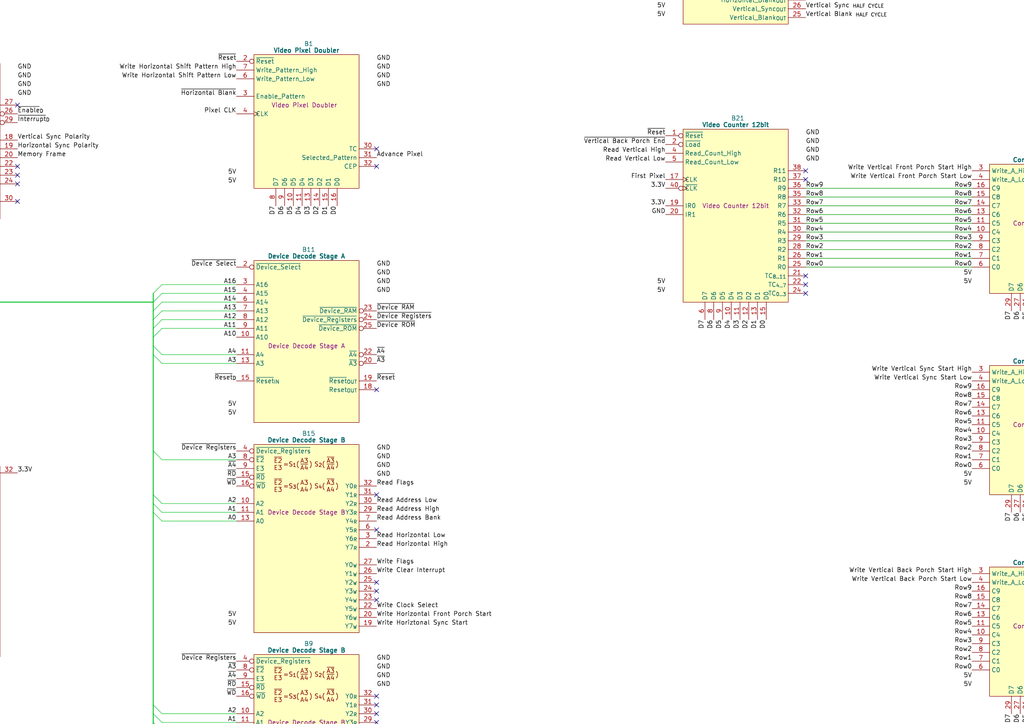
<source format=kicad_sch>
(kicad_sch (version 20230121) (generator eeschema)
  (paper "A4")
  (lib_symbols
    (symbol "D_Flip_Flop_24bit_1"
      (property "Reference" "B" (at 15.875 5.08 0))
      (property "Value" "D-type Flip Flop 24bit" (at 15.24 3.175 0))
      (property "Description" "D-type Flip Flop 24bit" (at 14.605 -6.35 0))
      (symbol "D_Flip_Flop_24bit_1_1_0"
        (pin output line (at 35.56 -63.5 180) (length 5.08) (name "OUT2") (number "32"))
        (pin output line (at 35.56 -60.96 180) (length 5.08) (name "OUT3") (number "33"))
        (pin output line (at 35.56 -58.42 180) (length 5.08) (name "OUT4") (number "34"))
        (pin output line (at 35.56 -53.34 180) (length 5.08) (name "OUT6") (number "36"))
        (pin passive line (at 35.56 -7.62 180) (length 5.08) hide (name "GND") (number "37"))
        (pin output line (at 35.56 -50.8 180) (length 5.08) (name "OUT7") (number "38"))
        (pin output line (at 35.56 -48.26 180) (length 5.08) (name "OUT8") (number "39"))
        (pin output line (at 35.56 -33.02 180) (length 5.08) (name "OUT14") (number "45"))
        (pin output line (at 35.56 -12.7 180) (length 5.08) (name "OUT22") (number "54"))
        (pin input clock (at -5.08 -2.54 0) (length 5.08) (name "CLK") (number "56"))
      )
      (symbol "D_Flip_Flop_24bit_1_1_1"
        (pin input inverted (at -5.08 0 0) (length 5.08) (name "~{OE}") (number "1"))
        (pin passive line (at 35.56 0 180) (length 5.08) hide (name "GND") (number "10"))
        (pin input line (at -5.08 -27.94 0) (length 5.08) (name "IN16") (number "11"))
        (pin input line (at -5.08 -30.48 0) (length 5.08) (name "IN15") (number "12"))
        (pin input line (at -5.08 -33.02 0) (length 5.08) (name "IN14") (number "13"))
        (pin input line (at -5.08 -35.56 0) (length 5.08) (name "IN13") (number "14"))
        (pin input line (at -5.08 -38.1 0) (length 5.08) (name "IN12") (number "15"))
        (pin input line (at -5.08 -40.64 0) (length 5.08) (name "IN11") (number "16"))
        (pin input line (at -5.08 -43.18 0) (length 5.08) (name "IN10") (number "17"))
        (pin input line (at -5.08 -45.72 0) (length 5.08) (name "IN9") (number "18"))
        (pin input line (at -5.08 -48.26 0) (length 5.08) (name "IN8") (number "19"))
        (pin input line (at -5.08 -10.16 0) (length 5.08) (name "IN23") (number "2"))
        (pin passive line (at 35.56 -2.54 180) (length 5.08) hide (name "GND") (number "20"))
        (pin input line (at -5.08 -50.8 0) (length 5.08) (name "IN7") (number "21"))
        (pin input line (at -5.08 -53.34 0) (length 5.08) (name "IN6") (number "22"))
        (pin input line (at -5.08 -55.88 0) (length 5.08) (name "IN5") (number "23"))
        (pin input line (at -5.08 -58.42 0) (length 5.08) (name "IN4") (number "24"))
        (pin input line (at -5.08 -60.96 0) (length 5.08) (name "IN3") (number "25"))
        (pin input line (at -5.08 -63.5 0) (length 5.08) (name "IN2") (number "26"))
        (pin input line (at -5.08 -66.04 0) (length 5.08) (name "IN1") (number "27"))
        (pin input line (at -5.08 -68.58 0) (length 5.08) (name "IN0") (number "28"))
        (pin output line (at 35.56 -68.58 180) (length 5.08) (name "OUT0") (number "29"))
        (pin passive line (at -5.08 -71.12 0) (length 5.08) hide (name "5V") (number "3"))
        (pin output line (at 35.56 -66.04 180) (length 5.08) (name "OUT1") (number "30"))
        (pin passive line (at -5.08 -73.66 0) (length 5.08) hide (name "5V") (number "31"))
        (pin output line (at 35.56 -55.88 180) (length 5.08) (name "OUT5") (number "35"))
        (pin input line (at -5.08 -12.7 0) (length 5.08) (name "IN22") (number "4"))
        (pin output line (at 35.56 -45.72 180) (length 5.08) (name "OUT9") (number "40"))
        (pin output line (at 35.56 -43.18 180) (length 5.08) (name "OUT10") (number "41"))
        (pin output line (at 35.56 -40.64 180) (length 5.08) (name "OUT11") (number "42"))
        (pin output line (at 35.56 -38.1 180) (length 5.08) (name "OUT12") (number "43"))
        (pin output line (at 35.56 -35.56 180) (length 5.08) (name "OUT13") (number "44"))
        (pin output line (at 35.56 -30.48 180) (length 5.08) (name "OUT15") (number "46"))
        (pin passive line (at 35.56 -5.08 180) (length 5.08) hide (name "GND") (number "47"))
        (pin output line (at 35.56 -27.94 180) (length 5.08) (name "OUT16") (number "48"))
        (pin output line (at 35.56 -25.4 180) (length 5.08) (name "OUT17") (number "49"))
        (pin input line (at -5.08 -15.24 0) (length 5.08) (name "IN21") (number "5"))
        (pin output line (at 35.56 -22.86 180) (length 5.08) (name "OUT18") (number "50"))
        (pin output line (at 35.56 -20.32 180) (length 5.08) (name "OUT19") (number "51"))
        (pin output line (at 35.56 -17.78 180) (length 5.08) (name "OUT20") (number "52"))
        (pin output line (at 35.56 -15.24 180) (length 5.08) (name "OUT21") (number "53"))
        (pin output line (at 35.56 -10.16 180) (length 5.08) (name "OUT23") (number "55"))
        (pin input line (at -5.08 -17.78 0) (length 5.08) (name "IN20") (number "6"))
        (pin input line (at -5.08 -20.32 0) (length 5.08) (name "IN19") (number "7"))
        (pin input line (at -5.08 -22.86 0) (length 5.08) (name "IN18") (number "8"))
        (pin input line (at -5.08 -25.4 0) (length 5.08) (name "IN17") (number "9"))
      )
    )
    (symbol "EDAC:395-098-520-350" (pin_names (offset 0.762))
      (property "Reference" "J" (at 11.43 6.35 0))
      (property "Value" "395-098-520-350" (at 11.43 3.81 0))
      (symbol "395-098-520-350_0_0"
        (pin passive line (at 22.86 0 180) (length 5.08) (name "A1") (number "A1"))
        (pin passive line (at 22.86 -22.86 180) (length 5.08) (name "A10") (number "A10"))
        (pin passive line (at 22.86 -25.4 180) (length 5.08) (name "A11") (number "A11"))
        (pin passive line (at 22.86 -27.94 180) (length 5.08) (name "A12") (number "A12"))
        (pin passive line (at 22.86 -30.48 180) (length 5.08) (name "A13") (number "A13"))
        (pin passive line (at 22.86 -33.02 180) (length 5.08) (name "A14") (number "A14"))
        (pin passive line (at 22.86 -35.56 180) (length 5.08) (name "A15") (number "A15"))
        (pin passive line (at 22.86 -38.1 180) (length 5.08) (name "A16") (number "A16"))
        (pin passive line (at 22.86 -40.64 180) (length 5.08) (name "A17") (number "A17"))
        (pin passive line (at 22.86 -43.18 180) (length 5.08) (name "A18") (number "A18"))
        (pin passive line (at 22.86 -45.72 180) (length 5.08) (name "A19") (number "A19"))
        (pin passive line (at 22.86 -2.54 180) (length 5.08) (name "A2") (number "A2"))
        (pin passive line (at 22.86 -48.26 180) (length 5.08) (name "A20") (number "A20"))
        (pin passive line (at 22.86 -50.8 180) (length 5.08) (name "A21") (number "A21"))
        (pin passive line (at 22.86 -53.34 180) (length 5.08) (name "A22") (number "A22"))
        (pin passive line (at 22.86 -55.88 180) (length 5.08) (name "A23") (number "A23"))
        (pin passive line (at 22.86 -58.42 180) (length 5.08) (name "A24") (number "A24"))
        (pin passive line (at 22.86 -60.96 180) (length 5.08) (name "A25") (number "A25"))
        (pin passive line (at 22.86 -63.5 180) (length 5.08) (name "A26") (number "A26"))
        (pin passive line (at 22.86 -66.04 180) (length 5.08) (name "A27") (number "A27"))
        (pin passive line (at 22.86 -68.58 180) (length 5.08) (name "A28") (number "A28"))
        (pin passive line (at 22.86 -71.12 180) (length 5.08) (name "A29") (number "A29"))
        (pin passive line (at 22.86 -5.08 180) (length 5.08) (name "A3") (number "A3"))
        (pin passive line (at 22.86 -73.66 180) (length 5.08) (name "A30") (number "A30"))
        (pin passive line (at 22.86 -76.2 180) (length 5.08) (name "A31") (number "A31"))
        (pin passive line (at 22.86 -7.62 180) (length 5.08) (name "A4") (number "A4"))
        (pin passive line (at 22.86 -10.16 180) (length 5.08) (name "A5") (number "A5"))
        (pin passive line (at 22.86 -12.7 180) (length 5.08) (name "A6") (number "A6"))
        (pin passive line (at 22.86 -15.24 180) (length 5.08) (name "A7") (number "A7"))
        (pin passive line (at 22.86 -17.78 180) (length 5.08) (name "A8") (number "A8"))
        (pin passive line (at 22.86 -20.32 180) (length 5.08) (name "A9") (number "A9"))
        (pin passive line (at 0 0 0) (length 5.08) (name "B1") (number "B1"))
        (pin passive line (at 0 -22.86 0) (length 5.08) (name "B10") (number "B10"))
        (pin passive line (at 0 -25.4 0) (length 5.08) (name "B11") (number "B11"))
        (pin passive line (at 0 -27.94 0) (length 5.08) (name "B12") (number "B12"))
        (pin passive line (at 0 -30.48 0) (length 5.08) (name "B13") (number "B13"))
        (pin passive line (at 0 -33.02 0) (length 5.08) (name "B14") (number "B14"))
        (pin passive line (at 0 -35.56 0) (length 5.08) (name "B15") (number "B15"))
        (pin passive line (at 0 -38.1 0) (length 5.08) (name "B16") (number "B16"))
        (pin passive line (at 0 -40.64 0) (length 5.08) (name "B17") (number "B17"))
        (pin passive line (at 0 -43.18 0) (length 5.08) (name "B18") (number "B18"))
        (pin passive line (at 0 -45.72 0) (length 5.08) (name "B19") (number "B19"))
        (pin passive line (at 0 -2.54 0) (length 5.08) (name "B2") (number "B2"))
        (pin passive line (at 0 -48.26 0) (length 5.08) (name "B20") (number "B20"))
        (pin passive line (at 0 -50.8 0) (length 5.08) (name "B21") (number "B21"))
        (pin passive line (at 0 -53.34 0) (length 5.08) (name "B22") (number "B22"))
        (pin passive line (at 0 -55.88 0) (length 5.08) (name "B23") (number "B23"))
        (pin passive line (at 0 -58.42 0) (length 5.08) (name "B24") (number "B24"))
        (pin passive line (at 0 -60.96 0) (length 5.08) (name "B25") (number "B25"))
        (pin passive line (at 0 -63.5 0) (length 5.08) (name "B26") (number "B26"))
        (pin passive line (at 0 -66.04 0) (length 5.08) (name "B27") (number "B27"))
        (pin passive line (at 0 -68.58 0) (length 5.08) (name "B28") (number "B28"))
        (pin passive line (at 0 -71.12 0) (length 5.08) (name "B29") (number "B29"))
        (pin passive line (at 0 -5.08 0) (length 5.08) (name "B3") (number "B3"))
        (pin passive line (at 0 -73.66 0) (length 5.08) (name "B30") (number "B30"))
        (pin passive line (at 0 -76.2 0) (length 5.08) (name "B31") (number "B31"))
        (pin passive line (at 0 -7.62 0) (length 5.08) (name "B4") (number "B4"))
        (pin passive line (at 0 -10.16 0) (length 5.08) (name "B5") (number "B5"))
        (pin passive line (at 0 -12.7 0) (length 5.08) (name "B6") (number "B6"))
        (pin passive line (at 0 -15.24 0) (length 5.08) (name "B7") (number "B7"))
        (pin passive line (at 0 -17.78 0) (length 5.08) (name "B8") (number "B8"))
        (pin passive line (at 0 -20.32 0) (length 5.08) (name "B9") (number "B9"))
        (pin passive line (at 22.86 -78.74 180) (length 5.08) (name "C1") (number "C1"))
        (pin passive line (at 22.86 -101.6 180) (length 5.08) (name "C10") (number "C10"))
        (pin passive line (at 22.86 -104.14 180) (length 5.08) (name "C11") (number "C11"))
        (pin passive line (at 22.86 -106.68 180) (length 5.08) (name "C12") (number "C12"))
        (pin passive line (at 22.86 -109.22 180) (length 5.08) (name "C13") (number "C13"))
        (pin passive line (at 22.86 -111.76 180) (length 5.08) (name "C14") (number "C14"))
        (pin passive line (at 22.86 -114.3 180) (length 5.08) (name "C15") (number "C15"))
        (pin passive line (at 22.86 -116.84 180) (length 5.08) (name "C16") (number "C16"))
        (pin passive line (at 22.86 -119.38 180) (length 5.08) (name "C17") (number "C17"))
        (pin passive line (at 22.86 -121.92 180) (length 5.08) (name "C18") (number "C18"))
        (pin passive line (at 22.86 -81.28 180) (length 5.08) (name "C2") (number "C2"))
        (pin passive line (at 22.86 -83.82 180) (length 5.08) (name "C3") (number "C3"))
        (pin passive line (at 22.86 -86.36 180) (length 5.08) (name "C4") (number "C4"))
        (pin passive line (at 22.86 -88.9 180) (length 5.08) (name "C5") (number "C5"))
        (pin passive line (at 22.86 -91.44 180) (length 5.08) (name "C6") (number "C6"))
        (pin passive line (at 22.86 -93.98 180) (length 5.08) (name "C7") (number "C7"))
        (pin passive line (at 22.86 -96.52 180) (length 5.08) (name "C8") (number "C8"))
        (pin passive line (at 22.86 -99.06 180) (length 5.08) (name "C9") (number "C9"))
        (pin passive line (at 0 -78.74 0) (length 5.08) (name "D1") (number "D1"))
        (pin passive line (at 0 -101.6 0) (length 5.08) (name "D10") (number "D10"))
        (pin passive line (at 0 -104.14 0) (length 5.08) (name "D11") (number "D11"))
        (pin passive line (at 0 -106.68 0) (length 5.08) (name "D12") (number "D12"))
        (pin passive line (at 0 -109.22 0) (length 5.08) (name "D13") (number "D13"))
        (pin passive line (at 0 -111.76 0) (length 5.08) (name "D14") (number "D14"))
        (pin passive line (at 0 -114.3 0) (length 5.08) (name "D15") (number "D15"))
        (pin passive line (at 0 -116.84 0) (length 5.08) (name "D16") (number "D16"))
        (pin passive line (at 0 -119.38 0) (length 5.08) (name "D17") (number "D17"))
        (pin passive line (at 0 -121.92 0) (length 5.08) (name "D18") (number "D18"))
        (pin passive line (at 0 -81.28 0) (length 5.08) (name "D2") (number "D2"))
        (pin passive line (at 0 -83.82 0) (length 5.08) (name "D3") (number "D3"))
        (pin passive line (at 0 -86.36 0) (length 5.08) (name "D4") (number "D4"))
        (pin passive line (at 0 -88.9 0) (length 5.08) (name "D5") (number "D5"))
        (pin passive line (at 0 -91.44 0) (length 5.08) (name "D6") (number "D6"))
        (pin passive line (at 0 -93.98 0) (length 5.08) (name "D7") (number "D7"))
        (pin passive line (at 0 -96.52 0) (length 5.08) (name "D8") (number "D8"))
        (pin passive line (at 0 -99.06 0) (length 5.08) (name "D9") (number "D9"))
      )
      (symbol "395-098-520-350_1_1"
        (text "Edge connector 36pin + 60pin" (at 11.43 -125.73 0) (effects (font (size 1.27 1.27))))
      )
    )
    (symbol "HCP65:C_0805" (pin_numbers hide) (pin_names (offset 0.254) hide)
      (property "Reference" "C" (at 2.286 2.54 0))
      (property "Value" "?μF" (at 2.54 -2.54 0))
      (symbol "C_0805_1_1"
        (pin passive line (at 0 0 0) (length 2.032) (name "~") (number "1"))
        (pin passive line (at 5.08 0 180) (length 2.032) (name "~") (number "2"))
      )
    )
    (symbol "HCP65:C_Polarized" (pin_numbers hide) (pin_names (offset 0.254))
      (property "Reference" "C" (at 0.635 2.54 0))
      (property "Description" "?μF" (at 0.635 -2.54 0))
      (symbol "C_Polarized_1_1"
        (pin passive line (at 0 3.81 270) (length 2.794) (name "~") (number "1"))
        (pin passive line (at 0 -3.81 90) (length 2.794) (name "~") (number "2"))
      )
    )
    (symbol "HCP65:Clock_Hold_Standard"
      (property "Reference" "B" (at 15.875 5.08 0))
      (property "Value" "Clock Hold Standard" (at 15.24 3.175 0))
      (property "Description" "Clock Hold" (at 14.605 -12.7 0))
      (symbol "Clock_Hold_Standard_1_1"
        (pin passive line (at -5.08 -25.4 0) (length 5.08) hide (name "5V") (number "1"))
        (pin input inverted (at -5.08 -10.16 0) (length 5.08) (name "~{RD}") (number "10"))
        (pin input inverted (at -5.08 0 0) (length 5.08) (name "~{Device_Select}") (number "11"))
        (pin input inverted (at -5.08 -12.7 0) (length 5.08) (name "~{WD}") (number "12"))
        (pin passive line (at -5.08 -27.94 0) (length 5.08) hide (name "5V") (number "13"))
        (pin no_connect line (at -5.08 -15.24 0) (length 5.08) hide (name "N.C.") (number "14"))
        (pin no_connect line (at 35.56 -25.4 180) (length 5.08) hide (name "N.C.") (number "15"))
        (pin passive line (at 35.56 -5.08 180) (length 5.08) hide (name "GND") (number "16"))
        (pin output line (at 35.56 -22.86 180) (length 5.08) (name "H0_{OUT}") (number "17"))
        (pin output line (at 35.56 -20.32 180) (length 5.08) (name "H1_{OUT}") (number "18"))
        (pin output line (at 35.56 -17.78 180) (length 5.08) (name "H2_{OUT}") (number "19"))
        (pin input inverted (at -5.08 -7.62 0) (length 5.08) (name "~{Device_RAM}") (number "2"))
        (pin no_connect line (at 35.56 -12.7 180) (length 5.08) hide (name "N.C.") (number "20"))
        (pin passive line (at 35.56 -7.62 180) (length 5.08) hide (name "GND") (number "21"))
        (pin no_connect line (at 35.56 -10.16 180) (length 5.08) hide (name "N.C.") (number "22"))
        (pin no_connect line (at 35.56 -15.24 180) (length 5.08) hide (name "N.C.") (number "23"))
        (pin passive line (at 35.56 -27.94 180) (length 5.08) (name "3.3V") (number "24"))
        (pin input inverted (at -5.08 -5.08 0) (length 5.08) (name "~{Device_Registers}") (number "3"))
        (pin passive line (at 35.56 0 180) (length 5.08) hide (name "GND") (number "4"))
        (pin input inverted (at -5.08 -2.54 0) (length 5.08) (name "~{Device_ROM}") (number "5"))
        (pin input line (at -5.08 -17.78 0) (length 5.08) (name "H2_{REG}") (number "6"))
        (pin input line (at -5.08 -20.32 0) (length 5.08) (name "H1_{REG}") (number "7"))
        (pin input line (at -5.08 -22.86 0) (length 5.08) (name "H0_{REG}") (number "8"))
        (pin passive line (at 35.56 -2.54 180) (length 5.08) hide (name "GND") (number "9"))
      )
    )
    (symbol "HCP65:Comparator_10bit"
      (property "Reference" "B" (at 15.875 5.08 0))
      (property "Value" "Comparator 10bit" (at 15.24 3.175 0))
      (property "Description" "Comparator 10bit" (at 15.24 -15.24 0))
      (symbol "Comparator_10bit_1_0"
        (pin no_connect line (at 35.56 -30.48 180) (length 5.08) hide (name "N.C.") (number "32"))
      )
      (symbol "Comparator_10bit_1_1"
        (pin passive line (at -5.08 -30.48 0) (length 5.08) hide (name "5V") (number "1"))
        (pin input line (at -5.08 -17.78 0) (length 5.08) (name "C4") (number "10"))
        (pin input line (at -5.08 -15.24 0) (length 5.08) (name "C5") (number "11"))
        (pin passive line (at 35.56 -2.54 180) (length 5.08) hide (name "GND") (number "12"))
        (pin input line (at -5.08 -12.7 0) (length 5.08) (name "C6") (number "13"))
        (pin input line (at -5.08 -10.16 0) (length 5.08) (name "C7") (number "14"))
        (pin input line (at -5.08 -7.62 0) (length 5.08) (name "C8") (number "15"))
        (pin input line (at -5.08 -5.08 0) (length 5.08) (name "C9") (number "16"))
        (pin passive line (at -5.08 -33.02 0) (length 5.08) hide (name "5V") (number "17"))
        (pin no_connect line (at 35.56 -22.86 180) (length 5.08) hide (name "N.C.") (number "18"))
        (pin no_connect line (at 35.56 -25.4 180) (length 5.08) hide (name "N.C.") (number "19"))
        (pin no_connect line (at 35.56 -20.32 180) (length 5.08) hide (name "N.C.") (number "2"))
        (pin tri_state line (at 24.13 -40.64 90) (length 5.08) (name "D0") (number "20"))
        (pin passive line (at 35.56 -5.08 180) (length 5.08) hide (name "GND") (number "21"))
        (pin tri_state line (at 21.59 -40.64 90) (length 5.08) (name "D1") (number "22"))
        (pin tri_state line (at 19.05 -40.64 90) (length 5.08) (name "D2") (number "23"))
        (pin tri_state line (at 16.51 -40.64 90) (length 5.08) (name "D3") (number "24"))
        (pin tri_state line (at 13.97 -40.64 90) (length 5.08) (name "D4") (number "25"))
        (pin tri_state line (at 11.43 -40.64 90) (length 5.08) (name "D5") (number "26"))
        (pin tri_state line (at 8.89 -40.64 90) (length 5.08) (name "D6") (number "27"))
        (pin passive line (at 35.56 -7.62 180) (length 5.08) hide (name "GND") (number "28"))
        (pin tri_state line (at 6.35 -40.64 90) (length 5.08) (name "D7") (number "29"))
        (pin input line (at -5.08 0 0) (length 5.08) (name "Write_A_High") (number "3"))
        (pin no_connect line (at 35.56 -27.94 180) (length 5.08) hide (name "N.C.") (number "30"))
        (pin output inverted (at 35.56 -15.24 180) (length 5.08) (name "~{C=A}") (number "31"))
        (pin input line (at -5.08 -2.54 0) (length 5.08) (name "Write_A_Low") (number "4"))
        (pin passive line (at 35.56 0 180) (length 5.08) hide (name "GND") (number "5"))
        (pin input line (at -5.08 -27.94 0) (length 5.08) (name "C0") (number "6"))
        (pin input line (at -5.08 -25.4 0) (length 5.08) (name "C1") (number "7"))
        (pin input line (at -5.08 -22.86 0) (length 5.08) (name "C2") (number "8"))
        (pin input line (at -5.08 -20.32 0) (length 5.08) (name "C3") (number "9"))
      )
    )
    (symbol "HCP65:D_Flip_Flop_16bit"
      (property "Reference" "B" (at 15.875 5.08 0))
      (property "Value" "D-type Flip Flop 16bit" (at 15.24 3.175 0))
      (property "Description" "D-type Flip Flop 16bit" (at 13.97 -6.35 0))
      (symbol "D_Flip_Flop_16bit_1_0"
        (pin tri_state line (at 35.56 -25.4 180) (length 5.08) (name "OUT9") (number "32"))
        (pin tri_state line (at 35.56 -22.86 180) (length 5.08) (name "OUT10") (number "33"))
        (pin passive line (at 35.56 -7.62 180) (length 5.08) hide (name "GND") (number "34"))
        (pin tri_state line (at 35.56 -20.32 180) (length 5.08) (name "OUT11") (number "35"))
        (pin tri_state line (at 35.56 -17.78 180) (length 5.08) (name "OUT12") (number "36"))
        (pin tri_state line (at 35.56 -15.24 180) (length 5.08) (name "OUT13") (number "37"))
        (pin tri_state line (at 35.56 -12.7 180) (length 5.08) (name "OUT14") (number "38"))
        (pin tri_state line (at 35.56 -10.16 180) (length 5.08) (name "OUT15") (number "39"))
      )
      (symbol "D_Flip_Flop_16bit_1_1"
        (pin input inverted (at -5.08 0 0) (length 5.08) (name "~{OE}") (number "1"))
        (pin input line (at -5.08 -25.4 0) (length 5.08) (name "IN9") (number "10"))
        (pin input line (at -5.08 -27.94 0) (length 5.08) (name "IN8") (number "11"))
        (pin input line (at -5.08 -30.48 0) (length 5.08) (name "IN7") (number "12"))
        (pin input line (at -5.08 -33.02 0) (length 5.08) (name "IN6") (number "13"))
        (pin passive line (at 35.56 -2.54 180) (length 5.08) hide (name "GND") (number "14"))
        (pin input line (at -5.08 -35.56 0) (length 5.08) (name "IN5") (number "15"))
        (pin input line (at -5.08 -38.1 0) (length 5.08) (name "IN4") (number "16"))
        (pin input line (at -5.08 -40.64 0) (length 5.08) (name "IN3") (number "17"))
        (pin input line (at -5.08 -43.18 0) (length 5.08) (name "IN2") (number "18"))
        (pin input line (at -5.08 -45.72 0) (length 5.08) (name "IN1") (number "19"))
        (pin input line (at -5.08 -10.16 0) (length 5.08) (name "IN15") (number "2"))
        (pin input line (at -5.08 -48.26 0) (length 5.08) (name "IN0") (number "20"))
        (pin tri_state line (at 35.56 -48.26 180) (length 5.08) (name "OUT0") (number "21"))
        (pin tri_state line (at 35.56 -45.72 180) (length 5.08) (name "OUT1") (number "22"))
        (pin passive line (at -5.08 -53.34 0) (length 5.08) hide (name "5V") (number "23"))
        (pin tri_state line (at 35.56 -43.18 180) (length 5.08) (name "OUT2") (number "24"))
        (pin tri_state line (at 35.56 -40.64 180) (length 5.08) (name "OUT3") (number "25"))
        (pin tri_state line (at 35.56 -38.1 180) (length 5.08) (name "OUT4") (number "26"))
        (pin passive line (at 35.56 -5.08 180) (length 5.08) hide (name "GND") (number "27"))
        (pin tri_state line (at 35.56 -35.56 180) (length 5.08) (name "OUT5") (number "28"))
        (pin tri_state line (at 35.56 -33.02 180) (length 5.08) (name "OUT6") (number "29"))
        (pin passive line (at -5.08 -50.8 0) (length 5.08) hide (name "5V") (number "3"))
        (pin tri_state line (at 35.56 -30.48 180) (length 5.08) (name "OUT7") (number "30"))
        (pin tri_state line (at 35.56 -27.94 180) (length 5.08) (name "OUT8") (number "31"))
        (pin input line (at -5.08 -12.7 0) (length 5.08) (name "IN14") (number "4"))
        (pin input clock (at -5.08 -2.54 0) (length 5.08) (name "CLK") (number "40"))
        (pin input line (at -5.08 -15.24 0) (length 5.08) (name "IN13") (number "5"))
        (pin input line (at -5.08 -17.78 0) (length 5.08) (name "IN12") (number "6"))
        (pin passive line (at 35.56 0 180) (length 5.08) hide (name "GND") (number "7"))
        (pin input line (at -5.08 -20.32 0) (length 5.08) (name "IN11") (number "8"))
        (pin input line (at -5.08 -22.86 0) (length 5.08) (name "IN10") (number "9"))
      )
    )
    (symbol "HCP65:D_Flip_Flop_24bit"
      (property "Reference" "B" (at 15.875 5.08 0))
      (property "Value" "D-type Flip Flop 24bit" (at 15.24 3.175 0))
      (property "Description" "D-type Flip Flop 24bit" (at 14.605 -6.35 0))
      (symbol "D_Flip_Flop_24bit_1_0"
        (pin output line (at 35.56 -63.5 180) (length 5.08) (name "OUT2") (number "32"))
        (pin output line (at 35.56 -60.96 180) (length 5.08) (name "OUT3") (number "33"))
        (pin output line (at 35.56 -58.42 180) (length 5.08) (name "OUT4") (number "34"))
        (pin output line (at 35.56 -53.34 180) (length 5.08) (name "OUT6") (number "36"))
        (pin passive line (at 35.56 -7.62 180) (length 5.08) hide (name "GND") (number "37"))
        (pin output line (at 35.56 -50.8 180) (length 5.08) (name "OUT7") (number "38"))
        (pin output line (at 35.56 -48.26 180) (length 5.08) (name "OUT8") (number "39"))
        (pin output line (at 35.56 -33.02 180) (length 5.08) (name "OUT14") (number "45"))
        (pin output line (at 35.56 -12.7 180) (length 5.08) (name "OUT22") (number "54"))
        (pin input clock (at -5.08 -2.54 0) (length 5.08) (name "CLK") (number "56"))
      )
      (symbol "D_Flip_Flop_24bit_1_1"
        (pin input inverted (at -5.08 0 0) (length 5.08) (name "~{OE}") (number "1"))
        (pin passive line (at 35.56 0 180) (length 5.08) hide (name "GND") (number "10"))
        (pin input line (at -5.08 -27.94 0) (length 5.08) (name "IN16") (number "11"))
        (pin input line (at -5.08 -30.48 0) (length 5.08) (name "IN15") (number "12"))
        (pin input line (at -5.08 -33.02 0) (length 5.08) (name "IN14") (number "13"))
        (pin input line (at -5.08 -35.56 0) (length 5.08) (name "IN13") (number "14"))
        (pin input line (at -5.08 -38.1 0) (length 5.08) (name "IN12") (number "15"))
        (pin input line (at -5.08 -40.64 0) (length 5.08) (name "IN11") (number "16"))
        (pin input line (at -5.08 -43.18 0) (length 5.08) (name "IN10") (number "17"))
        (pin input line (at -5.08 -45.72 0) (length 5.08) (name "IN9") (number "18"))
        (pin input line (at -5.08 -48.26 0) (length 5.08) (name "IN8") (number "19"))
        (pin input line (at -5.08 -10.16 0) (length 5.08) (name "IN23") (number "2"))
        (pin passive line (at 35.56 -2.54 180) (length 5.08) hide (name "GND") (number "20"))
        (pin input line (at -5.08 -50.8 0) (length 5.08) (name "IN7") (number "21"))
        (pin input line (at -5.08 -53.34 0) (length 5.08) (name "IN6") (number "22"))
        (pin input line (at -5.08 -55.88 0) (length 5.08) (name "IN5") (number "23"))
        (pin input line (at -5.08 -58.42 0) (length 5.08) (name "IN4") (number "24"))
        (pin input line (at -5.08 -60.96 0) (length 5.08) (name "IN3") (number "25"))
        (pin input line (at -5.08 -63.5 0) (length 5.08) (name "IN2") (number "26"))
        (pin input line (at -5.08 -66.04 0) (length 5.08) (name "IN1") (number "27"))
        (pin input line (at -5.08 -68.58 0) (length 5.08) (name "IN0") (number "28"))
        (pin output line (at 35.56 -68.58 180) (length 5.08) (name "OUT0") (number "29"))
        (pin passive line (at -5.08 -71.12 0) (length 5.08) hide (name "5V") (number "3"))
        (pin output line (at 35.56 -66.04 180) (length 5.08) (name "OUT1") (number "30"))
        (pin passive line (at -5.08 -73.66 0) (length 5.08) hide (name "5V") (number "31"))
        (pin output line (at 35.56 -55.88 180) (length 5.08) (name "OUT5") (number "35"))
        (pin input line (at -5.08 -12.7 0) (length 5.08) (name "IN22") (number "4"))
        (pin output line (at 35.56 -45.72 180) (length 5.08) (name "OUT9") (number "40"))
        (pin output line (at 35.56 -43.18 180) (length 5.08) (name "OUT10") (number "41"))
        (pin output line (at 35.56 -40.64 180) (length 5.08) (name "OUT11") (number "42"))
        (pin output line (at 35.56 -38.1 180) (length 5.08) (name "OUT12") (number "43"))
        (pin output line (at 35.56 -35.56 180) (length 5.08) (name "OUT13") (number "44"))
        (pin output line (at 35.56 -30.48 180) (length 5.08) (name "OUT15") (number "46"))
        (pin passive line (at 35.56 -5.08 180) (length 5.08) hide (name "GND") (number "47"))
        (pin output line (at 35.56 -27.94 180) (length 5.08) (name "OUT16") (number "48"))
        (pin output line (at 35.56 -25.4 180) (length 5.08) (name "OUT17") (number "49"))
        (pin input line (at -5.08 -15.24 0) (length 5.08) (name "IN21") (number "5"))
        (pin output line (at 35.56 -22.86 180) (length 5.08) (name "OUT18") (number "50"))
        (pin output line (at 35.56 -20.32 180) (length 5.08) (name "OUT19") (number "51"))
        (pin output line (at 35.56 -17.78 180) (length 5.08) (name "OUT20") (number "52"))
        (pin output line (at 35.56 -15.24 180) (length 5.08) (name "OUT21") (number "53"))
        (pin output line (at 35.56 -10.16 180) (length 5.08) (name "OUT23") (number "55"))
        (pin input line (at -5.08 -17.78 0) (length 5.08) (name "IN20") (number "6"))
        (pin input line (at -5.08 -20.32 0) (length 5.08) (name "IN19") (number "7"))
        (pin input line (at -5.08 -22.86 0) (length 5.08) (name "IN18") (number "8"))
        (pin input line (at -5.08 -25.4 0) (length 5.08) (name "IN17") (number "9"))
      )
    )
    (symbol "HCP65:Device_Buffer"
      (property "Reference" "B" (at 15.875 5.08 0))
      (property "Value" "Device Buffer" (at 15.24 3.175 0))
      (property "Description" "Device Buffer" (at 15.24 -43.18 0))
      (symbol "Device_Buffer_1_0"
        (pin passive line (at 35.56 -5.08 180) (length 5.08) hide (name "GND") (number "42"))
        (pin output line (at 35.56 -38.1 180) (length 5.08) (name "A10") (number "53"))
        (pin output line (at 35.56 -40.64 180) (length 5.08) (name "A9") (number "54"))
      )
      (symbol "Device_Buffer_1_1"
        (pin input line (at -5.08 -63.5 0) (length 5.08) (name "A0_{IN}") (number "1"))
        (pin passive line (at 35.56 0 180) (length 5.08) hide (name "GND") (number "10"))
        (pin input line (at -5.08 -43.18 0) (length 5.08) (name "A8_{IN}") (number "11"))
        (pin input line (at -5.08 -40.64 0) (length 5.08) (name "A9_{IN}") (number "12"))
        (pin input line (at -5.08 -38.1 0) (length 5.08) (name "A10_{IN}") (number "13"))
        (pin input line (at -5.08 -35.56 0) (length 5.08) (name "A11_{IN}") (number "14"))
        (pin input line (at -5.08 -33.02 0) (length 5.08) (name "A12_{IN}") (number "15"))
        (pin input line (at -5.08 -30.48 0) (length 5.08) (name "A13_{IN}") (number "16"))
        (pin input line (at -5.08 -27.94 0) (length 5.08) (name "A14_{IN}") (number "17"))
        (pin input line (at -5.08 -25.4 0) (length 5.08) (name "A15_{IN}") (number "18"))
        (pin input line (at -5.08 -22.86 0) (length 5.08) (name "A16_{IN}") (number "19"))
        (pin input line (at -5.08 -60.96 0) (length 5.08) (name "A1_{IN}") (number "2"))
        (pin input inverted (at -5.08 -12.7 0) (length 5.08) (name "~{RD}_{IN}") (number "20"))
        (pin input inverted (at -5.08 -15.24 0) (length 5.08) (name "~{WD}_{IN}") (number "21"))
        (pin input line (at -5.08 -17.78 0) (length 5.08) (name "S_{IN}") (number "22"))
        (pin passive line (at 35.56 -2.54 180) (length 5.08) hide (name "GND") (number "23"))
        (pin tri_state line (at -5.08 -86.36 0) (length 5.08) (name "D7_{IN/OUT}") (number "24"))
        (pin tri_state line (at -5.08 -83.82 0) (length 5.08) (name "D6_{IN/OUT}") (number "25"))
        (pin tri_state line (at -5.08 -81.28 0) (length 5.08) (name "D5_{IN/OUT}") (number "26"))
        (pin tri_state line (at -5.08 -78.74 0) (length 5.08) (name "D4_{IN/OUT}") (number "27"))
        (pin tri_state line (at -5.08 -76.2 0) (length 5.08) (name "D3_{IN/OUT}") (number "28"))
        (pin tri_state line (at -5.08 -73.66 0) (length 5.08) (name "D2_{IN/OUT}") (number "29"))
        (pin passive line (at -5.08 -88.9 0) (length 5.08) hide (name "5V") (number "3"))
        (pin tri_state line (at -5.08 -71.12 0) (length 5.08) (name "D1_{IN/OUT}") (number "30"))
        (pin tri_state line (at -5.08 -68.58 0) (length 5.08) (name "D0_{IN/OUT}") (number "31"))
        (pin input inverted (at -5.08 -10.16 0) (length 5.08) (name "Deivce_~{CS}_{IN}") (number "32"))
        (pin output inverted (at 35.56 -10.16 180) (length 5.08) (name "Deivce_~{CS}") (number "33"))
        (pin tri_state line (at 35.56 -68.58 180) (length 5.08) (name "D0") (number "34"))
        (pin passive line (at -5.08 -91.44 0) (length 5.08) hide (name "5V") (number "35"))
        (pin tri_state line (at 35.56 -71.12 180) (length 5.08) (name "D1") (number "36"))
        (pin tri_state line (at 35.56 -73.66 180) (length 5.08) (name "D2") (number "37"))
        (pin tri_state line (at 35.56 -76.2 180) (length 5.08) (name "D3") (number "38"))
        (pin tri_state line (at 35.56 -78.74 180) (length 5.08) (name "D4") (number "39"))
        (pin input line (at -5.08 -58.42 0) (length 5.08) (name "A2_{IN}") (number "4"))
        (pin tri_state line (at 35.56 -81.28 180) (length 5.08) (name "D5") (number "40"))
        (pin tri_state line (at 35.56 -83.82 180) (length 5.08) (name "D6") (number "41"))
        (pin tri_state line (at 35.56 -86.36 180) (length 5.08) (name "D7") (number "43"))
        (pin output line (at 35.56 -17.78 180) (length 5.08) (name "S") (number "44"))
        (pin output inverted (at 35.56 -15.24 180) (length 5.08) (name "~{WD}") (number "45"))
        (pin output inverted (at 35.56 -12.7 180) (length 5.08) (name "~{RD}") (number "46"))
        (pin output line (at 35.56 -22.86 180) (length 5.08) (name "A16") (number "47"))
        (pin output line (at 35.56 -25.4 180) (length 5.08) (name "A15") (number "48"))
        (pin output line (at 35.56 -27.94 180) (length 5.08) (name "A14") (number "49"))
        (pin input line (at -5.08 -55.88 0) (length 5.08) (name "A3_{IN}") (number "5"))
        (pin output line (at 35.56 -30.48 180) (length 5.08) (name "A13") (number "50"))
        (pin output line (at 35.56 -33.02 180) (length 5.08) (name "A12") (number "51"))
        (pin output line (at 35.56 -35.56 180) (length 5.08) (name "A11") (number "52"))
        (pin passive line (at 35.56 -7.62 180) (length 5.08) hide (name "GND") (number "55"))
        (pin output line (at 35.56 -43.18 180) (length 5.08) (name "A8") (number "56"))
        (pin output line (at 35.56 -45.72 180) (length 5.08) (name "A7") (number "57"))
        (pin output line (at 35.56 -48.26 180) (length 5.08) (name "A6") (number "58"))
        (pin output line (at 35.56 -50.8 180) (length 5.08) (name "A5") (number "59"))
        (pin input line (at -5.08 -53.34 0) (length 5.08) (name "A4_{IN}") (number "6"))
        (pin output line (at 35.56 -53.34 180) (length 5.08) (name "A4") (number "60"))
        (pin output line (at 35.56 -55.88 180) (length 5.08) (name "A3") (number "61"))
        (pin output line (at 35.56 -58.42 180) (length 5.08) (name "A2") (number "62"))
        (pin output line (at 35.56 -60.96 180) (length 5.08) (name "A1") (number "63"))
        (pin output line (at 35.56 -63.5 180) (length 5.08) (name "A0") (number "64"))
        (pin input line (at -5.08 -50.8 0) (length 5.08) (name "A5_{IN}") (number "7"))
        (pin input line (at -5.08 -48.26 0) (length 5.08) (name "A6_{IN}") (number "8"))
        (pin input line (at -5.08 -45.72 0) (length 5.08) (name "A7_{IN}") (number "9"))
      )
    )
    (symbol "HCP65:Device_Decode_Stage_A"
      (property "Reference" "B" (at 15.875 5.08 0))
      (property "Value" "Device Decode Stage A" (at 15.24 3.175 0))
      (property "Description" "Device Decode Stage A" (at 15.24 -22.86 0))
      (symbol "Device_Decode_Stage_A_1_0"
        (pin output line (at 35.56 -35.56 180) (length 5.08) (name "Reset_{OUT}") (number "18"))
        (pin output line (at 35.56 -33.02 180) (length 5.08) (name "~{Reset}_{OUT}") (number "19"))
        (pin output inverted (at 35.56 -27.94 180) (length 5.08) (name "~{A3}") (number "20"))
        (pin passive line (at 35.56 -7.62 180) (length 5.08) hide (name "GND") (number "28"))
      )
      (symbol "Device_Decode_Stage_A_1_1"
        (pin passive line (at -5.08 -40.64 0) (length 5.08) hide (name "5V") (number "1"))
        (pin input line (at -5.08 -20.32 0) (length 5.08) (name "A10") (number "10"))
        (pin input line (at -5.08 -25.4 0) (length 5.08) (name "A4") (number "11"))
        (pin passive line (at 35.56 -2.54 180) (length 5.08) hide (name "GND") (number "12"))
        (pin input line (at -5.08 -27.94 0) (length 5.08) (name "A3") (number "13"))
        (pin no_connect inverted (at 35.56 -10.16 180) (length 5.08) hide (name "N.C.") (number "14"))
        (pin input line (at -5.08 -33.02 0) (length 5.08) (name "~{Reset}_{IN}") (number "15"))
        (pin no_connect inverted (at 35.56 -20.32 180) (length 5.08) hide (name "N.C.") (number "16"))
        (pin passive line (at -5.08 -43.18 0) (length 5.08) hide (name "5V") (number "17"))
        (pin input inverted (at -5.08 0 0) (length 5.08) (name "~{Device_Select}") (number "2"))
        (pin passive line (at 35.56 -5.08 180) (length 5.08) hide (name "GND") (number "21"))
        (pin output inverted (at 35.56 -25.4 180) (length 5.08) (name "~{A4}") (number "22"))
        (pin output inverted (at 35.56 -12.7 180) (length 5.08) (name "~{Device_RAM}") (number "23"))
        (pin output inverted (at 35.56 -15.24 180) (length 5.08) (name "~{Device_Registers}") (number "24"))
        (pin output inverted (at 35.56 -17.78 180) (length 5.08) (name "~{Device_ROM}") (number "25"))
        (pin no_connect inverted (at -5.08 -30.48 0) (length 5.08) hide (name "N.C.") (number "26"))
        (pin no_connect inverted (at 35.56 -30.48 180) (length 5.08) hide (name "N.C.") (number "27"))
        (pin no_connect inverted (at -5.08 -35.56 0) (length 5.08) hide (name "N.C.") (number "29"))
        (pin input line (at -5.08 -5.08 0) (length 5.08) (name "A16") (number "3"))
        (pin no_connect inverted (at 35.56 -40.64 180) (length 5.08) hide (name "N.C.") (number "30"))
        (pin no_connect inverted (at 35.56 -38.1 180) (length 5.08) hide (name "N.C.") (number "31"))
        (pin no_connect inverted (at 35.56 -43.18 180) (length 5.08) hide (name "N.C.") (number "32"))
        (pin input line (at -5.08 -7.62 0) (length 5.08) (name "A15") (number "4"))
        (pin passive line (at 35.56 0 180) (length 5.08) hide (name "GND") (number "5"))
        (pin input line (at -5.08 -10.16 0) (length 5.08) (name "A14") (number "6"))
        (pin input line (at -5.08 -12.7 0) (length 5.08) (name "A13") (number "7"))
        (pin input line (at -5.08 -15.24 0) (length 5.08) (name "A12") (number "8"))
        (pin input line (at -5.08 -17.78 0) (length 5.08) (name "A11") (number "9"))
      )
    )
    (symbol "HCP65:Device_Decode_Stage_B"
      (property "Reference" "B" (at 15.875 5.08 0))
      (property "Value" "Device Decode Stage B" (at 15.24 3.175 0))
      (property "Description" "Device Decode Stage B" (at 15.24 -17.78 0))
      (symbol "Device_Decode_Stage_B_1_1"
        (text ")" (at 16.51 -10.16 0) (effects (font (size 1.27 1.27))))
        (text ")" (at 16.51 -3.81 0) (effects (font (size 1.27 1.27))))
        (text ")" (at 24.13 -10.16 0) (effects (font (size 1.27 1.27))))
        (text ")" (at 24.13 -3.81 0) (effects (font (size 1.27 1.27))))
        (text "=S_{1}(" (at 10.795 -3.81 0) (effects (font (size 1.27 1.27))))
        (text "=S_{3}(" (at 10.795 -10.16 0) (effects (font (size 1.27 1.27))))
        (text "A3\nA4" (at 14.605 -10.16 0) (effects (font (size 1.27 1.27))))
        (text "A3\n~{A4}" (at 14.605 -3.81 0) (effects (font (size 1.27 1.27))))
        (text "S_{2}(" (at 19.05 -3.81 0) (effects (font (size 1.27 1.27))))
        (text "S_{4}(" (at 19.05 -10.16 0) (effects (font (size 1.27 1.27))))
        (text "~{A3}\nA4" (at 22.225 -10.16 0) (effects (font (size 1.27 1.27))))
        (text "~{A3}\n~{A4}" (at 22.225 -3.81 0) (effects (font (size 1.27 1.27))))
        (text "~{E2}\nE3" (at 6.985 -10.16 0) (effects (font (size 1.27 1.27))))
        (text "~{E2}\nE3" (at 6.985 -3.81 0) (effects (font (size 1.27 1.27))))
        (pin passive line (at -5.08 -48.26 0) (length 5.08) hide (name "5V") (number "1"))
        (pin input line (at -5.08 -15.24 0) (length 5.08) (name "A2") (number "10"))
        (pin input line (at -5.08 -17.78 0) (length 5.08) (name "A1") (number "11"))
        (pin passive line (at 35.56 -2.54 180) (length 5.08) hide (name "GND") (number "12"))
        (pin input line (at -5.08 -20.32 0) (length 5.08) (name "A0") (number "13"))
        (pin no_connect line (at -5.08 -43.18 0) (length 5.08) hide (name "N.C.") (number "14"))
        (pin input inverted (at -5.08 -7.62 0) (length 5.08) (name "~{RD}") (number "15"))
        (pin input inverted (at -5.08 -10.16 0) (length 5.08) (name "~{WD}") (number "16"))
        (pin passive line (at -5.08 -50.8 0) (length 5.08) hide (name "5V") (number "17"))
        (pin no_connect line (at -5.08 -45.72 0) (length 5.08) hide (name "N.C.") (number "18"))
        (pin output line (at 35.56 -50.8 180) (length 5.08) (name "Y7_{W}") (number "19"))
        (pin output line (at 35.56 -27.94 180) (length 5.08) (name "Y7_{R}") (number "2"))
        (pin output line (at 35.56 -48.26 180) (length 5.08) (name "Y6_{W}") (number "20"))
        (pin passive line (at 35.56 -5.08 180) (length 5.08) hide (name "GND") (number "21"))
        (pin output line (at 35.56 -45.72 180) (length 5.08) (name "Y5_{W}") (number "22"))
        (pin output line (at 35.56 -43.18 180) (length 5.08) (name "Y4_{W}") (number "23"))
        (pin output line (at 35.56 -40.64 180) (length 5.08) (name "Y3_{W}") (number "24"))
        (pin output line (at 35.56 -38.1 180) (length 5.08) (name "Y2_{W}") (number "25"))
        (pin output line (at 35.56 -35.56 180) (length 5.08) (name "Y1_{W}") (number "26"))
        (pin output line (at 35.56 -33.02 180) (length 5.08) (name "Y0_{W}") (number "27"))
        (pin passive line (at 35.56 -7.62 180) (length 5.08) hide (name "GND") (number "28"))
        (pin output line (at 35.56 -17.78 180) (length 5.08) (name "Y3_{R}") (number "29"))
        (pin output line (at 35.56 -25.4 180) (length 5.08) (name "Y6_{R}") (number "3"))
        (pin output line (at 35.56 -15.24 180) (length 5.08) (name "Y2_{R}") (number "30"))
        (pin output line (at 35.56 -12.7 180) (length 5.08) (name "Y1_{R}") (number "31"))
        (pin output line (at 35.56 -10.16 180) (length 5.08) (name "Y0_{R}") (number "32"))
        (pin input inverted (at -5.08 0 0) (length 5.08) (name "~{Device_Registers}") (number "4"))
        (pin passive line (at 35.56 0 180) (length 5.08) hide (name "GND") (number "5"))
        (pin output line (at 35.56 -22.86 180) (length 5.08) (name "Y5_{R}") (number "6"))
        (pin output line (at 35.56 -20.32 180) (length 5.08) (name "Y4_{R}") (number "7"))
        (pin input inverted (at -5.08 -2.54 0) (length 5.08) (name "~{E2}") (number "8"))
        (pin input line (at -5.08 -5.08 0) (length 5.08) (name "E3") (number "9"))
      )
    )
    (symbol "HCP65:Dual_Comparator_8bit"
      (property "Reference" "B" (at 15.875 5.08 0))
      (property "Value" "Dual Comparator 8bit" (at 15.24 3.175 0))
      (property "Description" "Dual Comparator 8bit" (at 14.605 -17.78 0))
      (symbol "Dual_Comparator_8bit_1_0"
        (pin no_connect line (at 35.56 -33.02 180) (length 5.08) hide (name "N.C.") (number "32"))
        (pin input line (at -5.08 -5.08 0) (length 5.08) (name "Write_B") (number "33"))
        (pin passive line (at 35.56 -7.62 180) (length 5.08) hide (name "GND") (number "34"))
        (pin input line (at -5.08 -17.78 0) (length 5.08) (name "C4") (number "35"))
        (pin input line (at -5.08 -15.24 0) (length 5.08) (name "C5") (number "36"))
        (pin input line (at -5.08 -12.7 0) (length 5.08) (name "C6") (number "37"))
        (pin input line (at -5.08 -10.16 0) (length 5.08) (name "C7") (number "38"))
        (pin output inverted (at 35.56 -20.32 180) (length 5.08) (name "~{B=C}") (number "39"))
      )
      (symbol "Dual_Comparator_8bit_1_1"
        (pin no_connect line (at -5.08 -30.48 0) (length 5.08) hide (name "N.C.") (number "1"))
        (pin tri_state line (at 13.97 -48.26 90) (length 5.08) (name "D4") (number "10"))
        (pin tri_state line (at 16.51 -48.26 90) (length 5.08) (name "D3") (number "11"))
        (pin tri_state line (at 19.05 -48.26 90) (length 5.08) (name "D2") (number "12"))
        (pin tri_state line (at 21.59 -48.26 90) (length 5.08) (name "D1") (number "13"))
        (pin passive line (at 35.56 -2.54 180) (length 5.08) hide (name "GND") (number "14"))
        (pin tri_state line (at 24.13 -48.26 90) (length 5.08) (name "D0") (number "15"))
        (pin input inverted (at -5.08 0 0) (length 5.08) (name "~{OE}") (number "16"))
        (pin no_connect line (at 35.56 -10.16 180) (length 5.08) hide (name "N.C.") (number "17"))
        (pin no_connect line (at 35.56 -12.7 180) (length 5.08) hide (name "N.C.") (number "18"))
        (pin no_connect line (at 35.56 -15.24 180) (length 5.08) hide (name "N.C.") (number "19"))
        (pin no_connect line (at -5.08 -33.02 0) (length 5.08) hide (name "N.C.") (number "2"))
        (pin no_connect line (at 35.56 -22.86 180) (length 5.08) hide (name "N.C.") (number "20"))
        (pin input line (at -5.08 -27.94 0) (length 5.08) (name "C0") (number "21"))
        (pin input line (at -5.08 -25.4 0) (length 5.08) (name "C1") (number "22"))
        (pin passive line (at -5.08 -40.64 0) (length 5.08) hide (name "5V") (number "23"))
        (pin input line (at -5.08 -22.86 0) (length 5.08) (name "C2") (number "24"))
        (pin input line (at -5.08 -20.32 0) (length 5.08) (name "C3") (number "25"))
        (pin input line (at -5.08 -2.54 0) (length 5.08) (name "Write_A") (number "26"))
        (pin passive line (at 35.56 -5.08 180) (length 5.08) hide (name "GND") (number "27"))
        (pin output inverted (at 35.56 -17.78 180) (length 5.08) (name "~{A=C}") (number "28"))
        (pin no_connect line (at 35.56 -25.4 180) (length 5.08) hide (name "N.C.") (number "29"))
        (pin passive line (at -5.08 -38.1 0) (length 5.08) hide (name "5V") (number "3"))
        (pin no_connect line (at 35.56 -27.94 180) (length 5.08) hide (name "N.C.") (number "30"))
        (pin no_connect line (at 35.56 -30.48 180) (length 5.08) hide (name "N.C.") (number "31"))
        (pin no_connect line (at -5.08 -35.56 0) (length 5.08) hide (name "N.C.") (number "4"))
        (pin no_connect line (at 35.56 -35.56 180) (length 5.08) hide (name "N.C.") (number "40"))
        (pin no_connect line (at 35.56 -38.1 180) (length 5.08) hide (name "N.C.") (number "5"))
        (pin tri_state line (at 6.35 -48.26 90) (length 5.08) (name "D7") (number "6"))
        (pin passive line (at 35.56 0 180) (length 5.08) hide (name "GND") (number "7"))
        (pin tri_state line (at 8.89 -48.26 90) (length 5.08) (name "D6") (number "8"))
        (pin tri_state line (at 11.43 -48.26 90) (length 5.08) (name "D5") (number "9"))
      )
    )
    (symbol "HCP65:Flags_Interrupt"
      (property "Reference" "B" (at 15.875 5.08 0))
      (property "Value" "Flags & Interrupt" (at 15.24 3.175 0))
      (property "Description" "Flags & Interrupt" (at 15.24 -20.32 0))
      (symbol "Flags_Interrupt_1_1"
        (pin passive line (at -5.08 -38.1 0) (length 5.08) hide (name "5V") (number "1"))
        (pin input line (at 8.89 -48.26 90) (length 5.08) (name "D5") (number "10"))
        (pin input line (at 11.43 -48.26 90) (length 5.08) (name "D4") (number "11"))
        (pin passive line (at 35.56 -2.54 180) (length 5.08) hide (name "GND") (number "12"))
        (pin input line (at 13.97 -48.26 90) (length 5.08) (name "D3") (number "13"))
        (pin input line (at 16.51 -48.26 90) (length 5.08) (name "D2") (number "14"))
        (pin input line (at 19.05 -48.26 90) (length 5.08) (name "D1") (number "15"))
        (pin input line (at 21.59 -48.26 90) (length 5.08) (name "D0") (number "16"))
        (pin passive line (at -5.08 -40.64 0) (length 5.08) hide (name "5V") (number "17"))
        (pin output line (at 35.56 -20.32 180) (length 5.08) (name "F0") (number "18"))
        (pin output line (at 35.56 -22.86 180) (length 5.08) (name "F1") (number "19"))
        (pin input clock (at -5.08 -2.54 0) (length 5.08) (name "Interrupt_CLK") (number "2"))
        (pin output line (at 35.56 -25.4 180) (length 5.08) (name "F2") (number "20"))
        (pin passive line (at 35.56 -5.08 180) (length 5.08) hide (name "GND") (number "21"))
        (pin output line (at 35.56 -27.94 180) (length 5.08) (name "F3") (number "22"))
        (pin output line (at 35.56 -30.48 180) (length 5.08) (name "F4") (number "23"))
        (pin output line (at 35.56 -33.02 180) (length 5.08) (name "F5") (number "24"))
        (pin no_connect line (at 35.56 -35.56 180) (length 5.08) hide (name "N.C.") (number "25"))
        (pin output inverted (at 35.56 -12.7 180) (length 5.08) (name "~{Enable}") (number "26"))
        (pin output line (at 35.56 -10.16 180) (length 5.08) (name "Enable") (number "27"))
        (pin passive line (at 35.56 -7.62 180) (length 5.08) hide (name "GND") (number "28"))
        (pin output inverted (at 35.56 -15.24 180) (length 5.08) (name "~{INT}") (number "29"))
        (pin input line (at -5.08 0 0) (length 5.08) (name "Write_Clear_Interrupt") (number "3"))
        (pin output line (at 35.56 -38.1 180) (length 5.08) (name "INT") (number "30"))
        (pin no_connect line (at 35.56 -40.64 180) (length 5.08) hide (name "N.C.") (number "31"))
        (pin no_connect line (at 35.56 -17.78 180) (length 5.08) hide (name "N.C.") (number "32"))
        (pin input inverted (at -5.08 -5.08 0) (length 5.08) (name "~{Set_Interrupt_on_CLK}") (number "4"))
        (pin passive line (at 35.56 0 180) (length 5.08) hide (name "GND") (number "5"))
        (pin input line (at -5.08 -7.62 0) (length 5.08) (name "Read_Flags") (number "6"))
        (pin input line (at -5.08 -10.16 0) (length 5.08) (name "Write_Flags") (number "7"))
        (pin input line (at 3.81 -48.26 90) (length 5.08) (name "D7") (number "8"))
        (pin input line (at 6.35 -48.26 90) (length 5.08) (name "D6") (number "9"))
      )
    )
    (symbol "HCP65:LED" (pin_numbers hide) (pin_names (offset 0.254) hide)
      (property "Reference" "LED" (at -1.27 3.175 0))
      (property "Description" "Colour" (at 0 -2.54 0))
      (symbol "LED_1_1"
        (pin passive line (at -2.54 0 0) (length 1.778) (name "K") (number "1"))
        (pin passive line (at 2.54 0 180) (length 1.778) (name "A") (number "2"))
      )
    )
    (symbol "HCP65:Memory_32KB"
      (property "Reference" "B" (at 15.875 5.08 0))
      (property "Value" "Memory 32KB" (at 15.24 3.175 0))
      (property "Description" "Memory 32KB" (at 15.24 -25.4 0))
      (symbol "Memory_32KB_0_0"
        (pin tri_state line (at 25.4 -60.96 90) (length 5.08) (name "D0") (number "32"))
        (pin tri_state line (at 22.86 -60.96 90) (length 5.08) (name "D1") (number "33"))
        (pin tri_state line (at 20.32 -60.96 90) (length 5.08) (name "D2") (number "34"))
        (pin tri_state line (at 17.78 -60.96 90) (length 5.08) (name "D3") (number "35"))
        (pin tri_state line (at 15.24 -60.96 90) (length 5.08) (name "D4") (number "36"))
        (pin tri_state line (at 12.7 -60.96 90) (length 5.08) (name "D5") (number "37"))
        (pin tri_state line (at 10.16 -60.96 90) (length 5.08) (name "D6") (number "38"))
      )
      (symbol "Memory_32KB_1_0"
        (pin tri_state line (at 7.62 -60.96 90) (length 5.08) (name "D7") (number "39"))
      )
      (symbol "Memory_32KB_1_1"
        (pin input inverted (at -5.08 0 0) (length 5.08) (name "T~{OE}") (number "1"))
        (pin input line (at -5.08 -27.94 0) (length 5.08) (name "M9") (number "10"))
        (pin input line (at -5.08 -30.48 0) (length 5.08) (name "M8") (number "11"))
        (pin input line (at -5.08 -33.02 0) (length 5.08) (name "M7") (number "12"))
        (pin input line (at -5.08 -35.56 0) (length 5.08) (name "M6") (number "13"))
        (pin input line (at -5.08 -38.1 0) (length 5.08) (name "M5") (number "14"))
        (pin input line (at -5.08 -40.64 0) (length 5.08) (name "M4") (number "15"))
        (pin input line (at -5.08 -43.18 0) (length 5.08) (name "M3") (number "16"))
        (pin input line (at -5.08 -45.72 0) (length 5.08) (name "M2") (number "17"))
        (pin input line (at -5.08 -48.26 0) (length 5.08) (name "M1") (number "18"))
        (pin input line (at -5.08 -50.8 0) (length 5.08) (name "M0") (number "19"))
        (pin input inverted (at -5.08 -2.54 0) (length 5.08) (name "T~{DIR}") (number "2"))
        (pin passive line (at -5.08 -53.34 0) (length 5.08) hide (name "5V") (number "20"))
        (pin passive line (at 35.56 -2.54 180) (length 5.08) hide (name "GND") (number "21"))
        (pin input inverted (at -5.08 -12.7 0) (length 5.08) (name "LLE") (number "22"))
        (pin input inverted (at -5.08 -10.16 0) (length 5.08) (name "L~{OE}") (number "23"))
        (pin tri_state line (at 35.56 -33.02 180) (length 5.08) (name "LQ0") (number "24"))
        (pin tri_state line (at 35.56 -30.48 180) (length 5.08) (name "LQ1") (number "25"))
        (pin tri_state line (at 35.56 -27.94 180) (length 5.08) (name "LQ2") (number "26"))
        (pin tri_state line (at 35.56 -25.4 180) (length 5.08) (name "LQ3") (number "27"))
        (pin tri_state line (at 35.56 -22.86 180) (length 5.08) (name "LQ4") (number "28"))
        (pin tri_state line (at 35.56 -20.32 180) (length 5.08) (name "LQ5") (number "29"))
        (pin input inverted (at -5.08 -5.08 0) (length 5.08) (name "M~{OE}") (number "3"))
        (pin tri_state line (at 35.56 -17.78 180) (length 5.08) (name "LQ6") (number "30"))
        (pin tri_state line (at 35.56 -15.24 180) (length 5.08) (name "LQ7") (number "31"))
        (pin input inverted (at -5.08 -7.62 0) (length 5.08) (name "M~{WE}") (number "4"))
        (pin passive line (at 35.56 0 180) (length 5.08) hide (name "GND") (number "40"))
        (pin input line (at -5.08 -15.24 0) (length 5.08) (name "M14") (number "5"))
        (pin input line (at -5.08 -17.78 0) (length 5.08) (name "M13") (number "6"))
        (pin input line (at -5.08 -20.32 0) (length 5.08) (name "M12") (number "7"))
        (pin input line (at -5.08 -22.86 0) (length 5.08) (name "M11") (number "8"))
        (pin input line (at -5.08 -25.4 0) (length 5.08) (name "M10") (number "9"))
      )
    )
    (symbol "HCP65:MountingHole_Pad" (pin_numbers hide) (pin_names (offset 1.016) hide)
      (property "Reference" "H" (at 0 4.445 0))
      (symbol "MountingHole_Pad_1_1"
        (pin passive line (at 0 -2.54 90) (length 2.54) (name "GND") (number "1"))
      )
    )
    (symbol "HCP65:NetTie" (pin_numbers hide) (pin_names hide)
      (property "Reference" "NT" (at 2.54 1.27 0))
      (symbol "NetTie_1_1"
        (pin passive line (at 0 0 0) (length 2.54) (name "1") (number "1"))
        (pin passive line (at 5.08 0 180) (length 2.54) (name "2") (number "2"))
      )
    )
    (symbol "HCP65:R_0805" (pin_numbers hide) (pin_names hide)
      (property "Reference" "R" (at 2.54 1.778 0))
      (property "Value" "?Ω" (at 2.54 -1.905 0))
      (symbol "R_0805_1_1"
        (pin passive line (at 0 0 0) (length 0.72) (name "~") (number "1"))
        (pin passive line (at 5.08 0 180) (length 0.72) (name "~") (number "2"))
      )
    )
    (symbol "HCP65:Selector 18bit"
      (property "Reference" "B" (at 15.875 5.08 0))
      (property "Value" "Selector 18bit" (at 15.24 3.175 0))
      (property "Description" "Selector 18bit" (at 14.605 -43.18 0))
      (symbol "Selector 18bit_1_0"
        (pin input line (at -5.08 -78.74 0) (length 5.08) (name "B5") (number "32"))
        (pin input line (at -5.08 -91.44 0) (length 5.08) (name "B0") (number "33"))
        (pin input line (at -5.08 -88.9 0) (length 5.08) (name "B1") (number "34"))
        (pin input line (at -5.08 -86.36 0) (length 5.08) (name "B2") (number "36"))
        (pin input line (at -5.08 -83.82 0) (length 5.08) (name "B3") (number "37"))
        (pin input line (at -5.08 -81.28 0) (length 5.08) (name "B4") (number "38"))
        (pin no_connect line (at 35.56 -93.98 180) (length 5.08) hide (name "N.C.") (number "39"))
        (pin output line (at 35.56 -63.5 180) (length 5.08) (name "Y3") (number "45"))
        (pin output line (at 35.56 -40.64 180) (length 5.08) (name "Y12") (number "54"))
        (pin output line (at 35.56 -38.1 180) (length 5.08) (name "Y13") (number "56"))
        (pin output line (at 35.56 -35.56 180) (length 5.08) (name "Y14") (number "57"))
        (pin output line (at 35.56 -33.02 180) (length 5.08) (name "Y15") (number "58"))
        (pin output line (at 35.56 -30.48 180) (length 5.08) (name "Y16") (number "59"))
        (pin output line (at 35.56 -27.94 180) (length 5.08) (name "Y17") (number "60"))
        (pin input line (at -5.08 -10.16 0) (length 5.08) (name "A14") (number "61"))
      )
      (symbol "Selector 18bit_1_1"
        (pin input line (at -5.08 -12.7 0) (length 5.08) (name "A13") (number "1"))
        (pin passive line (at 35.56 0 180) (length 5.08) hide (name "GND") (number "10"))
        (pin input line (at -5.08 -33.02 0) (length 5.08) (name "A5") (number "11"))
        (pin input line (at -5.08 -35.56 0) (length 5.08) (name "A4") (number "12"))
        (pin input line (at -5.08 -38.1 0) (length 5.08) (name "A3") (number "13"))
        (pin input line (at -5.08 -40.64 0) (length 5.08) (name "A2") (number "14"))
        (pin input line (at -5.08 -43.18 0) (length 5.08) (name "A1") (number "15"))
        (pin input line (at -5.08 -45.72 0) (length 5.08) (name "A0") (number "16"))
        (pin input line (at -5.08 0 0) (length 5.08) (name "S") (number "17"))
        (pin no_connect line (at 35.56 -91.44 180) (length 5.08) hide (name "N.C.") (number "18"))
        (pin input line (at -5.08 -48.26 0) (length 5.08) (name "B17") (number "19"))
        (pin input line (at -5.08 -15.24 0) (length 5.08) (name "A12") (number "2"))
        (pin input line (at -5.08 -50.8 0) (length 5.08) (name "B16") (number "20"))
        (pin input line (at -5.08 -53.34 0) (length 5.08) (name "B15") (number "21"))
        (pin input line (at -5.08 -55.88 0) (length 5.08) (name "B14") (number "22"))
        (pin passive line (at 35.56 -2.54 180) (length 5.08) hide (name "GND") (number "23"))
        (pin input line (at -5.08 -58.42 0) (length 5.08) (name "B13") (number "24"))
        (pin input line (at -5.08 -60.96 0) (length 5.08) (name "B12") (number "25"))
        (pin input line (at -5.08 -63.5 0) (length 5.08) (name "B11") (number "26"))
        (pin input line (at -5.08 -66.04 0) (length 5.08) (name "B10") (number "27"))
        (pin input line (at -5.08 -68.58 0) (length 5.08) (name "B9") (number "28"))
        (pin input line (at -5.08 -71.12 0) (length 5.08) (name "B8") (number "29"))
        (pin passive line (at -5.08 -93.98 0) (length 5.08) hide (name "5V") (number "3"))
        (pin input line (at -5.08 -73.66 0) (length 5.08) (name "B7") (number "30"))
        (pin input line (at -5.08 -76.2 0) (length 5.08) (name "B6") (number "31"))
        (pin passive line (at -5.08 -96.52 0) (length 5.08) hide (name "5V") (number "35"))
        (pin input line (at -5.08 -17.78 0) (length 5.08) (name "A11") (number "4"))
        (pin no_connect line (at 35.56 -96.52 180) (length 5.08) hide (name "N.C.") (number "40"))
        (pin output line (at 35.56 -71.12 180) (length 5.08) (name "Y0") (number "41"))
        (pin passive line (at 35.56 -5.08 180) (length 5.08) hide (name "GND") (number "42"))
        (pin output line (at 35.56 -68.58 180) (length 5.08) (name "Y1") (number "43"))
        (pin output line (at 35.56 -66.04 180) (length 5.08) (name "Y2") (number "44"))
        (pin output line (at 35.56 -60.96 180) (length 5.08) (name "Y4") (number "46"))
        (pin output line (at 35.56 -58.42 180) (length 5.08) (name "Y5") (number "47"))
        (pin output line (at 35.56 -55.88 180) (length 5.08) (name "Y6") (number "48"))
        (pin output line (at 35.56 -53.34 180) (length 5.08) (name "Y7") (number "49"))
        (pin input line (at -5.08 -20.32 0) (length 5.08) (name "A10") (number "5"))
        (pin output line (at 35.56 -50.8 180) (length 5.08) (name "Y8") (number "50"))
        (pin output line (at 35.56 -48.26 180) (length 5.08) (name "Y9") (number "51"))
        (pin output line (at 35.56 -45.72 180) (length 5.08) (name "Y10") (number "52"))
        (pin output line (at 35.56 -43.18 180) (length 5.08) (name "Y11") (number "53"))
        (pin passive line (at 35.56 -7.62 180) (length 5.08) hide (name "GND") (number "55"))
        (pin input line (at -5.08 -22.86 0) (length 5.08) (name "A9") (number "6"))
        (pin input line (at -5.08 -7.62 0) (length 5.08) (name "A15") (number "62"))
        (pin input line (at -5.08 -5.08 0) (length 5.08) (name "A16") (number "63"))
        (pin input line (at -5.08 -2.54 0) (length 5.08) (name "A17") (number "64"))
        (pin input line (at -5.08 -25.4 0) (length 5.08) (name "A8") (number "7"))
        (pin input line (at -5.08 -27.94 0) (length 5.08) (name "A7") (number "8"))
        (pin input line (at -5.08 -30.48 0) (length 5.08) (name "A6") (number "9"))
      )
    )
    (symbol "HCP65:Selector_1_of_4_4bit"
      (property "Reference" "B" (at 15.875 5.08 0))
      (property "Value" "Selector 1-of-4 4bit" (at 15.24 3.175 0))
      (property "Description" "Selector 1-of-4 4bit" (at 15.24 -27.94 0))
      (symbol "Selector_1_of_4_4bit_1_0"
        (pin no_connect line (at 35.56 -60.96 180) (length 5.08) hide (name "N.C.") (number "32"))
      )
      (symbol "Selector_1_of_4_4bit_1_1"
        (pin passive line (at -5.08 -58.42 0) (length 5.08) hide (name "5V") (number "1"))
        (pin no_connect line (at 35.56 -55.88 180) (length 5.08) hide (name "N.C.") (number "10"))
        (pin input line (at -5.08 -35.56 0) (length 5.08) (name "C0") (number "11"))
        (pin passive line (at 35.56 -2.54 180) (length 5.08) hide (name "GND") (number "12"))
        (pin input line (at -5.08 -40.64 0) (length 5.08) (name "C2") (number "13"))
        (pin input line (at -5.08 -48.26 0) (length 5.08) (name "D0") (number "14"))
        (pin input line (at -5.08 -53.34 0) (length 5.08) (name "D2") (number "15"))
        (pin no_connect line (at 35.56 -58.42 180) (length 5.08) hide (name "N.C.") (number "16"))
        (pin passive line (at -5.08 -60.96 0) (length 5.08) hide (name "5V") (number "17"))
        (pin input line (at -5.08 -55.88 0) (length 5.08) (name "D3") (number "18"))
        (pin input line (at -5.08 -50.8 0) (length 5.08) (name "D1") (number "19"))
        (pin input line (at -5.08 -10.16 0) (length 5.08) (name "A0") (number "2"))
        (pin input line (at -5.08 -43.18 0) (length 5.08) (name "C3") (number "20"))
        (pin passive line (at 35.56 -5.08 180) (length 5.08) hide (name "GND") (number "21"))
        (pin input line (at -5.08 -38.1 0) (length 5.08) (name "C1") (number "22"))
        (pin output line (at 35.56 -30.48 180) (length 5.08) (name "Y3") (number "23"))
        (pin output line (at 35.56 -25.4 180) (length 5.08) (name "Y1") (number "24"))
        (pin output line (at 35.56 -27.94 180) (length 5.08) (name "Y2") (number "25"))
        (pin output line (at 35.56 -22.86 180) (length 5.08) (name "Y0") (number "26"))
        (pin input line (at -5.08 -30.48 0) (length 5.08) (name "B3") (number "27"))
        (pin passive line (at 35.56 -7.62 180) (length 5.08) hide (name "GND") (number "28"))
        (pin input line (at -5.08 -25.4 0) (length 5.08) (name "B1") (number "29"))
        (pin input line (at -5.08 -15.24 0) (length 5.08) (name "A2") (number "3"))
        (pin input line (at -5.08 -17.78 0) (length 5.08) (name "A3") (number "30"))
        (pin input line (at -5.08 -12.7 0) (length 5.08) (name "A1") (number "31"))
        (pin input line (at -5.08 -22.86 0) (length 5.08) (name "B0") (number "4"))
        (pin passive line (at 35.56 0 180) (length 5.08) hide (name "GND") (number "5"))
        (pin input line (at -5.08 -27.94 0) (length 5.08) (name "B2") (number "6"))
        (pin input inverted (at -5.08 0 0) (length 5.08) (name "~{E}") (number "7"))
        (pin input line (at -5.08 -2.54 0) (length 5.08) (name "S1") (number "8"))
        (pin input line (at -5.08 -5.08 0) (length 5.08) (name "S0") (number "9"))
      )
    )
    (symbol "HCP65:Video_Address_Counter"
      (property "Reference" "B" (at 15.875 5.08 0))
      (property "Value" "Video Address Counter" (at 15.24 3.175 0))
      (property "Description" "Video Address Counter" (at 15.24 -38.1 0))
      (symbol "Video_Address_Counter_1_0"
        (pin output line (at 35.56 -66.04 180) (length 5.08) (name "C1") (number "32"))
        (pin output line (at 35.56 -63.5 180) (length 5.08) (name "C2") (number "33"))
        (pin output line (at 35.56 -60.96 180) (length 5.08) (name "C3") (number "34"))
        (pin output line (at 35.56 -55.88 180) (length 5.08) (name "C5") (number "36"))
        (pin passive line (at 35.56 -7.62 180) (length 5.08) hide (name "GND") (number "37"))
        (pin output line (at 35.56 -53.34 180) (length 5.08) (name "C6") (number "38"))
        (pin output line (at 35.56 -50.8 180) (length 5.08) (name "C7") (number "39"))
        (pin output line (at 35.56 -35.56 180) (length 5.08) (name "C13") (number "45"))
        (pin output line (at 35.56 -15.24 180) (length 5.08) (name "C21") (number "54"))
        (pin output line (at 35.56 -12.7 180) (length 5.08) (name "C22") (number "55"))
        (pin output line (at 35.56 -10.16 180) (length 5.08) (name "C23") (number "56"))
      )
      (symbol "Video_Address_Counter_1_1"
        (pin input inverted (at -5.08 0 0) (length 5.08) (name "~{Reset}") (number "1"))
        (pin passive line (at 35.56 0 180) (length 5.08) hide (name "GND") (number "10"))
        (pin tri_state line (at 24.13 -83.82 90) (length 5.08) (name "D0") (number "11"))
        (pin tri_state line (at 21.59 -83.82 90) (length 5.08) (name "D1") (number "12"))
        (pin tri_state line (at 19.05 -83.82 90) (length 5.08) (name "D2") (number "13"))
        (pin tri_state line (at 16.51 -83.82 90) (length 5.08) (name "D3") (number "14"))
        (pin tri_state line (at 13.97 -83.82 90) (length 5.08) (name "D4") (number "15"))
        (pin tri_state line (at 11.43 -83.82 90) (length 5.08) (name "D5") (number "16"))
        (pin tri_state line (at 8.89 -83.82 90) (length 5.08) (name "D6") (number "17"))
        (pin tri_state line (at 6.35 -83.82 90) (length 5.08) (name "D7") (number "18"))
        (pin no_connect line (at -5.08 -63.5 0) (length 5.08) hide (name "N.C.") (number "19"))
        (pin no_connect line (at -5.08 -48.26 0) (length 5.08) hide (name "N.C.") (number "2"))
        (pin passive line (at 35.56 -2.54 180) (length 5.08) hide (name "GND") (number "20"))
        (pin input inverted (at -5.08 -10.16 0) (length 5.08) (name "~{Latch_Bank}") (number "21"))
        (pin input inverted (at -5.08 -12.7 0) (length 5.08) (name "~{Latch_High}") (number "22"))
        (pin input inverted (at -5.08 -15.24 0) (length 5.08) (name "~{Latch_Low}") (number "23"))
        (pin no_connect line (at -5.08 -66.04 0) (length 5.08) hide (name "N.C.") (number "24"))
        (pin no_connect line (at -5.08 -68.58 0) (length 5.08) hide (name "N.C.") (number "25"))
        (pin input line (at -5.08 -5.08 0) (length 5.08) (name "Count_Enable") (number "26"))
        (pin output line (at 35.56 -71.12 180) (length 5.08) (name "TC_{0..3}") (number "27"))
        (pin output line (at 35.56 -73.66 180) (length 5.08) (name "TC_{20..23}") (number "28"))
        (pin no_connect line (at -5.08 -71.12 0) (length 5.08) hide (name "N.C.") (number "29"))
        (pin passive line (at -5.08 -73.66 0) (length 5.08) hide (name "5V") (number "3"))
        (pin output line (at 35.56 -68.58 180) (length 5.08) (name "C0") (number "30"))
        (pin passive line (at -5.08 -76.2 0) (length 5.08) hide (name "5V") (number "31"))
        (pin output line (at 35.56 -58.42 180) (length 5.08) (name "C4") (number "35"))
        (pin input clock (at -5.08 -2.54 0) (length 5.08) (name "CLK") (number "4"))
        (pin output line (at 35.56 -48.26 180) (length 5.08) (name "C8") (number "40"))
        (pin output line (at 35.56 -45.72 180) (length 5.08) (name "C9") (number "41"))
        (pin output line (at 35.56 -43.18 180) (length 5.08) (name "C10") (number "42"))
        (pin output line (at 35.56 -40.64 180) (length 5.08) (name "C11") (number "43"))
        (pin output line (at 35.56 -38.1 180) (length 5.08) (name "C12") (number "44"))
        (pin output line (at 35.56 -33.02 180) (length 5.08) (name "C14") (number "46"))
        (pin passive line (at 35.56 -5.08 180) (length 5.08) hide (name "GND") (number "47"))
        (pin output line (at 35.56 -30.48 180) (length 5.08) (name "C15") (number "48"))
        (pin output line (at 35.56 -27.94 180) (length 5.08) (name "C16") (number "49"))
        (pin no_connect line (at -5.08 -50.8 0) (length 5.08) hide (name "N.C.") (number "5"))
        (pin output line (at 35.56 -25.4 180) (length 5.08) (name "C17") (number "50"))
        (pin output line (at 35.56 -22.86 180) (length 5.08) (name "C18") (number "51"))
        (pin output line (at 35.56 -20.32 180) (length 5.08) (name "C19") (number "52"))
        (pin output line (at 35.56 -17.78 180) (length 5.08) (name "C20") (number "53"))
        (pin no_connect line (at -5.08 -53.34 0) (length 5.08) hide (name "N.C.") (number "6"))
        (pin no_connect line (at -5.08 -55.88 0) (length 5.08) hide (name "N.C.") (number "7"))
        (pin no_connect line (at -5.08 -58.42 0) (length 5.08) hide (name "N.C.") (number "8"))
        (pin no_connect line (at -5.08 -60.96 0) (length 5.08) hide (name "N.C.") (number "9"))
      )
    )
    (symbol "HCP65:Video_Address_Reader"
      (property "Reference" "B" (at 15.875 5.08 0))
      (property "Value" "Video Address Reader" (at 15.24 3.175 0))
      (property "Description" "Video Address Reader" (at 15.875 -30.48 0))
      (symbol "Video_Address_Reader_1_0"
        (pin tri_state line (at 21.59 -73.66 90) (length 5.08) (name "D1") (number "32"))
        (pin tri_state line (at 19.05 -73.66 90) (length 5.08) (name "D2") (number "33"))
        (pin passive line (at 35.56 -7.62 180) (length 5.08) (name "GND") (number "34"))
        (pin tri_state line (at 16.51 -73.66 90) (length 5.08) (name "D3") (number "35"))
        (pin tri_state line (at 13.97 -73.66 90) (length 5.08) (name "D4") (number "36"))
        (pin tri_state line (at 11.43 -73.66 90) (length 5.08) (name "D5") (number "37"))
        (pin tri_state line (at 8.89 -73.66 90) (length 5.08) (name "D6") (number "38"))
        (pin tri_state line (at 6.35 -73.66 90) (length 5.08) (name "D7") (number "39"))
      )
      (symbol "Video_Address_Reader_1_1"
        (pin input line (at -5.08 0 0) (length 5.08) (name "Read_Address_Bank") (number "1"))
        (pin input line (at -5.08 -17.78 0) (length 5.08) (name "C17") (number "10"))
        (pin input line (at -5.08 -20.32 0) (length 5.08) (name "C16") (number "11"))
        (pin input line (at -5.08 -22.86 0) (length 5.08) (name "C15") (number "12"))
        (pin input line (at -5.08 -25.4 0) (length 5.08) (name "C14") (number "13"))
        (pin passive line (at 35.56 -2.54 180) (length 5.08) (name "GND") (number "14"))
        (pin input line (at -5.08 -27.94 0) (length 5.08) (name "C13") (number "15"))
        (pin input line (at -5.08 -30.48 0) (length 5.08) (name "C12") (number "16"))
        (pin input line (at -5.08 -33.02 0) (length 5.08) (name "C11") (number "17"))
        (pin input line (at -5.08 -35.56 0) (length 5.08) (name "C10") (number "18"))
        (pin input line (at -5.08 -38.1 0) (length 5.08) (name "C9") (number "19"))
        (pin input line (at -5.08 -2.54 0) (length 5.08) (name "Read_Address_High") (number "2"))
        (pin input line (at -5.08 -40.64 0) (length 5.08) (name "C8") (number "20"))
        (pin input line (at -5.08 -60.96 0) (length 5.08) (name "C0") (number "21"))
        (pin input line (at -5.08 -58.42 0) (length 5.08) (name "C1") (number "22"))
        (pin passive line (at -5.08 -66.04 0) (length 5.08) (name "5V") (number "23"))
        (pin input line (at -5.08 -55.88 0) (length 5.08) (name "C2") (number "24"))
        (pin input line (at -5.08 -53.34 0) (length 5.08) (name "C3") (number "25"))
        (pin input line (at -5.08 -50.8 0) (length 5.08) (name "C4") (number "26"))
        (pin passive line (at 35.56 -5.08 180) (length 5.08) (name "GND") (number "27"))
        (pin input line (at -5.08 -48.26 0) (length 5.08) (name "C5") (number "28"))
        (pin input line (at -5.08 -45.72 0) (length 5.08) (name "C6") (number "29"))
        (pin passive line (at -5.08 -63.5 0) (length 5.08) (name "5V") (number "3"))
        (pin input line (at -5.08 -43.18 0) (length 5.08) (name "C7") (number "30"))
        (pin tri_state line (at 24.13 -73.66 90) (length 5.08) (name "D0") (number "31"))
        (pin input line (at -5.08 -5.08 0) (length 5.08) (name "Read_Address_Low") (number "4"))
        (pin no_connect line (at 35.56 -10.16 180) (length 5.08) hide (name "N.C.") (number "40"))
        (pin input line (at -5.08 -10.16 0) (length 5.08) (name "C20") (number "5"))
        (pin input clock (at -5.08 -7.62 0) (length 5.08) (name "Pixel_CLK") (number "6"))
        (pin passive line (at 35.56 0 180) (length 5.08) (name "GND") (number "7"))
        (pin input line (at -5.08 -12.7 0) (length 5.08) (name "C19") (number "8"))
        (pin input line (at -5.08 -15.24 0) (length 5.08) (name "C18") (number "9"))
      )
    )
    (symbol "HCP65:Video_Blank_and_Sync"
      (property "Reference" "B" (at 15.875 5.08 0))
      (property "Value" "Video Blank and Sync" (at 15.24 3.175 0))
      (property "Description" "Video Blank and Sync" (at 15.24 -15.24 0))
      (symbol "Video_Blank_and_Sync_1_0"
        (pin no_connect line (at 35.56 -40.64 180) (length 5.08) hide (name "N.C.") (number "32"))
      )
      (symbol "Video_Blank_and_Sync_1_1"
        (pin passive line (at -5.08 -38.1 0) (length 5.08) hide (name "5V") (number "1"))
        (pin no_connect line (at -5.08 -27.94 0) (length 5.08) hide (name "N.C.") (number "10"))
        (pin input inverted (at -5.08 -5.08 0) (length 5.08) (name "~{Back_Porch_Start}") (number "11"))
        (pin passive line (at 35.56 -2.54 180) (length 5.08) hide (name "GND") (number "12"))
        (pin input inverted (at -5.08 -7.62 0) (length 5.08) (name "~{Back_Porch_End}") (number "13"))
        (pin no_connect line (at -5.08 -30.48 0) (length 5.08) hide (name "N.C.") (number "14"))
        (pin no_connect line (at -5.08 -33.02 0) (length 5.08) hide (name "N.C.") (number "15"))
        (pin no_connect line (at -5.08 -35.56 0) (length 5.08) hide (name "N.C.") (number "16"))
        (pin passive line (at -5.08 -40.64 0) (length 5.08) hide (name "5V") (number "17"))
        (pin output inverted (at 35.56 -35.56 180) (length 5.08) (name "~{Back_Porch_End}") (number "18"))
        (pin no_connect line (at 35.56 -22.86 180) (length 5.08) hide (name "N.C.") (number "19"))
        (pin no_connect line (at -5.08 -17.78 0) (length 5.08) hide (name "N.C.") (number "2"))
        (pin output inverted (at 35.56 -12.7 180) (length 5.08) (name "~{Sync}") (number "20"))
        (pin passive line (at 35.56 -5.08 180) (length 5.08) hide (name "GND") (number "21"))
        (pin output line (at 35.56 -10.16 180) (length 5.08) (name "Sync") (number "22"))
        (pin no_connect line (at 35.56 -30.48 180) (length 5.08) hide (name "N.C.") (number "23"))
        (pin output line (at 35.56 -27.94 180) (length 5.08) (name "Last+1") (number "24"))
        (pin output line (at 35.56 -25.4 180) (length 5.08) (name "First") (number "25"))
        (pin no_connect line (at -5.08 -15.24 0) (length 5.08) hide (name "N.C.") (number "26"))
        (pin output inverted (at 35.56 -20.32 180) (length 5.08) (name "~{Blank}") (number "27"))
        (pin passive line (at 35.56 -7.62 180) (length 5.08) hide (name "GND") (number "28"))
        (pin output line (at 35.56 -17.78 180) (length 5.08) (name "Blank") (number "29"))
        (pin no_connect line (at -5.08 -20.32 0) (length 5.08) hide (name "N.C.") (number "3"))
        (pin no_connect line (at 35.56 -38.1 180) (length 5.08) hide (name "N.C.") (number "30"))
        (pin output inverted (at 35.56 -33.02 180) (length 5.08) (name "~{Front_Porch_Start}") (number "31"))
        (pin input inverted (at -5.08 0 0) (length 5.08) (name "~{Front_Porch_Start}") (number "4"))
        (pin passive line (at 35.56 0 180) (length 5.08) hide (name "GND") (number "5"))
        (pin input inverted (at -5.08 -2.54 0) (length 5.08) (name "~{Sync_Start}") (number "6"))
        (pin no_connect line (at -5.08 -22.86 0) (length 5.08) hide (name "N.C.") (number "7"))
        (pin input inverted_clock (at -5.08 -12.7 0) (length 5.08) (name "~{CLK}") (number "8"))
        (pin no_connect line (at -5.08 -25.4 0) (length 5.08) hide (name "N.C.") (number "9"))
      )
    )
    (symbol "HCP65:Video_Counter_12bit"
      (property "Reference" "B" (at 15.875 5.08 0))
      (property "Value" "Video Counter 12bit" (at 15.24 3.175 0))
      (property "Description" "Video Counter 12bit" (at 15.24 -20.32 0))
      (symbol "Video_Counter_12bit_1_0"
        (pin output line (at 35.56 -22.86 180) (length 5.08) (name "R6") (number "32"))
        (pin output line (at 35.56 -20.32 180) (length 5.08) (name "R7") (number "33"))
        (pin passive line (at 35.56 -7.62 180) (length 5.08) hide (name "GND") (number "34"))
        (pin output line (at 35.56 -17.78 180) (length 5.08) (name "R8") (number "35"))
        (pin output line (at 35.56 -15.24 180) (length 5.08) (name "R9") (number "36"))
        (pin output line (at 35.56 -12.7 180) (length 5.08) (name "R10") (number "37"))
        (pin output line (at 35.56 -10.16 180) (length 5.08) (name "R11") (number "38"))
        (pin no_connect line (at -5.08 -38.1 0) (length 5.08) hide (name "N.C.") (number "39"))
      )
      (symbol "Video_Counter_12bit_1_1"
        (pin input inverted (at -5.08 0 0) (length 5.08) (name "~{Reset}") (number "1"))
        (pin tri_state line (at 13.97 -53.34 90) (length 5.08) (name "D4") (number "10"))
        (pin tri_state line (at 16.51 -53.34 90) (length 5.08) (name "D3") (number "11"))
        (pin tri_state line (at 19.05 -53.34 90) (length 5.08) (name "D2") (number "12"))
        (pin tri_state line (at 21.59 -53.34 90) (length 5.08) (name "D1") (number "13"))
        (pin passive line (at 35.56 -2.54 180) (length 5.08) hide (name "GND") (number "14"))
        (pin tri_state line (at 24.13 -53.34 90) (length 5.08) (name "D0") (number "15"))
        (pin no_connect line (at -5.08 -35.56 0) (length 5.08) hide (name "N.C.") (number "16"))
        (pin input clock (at -5.08 -12.7 0) (length 5.08) (name "CLK") (number "17"))
        (pin no_connect line (at -5.08 -33.02 0) (length 5.08) hide (name "N.C.") (number "18"))
        (pin input line (at -5.08 -20.32 0) (length 5.08) (name "IR0") (number "19"))
        (pin input inverted (at -5.08 -2.54 0) (length 5.08) (name "~{Load}") (number "2"))
        (pin input line (at -5.08 -22.86 0) (length 5.08) (name "IR1") (number "20"))
        (pin output line (at 35.56 -40.64 180) (length 5.08) (name "TC_{8..11}") (number "21"))
        (pin output line (at 35.56 -43.18 180) (length 5.08) (name "TC_{4..7}") (number "22"))
        (pin passive line (at -5.08 -45.72 0) (length 5.08) hide (name "5V") (number "23"))
        (pin output line (at 35.56 -45.72 180) (length 5.08) (name "TC_{0..3}") (number "24"))
        (pin output line (at 35.56 -38.1 180) (length 5.08) (name "R0") (number "25"))
        (pin output line (at 35.56 -35.56 180) (length 5.08) (name "R1") (number "26"))
        (pin passive line (at 35.56 -5.08 180) (length 5.08) hide (name "GND") (number "27"))
        (pin output line (at 35.56 -33.02 180) (length 5.08) (name "R2") (number "28"))
        (pin output line (at 35.56 -30.48 180) (length 5.08) (name "R3") (number "29"))
        (pin passive line (at -5.08 -43.18 0) (length 5.08) hide (name "5V") (number "3"))
        (pin output line (at 35.56 -27.94 180) (length 5.08) (name "R4") (number "30"))
        (pin output line (at 35.56 -25.4 180) (length 5.08) (name "R5") (number "31"))
        (pin input line (at -5.08 -5.08 0) (length 5.08) (name "Read_Count_High") (number "4"))
        (pin input inverted_clock (at -5.08 -15.24 0) (length 5.08) (name "~{CLK}") (number "40"))
        (pin input line (at -5.08 -7.62 0) (length 5.08) (name "Read_Count_Low") (number "5"))
        (pin tri_state line (at 6.35 -53.34 90) (length 5.08) (name "D7") (number "6"))
        (pin passive line (at 35.56 0 180) (length 5.08) hide (name "GND") (number "7"))
        (pin tri_state line (at 8.89 -53.34 90) (length 5.08) (name "D6") (number "8"))
        (pin tri_state line (at 11.43 -53.34 90) (length 5.08) (name "D5") (number "9"))
      )
    )
    (symbol "HCP65:Video_DAC"
      (property "Reference" "B" (at 15.875 5.08 0))
      (property "Value" "Video DAC" (at 15.24 3.175 0))
      (property "Description" "Video DAC" (at 15.24 -38.1 0))
      (symbol "Video_DAC_1_0"
        (pin input line (at -5.08 -58.42 0) (length 5.08) (name "Green0") (number "32"))
        (pin input line (at -5.08 -55.88 0) (length 5.08) (name "Green1") (number "33"))
        (pin passive line (at 35.56 -7.62 180) (length 5.08) (name "GND") (number "34"))
        (pin input line (at -5.08 -53.34 0) (length 5.08) (name "Green2") (number "35"))
        (pin input line (at -5.08 -50.8 0) (length 5.08) (name "Green3") (number "36"))
        (pin input line (at -5.08 -48.26 0) (length 5.08) (name "Green4") (number "37"))
        (pin input line (at -5.08 -45.72 0) (length 5.08) (name "Green5") (number "38"))
        (pin input line (at -5.08 -43.18 0) (length 5.08) (name "Green6") (number "39"))
      )
      (symbol "Video_DAC_1_1"
        (pin no_connect line (at 35.56 -10.16 180) (length 5.08) hide (name "N.C.") (number "1"))
        (pin input line (at -5.08 -10.16 0) (length 5.08) (name "Vertical_Blank") (number "10"))
        (pin input line (at -5.08 -12.7 0) (length 5.08) (name "Vertical_Sync") (number "11"))
        (pin input line (at -5.08 -63.5 0) (length 5.08) (name "Blue7") (number "12"))
        (pin input line (at -5.08 -66.04 0) (length 5.08) (name "Blue6") (number "13"))
        (pin passive line (at 35.56 -2.54 180) (length 5.08) (name "GND") (number "14"))
        (pin input line (at -5.08 -68.58 0) (length 5.08) (name "Blue5") (number "15"))
        (pin input line (at -5.08 -71.12 0) (length 5.08) (name "Blue4") (number "16"))
        (pin input line (at -5.08 -73.66 0) (length 5.08) (name "Blue3") (number "17"))
        (pin input line (at -5.08 -76.2 0) (length 5.08) (name "Blue2") (number "18"))
        (pin input line (at -5.08 -78.74 0) (length 5.08) (name "Blue1") (number "19"))
        (pin input line (at -5.08 -5.08 0) (length 5.08) (name "Horizontal_Blank") (number "2"))
        (pin input line (at -5.08 -81.28 0) (length 5.08) (name "Blue0") (number "20"))
        (pin input line (at -5.08 -35.56 0) (length 5.08) (name "Red0") (number "21"))
        (pin input line (at -5.08 -33.02 0) (length 5.08) (name "Red1") (number "22"))
        (pin passive line (at -5.08 -86.36 0) (length 5.08) (name "5V") (number "23"))
        (pin input line (at -5.08 -30.48 0) (length 5.08) (name "Red2") (number "24"))
        (pin input line (at -5.08 -27.94 0) (length 5.08) (name "Red3") (number "25"))
        (pin input line (at -5.08 -25.4 0) (length 5.08) (name "Red4") (number "26"))
        (pin passive line (at 35.56 -5.08 180) (length 5.08) (name "GND") (number "27"))
        (pin input line (at -5.08 -22.86 0) (length 5.08) (name "Red5") (number "28"))
        (pin input line (at -5.08 -20.32 0) (length 5.08) (name "Red6") (number "29"))
        (pin passive line (at -5.08 -83.82 0) (length 5.08) (name "5V") (number "3"))
        (pin input line (at -5.08 -17.78 0) (length 5.08) (name "Red7") (number "30"))
        (pin no_connect line (at 35.56 -17.78 180) (length 5.08) hide (name "N.C.") (number "31"))
        (pin input line (at -5.08 -7.62 0) (length 5.08) (name "Horizontal_Sync") (number "4"))
        (pin input line (at -5.08 -40.64 0) (length 5.08) (name "Green7") (number "40"))
        (pin no_connect line (at 35.56 -12.7 180) (length 5.08) hide (name "N.C.") (number "5"))
        (pin input inverted_clock (at -5.08 -2.54 0) (length 5.08) (name "~{CLK}") (number "6"))
        (pin passive line (at 35.56 0 180) (length 5.08) (name "GND") (number "7"))
        (pin input clock (at -5.08 0 0) (length 5.08) (name "CLK") (number "8"))
        (pin no_connect line (at 35.56 -15.24 180) (length 5.08) hide (name "N.C.") (number "9"))
      )
    )
    (symbol "HCP65:Video_Device_RAM_Select"
      (property "Reference" "B" (at 15.875 5.08 0))
      (property "Value" "Video Device RAM Select" (at 15.24 3.175 0))
      (property "Description" "Video Device RAM Select" (at 15.24 -20.32 0))
      (symbol "Video_Device_RAM_Select_1_0"
        (pin input inverted (at -5.08 0 0) (length 5.08) (name "~{Device_RAM}") (number "5"))
      )
      (symbol "Video_Device_RAM_Select_1_1"
        (pin passive line (at -5.08 -38.1 0) (length 5.08) hide (name "5V") (number "1"))
        (pin input inverted (at -5.08 -5.08 0) (length 5.08) (name "~{WD}") (number "10"))
        (pin input line (at -5.08 -10.16 0) (length 5.08) (name "A15") (number "11"))
        (pin input line (at -5.08 -12.7 0) (length 5.08) (name "A14") (number "12"))
        (pin passive line (at -5.08 -40.64 0) (length 5.08) hide (name "5V") (number "13"))
        (pin output inverted (at 35.56 -27.94 180) (length 5.08) (name "~{WD}+~{Device_RAM_3}") (number "14"))
        (pin output inverted (at 35.56 -25.4 180) (length 5.08) (name "~{WD}+~{Device_RAM_2}") (number "15"))
        (pin passive line (at 35.56 -5.08 180) (length 5.08) hide (name "GND") (number "16"))
        (pin output inverted (at 35.56 -22.86 180) (length 5.08) (name "~{WD}+~{Device_RAM_1}") (number "17"))
        (pin output inverted (at 35.56 -17.78 180) (length 5.08) (name "~{RD}+~{Device_RAM_3}") (number "18"))
        (pin output inverted (at 35.56 -15.24 180) (length 5.08) (name "~{RD}+~{Device_RAM_2}") (number "19"))
        (pin output inverted (at 35.56 -33.02 180) (length 5.08) (name "(~{RD}·~{WD})+~{Device_RAM_0}") (number "2"))
        (pin output inverted (at 35.56 -12.7 180) (length 5.08) (name "~{RD}+~{Device_RAM_1}") (number "20"))
        (pin passive line (at 35.56 -7.62 180) (length 5.08) hide (name "GND") (number "21"))
        (pin output inverted (at 35.56 -10.16 180) (length 5.08) (name "~{Device_RAM_0}") (number "22"))
        (pin output inverted (at 35.56 -40.64 180) (length 5.08) (name "(~{RD}·~{WD})+~{Device_RAM_3}") (number "23"))
        (pin output inverted (at 35.56 -38.1 180) (length 5.08) (name "(~{RD}·~{WD})+~{Device_RAM_2}") (number "24"))
        (pin output inverted (at 35.56 -35.56 180) (length 5.08) (name "(~{RD}·~{WD})+~{Device_RAM_1}") (number "3"))
        (pin passive line (at 35.56 0 180) (length 5.08) hide (name "GND") (number "4"))
        (pin no_connect line (at -5.08 -35.56 0) (length 5.08) hide (name "N.C.") (number "6"))
        (pin input line (at -5.08 -7.62 0) (length 5.08) (name "A16") (number "7"))
        (pin input inverted (at -5.08 -2.54 0) (length 5.08) (name "~{RD}") (number "8"))
        (pin passive line (at 35.56 -2.54 180) (length 5.08) hide (name "GND") (number "9"))
      )
    )
    (symbol "HCP65:Video_Main_Memory_Select"
      (property "Reference" "B" (at 15.875 5.08 0))
      (property "Value" "Video Main Memory Select" (at 15.24 3.175 0))
      (property "Description" "Video Main Memory Select" (at 15.24 -15.24 0))
      (symbol "Video_Main_Memory_Select_1_0"
        (pin output inverted (at 35.56 -22.86 180) (length 5.08) (name "D~{OE}P0") (number "25"))
        (pin output inverted (at 35.56 -25.4 180) (length 5.08) (name "D~{OE}G0") (number "26"))
        (pin output inverted (at 35.56 -27.94 180) (length 5.08) (name "~{Load_Address_Bank}") (number "27"))
        (pin passive line (at 35.56 -2.54 180) (length 5.08) hide (name "GND") (number "28"))
        (pin output inverted (at 35.56 -30.48 180) (length 5.08) (name "~{Load_Address_High}") (number "29"))
        (pin output inverted (at 35.56 -33.02 180) (length 5.08) (name "~{Load_Address_Low}") (number "30"))
        (pin no_connect line (at -5.08 -38.1 0) (length 5.08) hide (name "N.C.") (number "31"))
        (pin no_connect line (at -5.08 -35.56 0) (length 5.08) hide (name "N.C.") (number "32"))
      )
      (symbol "Video_Main_Memory_Select_1_1"
        (pin passive line (at -5.08 -40.64 0) (length 5.08) hide (name "5V") (number "1"))
        (pin no_connect line (at -5.08 -25.4 0) (length 5.08) hide (name "N.C.") (number "10"))
        (pin input line (at -5.08 -5.08 0) (length 5.08) (name "Memory_Frame") (number "11"))
        (pin passive line (at 35.56 -5.08 180) (length 5.08) hide (name "GND") (number "12"))
        (pin output line (at 35.56 -38.1 180) (length 5.08) (name "LA2") (number "13"))
        (pin output line (at 35.56 -40.64 180) (length 5.08) (name "LA1") (number "14"))
        (pin output line (at 35.56 -43.18 180) (length 5.08) (name "LA0") (number "15"))
        (pin input line (at -5.08 -7.62 0) (length 5.08) (name "MR") (number "16"))
        (pin passive line (at -5.08 -43.18 0) (length 5.08) hide (name "5V") (number "17"))
        (pin no_connect inverted (at -5.08 -27.94 0) (length 5.08) hide (name "N.C.") (number "18"))
        (pin no_connect inverted (at -5.08 -30.48 0) (length 5.08) hide (name "N.C.") (number "19"))
        (pin input inverted (at -5.08 0 0) (length 5.08) (name "~{Memory_A}") (number "2"))
        (pin no_connect inverted (at -5.08 -33.02 0) (length 5.08) hide (name "N.C.") (number "20"))
        (pin passive line (at 35.56 0 180) (length 5.08) hide (name "GND") (number "21"))
        (pin output inverted (at 35.56 -12.7 180) (length 5.08) (name "~{Memory_Frame}") (number "22"))
        (pin output inverted (at 35.56 -17.78 180) (length 5.08) (name "D~{OE}P1") (number "23"))
        (pin output inverted (at 35.56 -20.32 180) (length 5.08) (name "D~{OE}G1") (number "24"))
        (pin input inverted (at -5.08 -2.54 0) (length 5.08) (name "~{Memory_B}") (number "3"))
        (pin no_connect line (at -5.08 -17.78 0) (length 5.08) hide (name "N.C.") (number "4"))
        (pin passive line (at 35.56 -7.62 180) (length 5.08) hide (name "GND") (number "5"))
        (pin input clock (at -5.08 -10.16 0) (length 5.08) (name "CLK") (number "6"))
        (pin input inverted_clock (at -5.08 -12.7 0) (length 5.08) (name "~{CLK}") (number "7"))
        (pin no_connect line (at -5.08 -20.32 0) (length 5.08) hide (name "N.C.") (number "8"))
        (pin no_connect line (at -5.08 -22.86 0) (length 5.08) hide (name "N.C.") (number "9"))
      )
    )
    (symbol "HCP65:Video_Memory_2MB"
      (property "Reference" "B" (at 15.875 5.08 0))
      (property "Value" "Video Memory 2MB" (at 15.24 3.175 0))
      (property "Description" "Video Memory 2MB" (at 15.24 -68.58 0))
      (symbol "Video_Memory_2MB_1_0"
        (pin tri_state line (at 13.97 -142.24 90) (length 5.08) (name "MD4") (number "32"))
        (pin tri_state line (at 16.51 -142.24 90) (length 5.08) (name "MD3") (number "33"))
        (pin tri_state line (at 19.05 -142.24 90) (length 5.08) (name "MD2") (number "34"))
        (pin tri_state line (at 24.13 -142.24 90) (length 5.08) (name "MD0") (number "36"))
        (pin tri_state line (at 35.56 -91.44 180) (length 5.08) (name "VD0") (number "37"))
        (pin tri_state line (at 35.56 -88.9 180) (length 5.08) (name "VD1") (number "38"))
        (pin passive line (at -5.08 -134.62 0) (length 5.08) hide (name "5V") (number "39"))
        (pin tri_state line (at 35.56 -73.66 180) (length 5.08) (name "VD7") (number "45"))
        (pin input line (at -5.08 -111.76 0) (length 5.08) (name "VA7") (number "54"))
        (pin input line (at -5.08 -106.68 0) (length 5.08) (name "VA9") (number "56"))
        (pin input line (at -5.08 -104.14 0) (length 5.08) (name "VA10") (number "57"))
        (pin input line (at -5.08 -101.6 0) (length 5.08) (name "VA11") (number "58"))
        (pin input line (at -5.08 -99.06 0) (length 5.08) (name "VA12") (number "59"))
        (pin input line (at -5.08 -96.52 0) (length 5.08) (name "VA13") (number "60"))
        (pin input line (at -5.08 -93.98 0) (length 5.08) (name "VA14") (number "61"))
        (pin input line (at -5.08 -86.36 0) (length 5.08) (name "VA17") (number "65"))
        (pin input line (at -5.08 -83.82 0) (length 5.08) (name "VA18") (number "66"))
        (pin input line (at -5.08 -81.28 0) (length 5.08) (name "VA19") (number "67"))
        (pin input line (at -5.08 -78.74 0) (length 5.08) (name "VA20") (number "68"))
      )
      (symbol "Video_Memory_2MB_1_1"
        (text "D=0; M to Memory" (at 15.24 0 0) (effects (font (size 1.27 1.27))))
        (text "D=1; V to Memory" (at 15.24 -2.54 0) (effects (font (size 1.27 1.27))))
        (pin input line (at -5.08 0 0) (length 5.08) (name "D") (number "1"))
        (pin passive line (at 35.56 0 180) (length 5.08) hide (name "GND") (number "10"))
        (pin input line (at -5.08 -25.4 0) (length 5.08) (name "MA16") (number "11"))
        (pin input line (at -5.08 -27.94 0) (length 5.08) (name "MA15") (number "12"))
        (pin input line (at -5.08 -30.48 0) (length 5.08) (name "MA14") (number "13"))
        (pin input line (at -5.08 -33.02 0) (length 5.08) (name "MA13") (number "14"))
        (pin input line (at -5.08 -35.56 0) (length 5.08) (name "MA12") (number "15"))
        (pin input line (at -5.08 -38.1 0) (length 5.08) (name "MA11") (number "16"))
        (pin input line (at -5.08 -40.64 0) (length 5.08) (name "MA10") (number "17"))
        (pin input line (at -5.08 -43.18 0) (length 5.08) (name "MA9") (number "18"))
        (pin input line (at -5.08 -45.72 0) (length 5.08) (name "MA8") (number "19"))
        (pin input inverted (at -5.08 -7.62 0) (length 5.08) (name "M~{CE}") (number "2"))
        (pin input line (at -5.08 -48.26 0) (length 5.08) (name "MA7") (number "20"))
        (pin input line (at -5.08 -50.8 0) (length 5.08) (name "MA6") (number "21"))
        (pin input line (at -5.08 -53.34 0) (length 5.08) (name "MA5") (number "22"))
        (pin input line (at -5.08 -58.42 0) (length 5.08) (name "MA4") (number "23"))
        (pin input line (at -5.08 -55.88 0) (length 5.08) (name "MA3") (number "24"))
        (pin input line (at -5.08 -60.96 0) (length 5.08) (name "MA2") (number "25"))
        (pin input line (at -5.08 -63.5 0) (length 5.08) (name "MA1") (number "26"))
        (pin passive line (at 35.56 -2.54 180) (length 5.08) hide (name "GND") (number "27"))
        (pin input line (at -5.08 -66.04 0) (length 5.08) (name "MA0") (number "28"))
        (pin tri_state line (at 6.35 -142.24 90) (length 5.08) (name "MD7") (number "29"))
        (pin passive line (at -5.08 -132.08 0) (length 5.08) hide (name "5V") (number "3"))
        (pin tri_state line (at 8.89 -142.24 90) (length 5.08) (name "MD6") (number "30"))
        (pin tri_state line (at 11.43 -142.24 90) (length 5.08) (name "MD5") (number "31"))
        (pin tri_state line (at 21.59 -142.24 90) (length 5.08) (name "MD1") (number "35"))
        (pin input inverted (at -5.08 -10.16 0) (length 5.08) (name "M~{OE}") (number "4"))
        (pin tri_state line (at 35.56 -86.36 180) (length 5.08) (name "VD2") (number "40"))
        (pin tri_state line (at 35.56 -83.82 180) (length 5.08) (name "VD3") (number "41"))
        (pin tri_state line (at 35.56 -81.28 180) (length 5.08) (name "VD4") (number "42"))
        (pin tri_state line (at 35.56 -78.74 180) (length 5.08) (name "VD5") (number "43"))
        (pin tri_state line (at 35.56 -76.2 180) (length 5.08) (name "VD6") (number "44"))
        (pin passive line (at 35.56 -5.08 180) (length 5.08) hide (name "GND") (number "46"))
        (pin input line (at -5.08 -129.54 0) (length 5.08) (name "VA0") (number "47"))
        (pin input line (at -5.08 -127 0) (length 5.08) (name "VA1") (number "48"))
        (pin input line (at -5.08 -124.46 0) (length 5.08) (name "VA2") (number "49"))
        (pin input inverted (at -5.08 -12.7 0) (length 5.08) (name "M~{WE}") (number "5"))
        (pin input line (at -5.08 -121.92 0) (length 5.08) (name "VA3") (number "50"))
        (pin input line (at -5.08 -119.38 0) (length 5.08) (name "VA4") (number "51"))
        (pin input line (at -5.08 -116.84 0) (length 5.08) (name "VA5") (number "52"))
        (pin input line (at -5.08 -114.3 0) (length 5.08) (name "VA6") (number "53"))
        (pin input line (at -5.08 -109.22 0) (length 5.08) (name "VA8") (number "55"))
        (pin input line (at -5.08 -15.24 0) (length 5.08) (name "MA20") (number "6"))
        (pin input line (at -5.08 -91.44 0) (length 5.08) (name "VA15") (number "62"))
        (pin passive line (at 35.56 -7.62 180) (length 5.08) hide (name "GND") (number "63"))
        (pin input line (at -5.08 -88.9 0) (length 5.08) (name "VA16") (number "64"))
        (pin input inverted (at -5.08 -76.2 0) (length 5.08) (name "V~{WE}") (number "69"))
        (pin input line (at -5.08 -17.78 0) (length 5.08) (name "MA19") (number "7"))
        (pin input inverted (at -5.08 -73.66 0) (length 5.08) (name "V~{OE}") (number "70"))
        (pin input inverted (at -5.08 -71.12 0) (length 5.08) (name "V~{CE}") (number "71"))
        (pin input inverted (at -5.08 -2.54 0) (length 5.08) (name "D~{OE}") (number "72"))
        (pin input line (at -5.08 -20.32 0) (length 5.08) (name "MA18") (number "8"))
        (pin input line (at -5.08 -22.86 0) (length 5.08) (name "MA17") (number "9"))
      )
    )
    (symbol "HCP65:Video_Pixel_Doubler"
      (property "Reference" "B" (at 15.875 5.08 0))
      (property "Value" "Video Pixel Doubler" (at 15.24 3.175 0))
      (property "Description" "Video Pixel Doubler" (at 14.605 -12.7 0))
      (symbol "Video_Pixel_Doubler_1_0"
        (pin output line (at 35.56 -30.48 180) (length 5.08) (name "CEP") (number "32"))
      )
      (symbol "Video_Pixel_Doubler_1_1"
        (pin passive line (at -5.08 -33.02 0) (length 5.08) hide (name "5V") (number "1"))
        (pin tri_state line (at 11.43 -41.91 90) (length 5.08) (name "D5") (number "10"))
        (pin tri_state line (at 13.97 -41.91 90) (length 5.08) (name "D4") (number "11"))
        (pin passive line (at 35.56 -2.54 180) (length 5.08) hide (name "GND") (number "12"))
        (pin tri_state line (at 16.51 -41.91 90) (length 5.08) (name "D3") (number "13"))
        (pin tri_state line (at 19.05 -41.91 90) (length 5.08) (name "D2") (number "14"))
        (pin tri_state line (at 21.59 -41.91 90) (length 5.08) (name "D1") (number "15"))
        (pin tri_state line (at 24.13 -41.91 90) (length 5.08) (name "D0") (number "16"))
        (pin passive line (at -5.08 -35.56 0) (length 5.08) hide (name "5V") (number "17"))
        (pin no_connect line (at -5.08 -17.78 0) (length 5.08) hide (name "N.C.") (number "18"))
        (pin no_connect line (at -5.08 -20.32 0) (length 5.08) hide (name "N.C.") (number "19"))
        (pin input inverted (at -5.08 0 0) (length 5.08) (name "~{Reset}") (number "2"))
        (pin no_connect line (at -5.08 -22.86 0) (length 5.08) hide (name "N.C.") (number "20"))
        (pin passive line (at 35.56 -5.08 180) (length 5.08) hide (name "GND") (number "21"))
        (pin no_connect line (at -5.08 -25.4 0) (length 5.08) hide (name "N.C.") (number "22"))
        (pin no_connect line (at -5.08 -27.94 0) (length 5.08) hide (name "N.C.") (number "23"))
        (pin no_connect line (at -5.08 -30.48 0) (length 5.08) hide (name "N.C.") (number "24"))
        (pin no_connect line (at 35.56 -12.7 180) (length 5.08) hide (name "N.C.") (number "25"))
        (pin no_connect line (at 35.56 -15.24 180) (length 5.08) hide (name "N.C.") (number "26"))
        (pin no_connect line (at 35.56 -17.78 180) (length 5.08) hide (name "N.C.") (number "27"))
        (pin passive line (at 35.56 -7.62 180) (length 5.08) hide (name "GND") (number "28"))
        (pin no_connect line (at 35.56 -20.32 180) (length 5.08) hide (name "N.C.") (number "29"))
        (pin input line (at -5.08 -10.16 0) (length 5.08) (name "Enable_Pattern") (number "3"))
        (pin output line (at 35.56 -25.4 180) (length 5.08) (name "TC") (number "30"))
        (pin output line (at 35.56 -27.94 180) (length 5.08) (name "Selected_Pattern") (number "31"))
        (pin input clock (at -5.08 -15.24 0) (length 5.08) (name "CLK") (number "4"))
        (pin passive line (at 35.56 0 180) (length 5.08) hide (name "GND") (number "5"))
        (pin input line (at -5.08 -5.08 0) (length 5.08) (name "Write_Pattern_Low") (number "6"))
        (pin input line (at -5.08 -2.54 0) (length 5.08) (name "Write_Pattern_High") (number "7"))
        (pin tri_state line (at 6.35 -41.91 90) (length 5.08) (name "D7") (number "8"))
        (pin tri_state line (at 8.89 -41.91 90) (length 5.08) (name "D6") (number "9"))
      )
    )
    (symbol "HCP65:Video_Signals_Output"
      (property "Reference" "B" (at 15.875 5.08 0))
      (property "Value" "Video Signals Output" (at 15.24 3.175 0))
      (property "Description" "Video Signals Output" (at 15.24 -22.86 0))
      (symbol "Video_Signals_Output_1_0"
        (pin no_connect line (at 35.56 -15.24 180) (length 5.08) hide (name "N.C.") (number "32"))
      )
      (symbol "Video_Signals_Output_1_1"
        (pin passive line (at -5.08 -48.26 0) (length 5.08) hide (name "5V") (number "1"))
        (pin input line (at -5.08 -33.02 0) (length 5.08) (name "Last_Pixel+1") (number "10"))
        (pin input line (at -5.08 -35.56 0) (length 5.08) (name "First_Row") (number "11"))
        (pin passive line (at 35.56 -2.54 180) (length 5.08) hide (name "GND") (number "12"))
        (pin input line (at -5.08 -38.1 0) (length 5.08) (name "Last_Row+1") (number "13"))
        (pin input line (at -5.08 -15.24 0) (length 5.08) (name "Vertical_Sync_Polarity") (number "14"))
        (pin input line (at -5.08 -17.78 0) (length 5.08) (name "Vertical_Sync") (number "15"))
        (pin input inverted (at -5.08 -20.32 0) (length 5.08) (name "~{Vertical_Sync}") (number "16"))
        (pin passive line (at -5.08 -50.8 0) (length 5.08) hide (name "5V") (number "17"))
        (pin no_connect line (at 35.56 -17.78 180) (length 5.08) hide (name "N.C.") (number "18"))
        (pin no_connect line (at 35.56 -20.32 180) (length 5.08) hide (name "N.C.") (number "19"))
        (pin input inverted_clock (at -5.08 0 0) (length 5.08) (name "~{Pixel_CLK}") (number "2"))
        (pin output line (at 35.56 -38.1 180) (length 5.08) (name "Last_Row+1_{OUT}") (number "20"))
        (pin passive line (at 35.56 -5.08 180) (length 5.08) hide (name "GND") (number "21"))
        (pin output line (at 35.56 -35.56 180) (length 5.08) (name "First_Row_{OUT}") (number "22"))
        (pin output line (at 35.56 -33.02 180) (length 5.08) (name "Last_Pixel+1_{OUT}") (number "23"))
        (pin output line (at 35.56 -30.48 180) (length 5.08) (name "First_Pixel_{OUT}") (number "24"))
        (pin output line (at 35.56 -50.8 180) (length 5.08) (name "Vertical_Blank_{OUT}") (number "25"))
        (pin output line (at 35.56 -48.26 180) (length 5.08) (name "Vertical_Sync_{OUT}") (number "26"))
        (pin output line (at 35.56 -45.72 180) (length 5.08) (name "Horizontal_Blank_{OUT}") (number "27"))
        (pin passive line (at 35.56 -7.62 180) (length 5.08) hide (name "GND") (number "28"))
        (pin output line (at 35.56 -43.18 180) (length 5.08) (name "Horizontal_Sync_{OUT}") (number "29"))
        (pin input line (at -5.08 -5.08 0) (length 5.08) (name "Horizontal_Sync_Polarity") (number "3"))
        (pin no_connect line (at 35.56 -10.16 180) (length 5.08) hide (name "N.C.") (number "30"))
        (pin no_connect line (at 35.56 -12.7 180) (length 5.08) hide (name "N.C.") (number "31"))
        (pin input line (at -5.08 -7.62 0) (length 5.08) (name "Horizontal_Sync") (number "4"))
        (pin passive line (at 35.56 0 180) (length 5.08) hide (name "GND") (number "5"))
        (pin input inverted (at -5.08 -10.16 0) (length 5.08) (name "~{Horizontal_Sync}") (number "6"))
        (pin input line (at -5.08 -25.4 0) (length 5.08) (name "Horizontal_Blank") (number "7"))
        (pin input line (at -5.08 -27.94 0) (length 5.08) (name "Vertical_Blank") (number "8"))
        (pin input line (at -5.08 -30.48 0) (length 5.08) (name "First_Pixel") (number "9"))
      )
    )
    (symbol "Microchip:SST39VF010-70-4I-NHE" (pin_names (offset 0.762))
      (property "Reference" "IC" (at 19.685 5.715 0))
      (property "Value" "SST39VF010-70-4I-NHE" (at 19.685 3.175 0))
      (property "Description" "32 pin PLCC socket\n(1 Mbit NOR Flash)" (at 20.32 -21.59 0))
      (symbol "SST39VF010-70-4I-NHE_1_0"
        (pin passive line (at 0 -50.8 0) (length 5.08) hide (name "GND") (number "16"))
      )
      (symbol "SST39VF010-70-4I-NHE_1_1"
        (pin no_connect line (at 40.64 -5.08 180) (length 5.08) hide (name "N.C.") (number "1"))
        (pin input line (at 0 -43.18 0) (length 5.08) (name "A2") (number "10"))
        (pin input line (at 0 -45.72 0) (length 5.08) (name "A1") (number "11"))
        (pin input line (at 0 -48.26 0) (length 5.08) (name "A0") (number "12"))
        (pin tri_state line (at 29.21 -58.42 90) (length 5.08) (name "DQ0") (number "13"))
        (pin tri_state line (at 26.67 -58.42 90) (length 5.08) (name "DQ1") (number "14"))
        (pin tri_state line (at 24.13 -58.42 90) (length 5.08) (name "DQ2") (number "15"))
        (pin tri_state line (at 21.59 -58.42 90) (length 5.08) (name "DQ3") (number "17"))
        (pin tri_state line (at 19.05 -58.42 90) (length 5.08) (name "DQ4") (number "18"))
        (pin tri_state line (at 16.51 -58.42 90) (length 5.08) (name "DQ5") (number "19"))
        (pin input line (at 0 -7.62 0) (length 5.08) (name "A16") (number "2"))
        (pin tri_state line (at 13.97 -58.42 90) (length 5.08) (name "DQ6") (number "20"))
        (pin tri_state line (at 11.43 -58.42 90) (length 5.08) (name "DQ7") (number "21"))
        (pin input inverted (at 0 -5.08 0) (length 5.08) (name "~{CE}") (number "22"))
        (pin input line (at 0 -22.86 0) (length 5.08) (name "A10") (number "23"))
        (pin input inverted (at 0 0 0) (length 5.08) (name "~{OE}") (number "24"))
        (pin input line (at 0 -20.32 0) (length 5.08) (name "A11") (number "25"))
        (pin input line (at 0 -25.4 0) (length 5.08) (name "A9") (number "26"))
        (pin input line (at 0 -27.94 0) (length 5.08) (name "A8") (number "27"))
        (pin input line (at 0 -15.24 0) (length 5.08) (name "A13") (number "28"))
        (pin input line (at 0 -12.7 0) (length 5.08) (name "A14") (number "29"))
        (pin input line (at 0 -10.16 0) (length 5.08) (name "A15") (number "3"))
        (pin no_connect line (at 40.64 -2.54 180) (length 5.08) hide (name "N.C.") (number "30"))
        (pin input inverted (at 0 -2.54 0) (length 5.08) (name "~{WE}") (number "31"))
        (pin passive line (at 40.64 0 180) (length 5.08) (name "3V") (number "32"))
        (pin input line (at 0 -17.78 0) (length 5.08) (name "A12") (number "4"))
        (pin input line (at 0 -30.48 0) (length 5.08) (name "A7") (number "5"))
        (pin input line (at 0 -33.02 0) (length 5.08) (name "A6") (number "6"))
        (pin input line (at 0 -35.56 0) (length 5.08) (name "A5") (number "7"))
        (pin input line (at 0 -38.1 0) (length 5.08) (name "A4") (number "8"))
        (pin input line (at 0 -40.64 0) (length 5.08) (name "A3") (number "9"))
      )
    )
    (symbol "Nexperia:74LVC1GX04GW,125" (pin_names (offset 0.762))
      (property "Reference" "IC" (at 12.7 5.08 0))
      (property "Value" "74LVC1GX04GW,125" (at 12.7 3.175 0))
      (property "Description" "inverter and buffer" (at 12.7 -10.795 0))
      (symbol "74LVC1GX04GW,125_0_0"
        (pin no_connect line (at 0 0 0) (length 5.08) hide (name "n.c.") (number "1"))
        (pin passive line (at 0 -7.62 0) (length 5.08) hide (name "GND") (number "2"))
        (pin input line (at 0 -3.81 0) (length 5.08) (name "X1") (number "3"))
        (pin output inverted (at 25.4 -5.08 180) (length 5.08) (name "~{Y}") (number "4"))
        (pin passive line (at 25.4 0 180) (length 5.08) hide (name "3V") (number "5"))
        (pin output line (at 25.4 -2.54 180) (length 5.08) (name "Y") (number "6"))
      )
    )
    (symbol "ST_Microelectronics:LD1117S50C" (pin_names (offset 0.762))
      (property "Reference" "IC" (at 7.62 4.445 0))
      (property "Value" "LD1117S50C" (at 7.62 2.54 0))
      (symbol "LD1117S50C_0_0"
        (pin passive line (at 7.62 -12.7 90) (length 5.08) (name "GND") (number "1"))
      )
      (symbol "LD1117S50C_1_0"
        (pin passive line (at 20.32 0 180) (length 5.08) (name "5.0VOut") (number "2"))
        (pin passive line (at -5.08 0 0) (length 5.08) (name "15VIn") (number "3"))
        (pin no_connect line (at 10.16 -12.7 90) (length 5.08) hide (name "N.C") (number "4"))
      )
    )
    (symbol "Video_Signal_Dragger_1"
      (property "Reference" "B" (at 15.875 5.08 0))
      (property "Value" "Video Signal Dragger" (at 15.24 3.175 0))
      (property "Description" "Video Signal Dragger" (at 15.24 -17.78 0))
      (symbol "Video_Signal_Dragger_1_1_0"
        (pin output line (at 35.56 -40.64 180) (length 5.08) (name "Horizontal_Sync__{CYCLE_3}") (number "32"))
        (pin output line (at 35.56 -38.1 180) (length 5.08) (name "Horizontal_Blank__{CYCLE_3}") (number "33"))
        (pin passive line (at 35.56 -7.62 180) (length 5.08) hide (name "GND") (number "34"))
        (pin output line (at 35.56 -33.02 180) (length 5.08) (name "Vertical_Blank__{CYCLE_3}") (number "36"))
        (pin output line (at 35.56 -27.94 180) (length 5.08) (name "Horizontal_Sync__{CYCLE_3H}") (number "37"))
        (pin output line (at 35.56 -25.4 180) (length 5.08) (name "Horizontal_Blank__{CYCLE_3H}") (number "38"))
        (pin output line (at 35.56 -22.86 180) (length 5.08) (name "Vertical_Sync__{CYCLE_3H}") (number "39"))
      )
      (symbol "Video_Signal_Dragger_1_1_1"
        (pin no_connect line (at -5.08 -22.86 0) (length 5.08) hide (name "N.C.") (number "1"))
        (pin input line (at -5.08 -10.16 0) (length 5.08) (name "Vertical_Sync__{HALF_CYCLE}") (number "10"))
        (pin input line (at -5.08 -12.7 0) (length 5.08) (name "Horizontal_Blank__{HALF_CYCLE}") (number "11"))
        (pin input line (at -5.08 -15.24 0) (length 5.08) (name "Horizontal_Sync__{HALF_CYCLE}") (number "12"))
        (pin no_connect line (at -5.08 -38.1 0) (length 5.08) hide (name "N.C.") (number "13"))
        (pin passive line (at 35.56 -2.54 180) (length 5.08) hide (name "GND") (number "14"))
        (pin input inverted_clock (at -5.08 -2.54 0) (length 5.08) (name "~{Pixel_CLK}") (number "15"))
        (pin no_connect line (at -5.08 -43.18 0) (length 5.08) hide (name "N.C.") (number "16"))
        (pin no_connect line (at -5.08 -45.72 0) (length 5.08) hide (name "N.C.") (number "17"))
        (pin no_connect line (at -5.08 -48.26 0) (length 5.08) hide (name "N.C.") (number "18"))
        (pin no_connect inverted_clock (at -5.08 -40.64 0) (length 5.08) hide (name "N.C.") (number "19"))
        (pin no_connect line (at -5.08 -25.4 0) (length 5.08) hide (name "N.C.") (number "2"))
        (pin no_connect line (at -5.08 -33.02 0) (length 5.08) hide (name "N.C.") (number "20"))
        (pin no_connect line (at -5.08 -50.8 0) (length 5.08) hide (name "N.C.") (number "21"))
        (pin output line (at 35.56 -66.04 180) (length 5.08) (name "Horizontal_Sync__{CYCLE_4}") (number "22"))
        (pin passive line (at -5.08 -63.5 0) (length 5.08) hide (name "5V") (number "23"))
        (pin output line (at 35.56 -63.5 180) (length 5.08) (name "Horizontal_Blank__{CYCLE_4}") (number "24"))
        (pin output line (at 35.56 -60.96 180) (length 5.08) (name "Vertical_Sync__{CYCLE_4}") (number "25"))
        (pin output line (at 35.56 -58.42 180) (length 5.08) (name "Vertical_Blank__{CYCLE_4}") (number "26"))
        (pin passive line (at 35.56 -5.08 180) (length 5.08) hide (name "GND") (number "27"))
        (pin output line (at 35.56 -53.34 180) (length 5.08) (name "Horizontal_Sync__{CYCLE_4H}") (number "28"))
        (pin output line (at 35.56 -50.8 180) (length 5.08) (name "Horizontal_Blank__{CYCLE_4H}") (number "29"))
        (pin passive line (at -5.08 -66.04 0) (length 5.08) hide (name "5V") (number "3"))
        (pin output line (at 35.56 -48.26 180) (length 5.08) (name "Vertical_Sync__{CYCLE_4H}") (number "30"))
        (pin output line (at 35.56 -45.72 180) (length 5.08) (name "Vertical_Blank__{CYCLE_4H}") (number "31"))
        (pin output line (at 35.56 -35.56 180) (length 5.08) (name "Vertical_Sync__{CYCLE_3}") (number "35"))
        (pin no_connect line (at -5.08 -27.94 0) (length 5.08) hide (name "N.C.") (number "4"))
        (pin output line (at 35.56 -20.32 180) (length 5.08) (name "Vertical_Blank__{CYCLE_3H}") (number "40"))
        (pin no_connect line (at -5.08 -30.48 0) (length 5.08) hide (name "N.C.") (number "5"))
        (pin input clock (at -5.08 0 0) (length 5.08) (name "Pixel_CLK") (number "6"))
        (pin passive line (at 35.56 0 180) (length 5.08) hide (name "GND") (number "7"))
        (pin no_connect line (at -5.08 -35.56 0) (length 5.08) hide (name "N.C.") (number "8"))
        (pin input line (at -5.08 -7.62 0) (length 5.08) (name "Vertical_Blank__{HALF_CYCLE}") (number "9"))
      )
    )
  )
  (junction (at -161.29 242.57))
  (junction (at -205.74 242.57))
  (junction (at -172.72 242.57))
  (no_connect (at -186.69 106.68))
  (no_connect (at -186.69 88.9))
  (no_connect (at 233.68 80.01))
  (no_connect (at -163.83 83.82))
  (no_connect (at 5.08 58.42))
  (no_connect (at 280.67 -160.02))
  (no_connect (at 109.22 280.67))
  (no_connect (at -186.69 134.62))
  (no_connect (at 109.22 204.47))
  (no_connect (at 419.1 -162.56))
  (no_connect (at 109.22 354.33))
  (no_connect (at -55.88 -114.3))
  (no_connect (at -163.83 157.48))
  (no_connect (at 109.22 273.05))
  (no_connect (at 109.22 359.41))
  (no_connect (at -203.2 114.3))
  (no_connect (at 109.22 278.13))
  (no_connect (at -186.69 91.44))
  (no_connect (at -55.88 -78.74))
  (no_connect (at 280.67 -104.14))
  (no_connect (at -55.88 -81.28))
  (no_connect (at 233.68 82.55))
  (no_connect (at 109.22 113.03))
  (no_connect (at -186.69 147.32))
  (no_connect (at -203.2 116.84))
  (no_connect (at -186.69 144.78))
  (no_connect (at 109.22 217.17))
  (no_connect (at -55.88 -91.44))
  (no_connect (at 109.22 267.97))
  (no_connect (at 280.67 -165.1))
  (no_connect (at 109.22 48.26))
  (no_connect (at 5.08 53.34))
  (no_connect (at -186.69 96.52))
  (no_connect (at -186.69 139.7))
  (no_connect (at -186.69 121.92))
  (no_connect (at 109.22 265.43))
  (no_connect (at 233.68 85.09))
  (no_connect (at -186.69 86.36))
  (no_connect (at 194.31 -107.95))
  (no_connect (at -82.55 96.52))
  (no_connect (at 419.1 -160.02))
  (no_connect (at -55.88 -83.82))
  (no_connect (at 140.97 -12.7))
  (no_connect (at 280.67 -162.56))
  (no_connect (at -186.69 142.24))
  (no_connect (at 266.7 359.41))
  (no_connect (at -186.69 99.06))
  (no_connect (at 280.67 -101.6))
  (no_connect (at -163.83 160.02))
  (no_connect (at 109.22 262.89))
  (no_connect (at 441.96 78.74))
  (no_connect (at 109.22 219.71))
  (no_connect (at 109.22 298.45))
  (no_connect (at 109.22 143.51))
  (no_connect (at 109.22 270.51))
  (no_connect (at 5.08 30.48))
  (no_connect (at 109.22 171.45))
  (no_connect (at -152.4 78.74))
  (no_connect (at -186.69 104.14))
  (no_connect (at 5.08 50.8))
  (no_connect (at -55.88 -86.36))
  (no_connect (at 233.68 49.53))
  (no_connect (at 233.68 -7.62))
  (no_connect (at 109.22 275.59))
  (no_connect (at 109.22 209.55))
  (no_connect (at 233.68 -10.16))
  (no_connect (at 109.22 295.91))
  (no_connect (at 109.22 153.67))
  (no_connect (at 419.1 -165.1))
  (no_connect (at 109.22 173.99))
  (no_connect (at 109.22 201.93))
  (no_connect (at 109.22 207.01))
  (no_connect (at 109.22 168.91))
  (no_connect (at 109.22 300.99))
  (no_connect (at -186.69 93.98))
  (no_connect (at 233.68 52.07))
  (no_connect (at 140.97 -15.24))
  (no_connect (at -55.88 -88.9))
  (no_connect (at -163.83 81.28))
  (no_connect (at -163.83 162.56))
  (no_connect (at 5.08 48.26))
  (no_connect (at -186.69 83.82))
  (no_connect (at 109.22 356.87))
  (no_connect (at 109.22 43.18))
  (bus_entry (at 44.45 207.01) (size 2.54 2.54) (stroke (width 0) (color 24 199 56 1)))
  (bus_entry (at 44.45 92.71) (size 2.54 -2.54) (stroke (width 0) (color 24 199 56 1)))
  (bus_entry (at 44.45 252.73) (size 2.54 2.54) (stroke (width 0) (color 24 199 56 1)))
  (bus_entry (at -58.42 152.4) (size 2.54 2.54) (stroke (width 0) (color 24 199 56 1)))
  (bus_entry (at -58.42 109.22) (size -2.54 2.54) (stroke (width 0) (color 24 199 56 1)))
  (bus_entry (at -58.42 106.68) (size -2.54 2.54) (stroke (width 0) (color 24 199 56 1)))
  (bus_entry (at -6.35 204.47) (size -2.54 2.54) (stroke (width 0) (color 36 156 255 1)))
  (bus_entry (at 44.45 130.81) (size 2.54 2.54) (stroke (width 0) (color 24 199 56 1)))
  (bus_entry (at -58.42 157.48) (size 2.54 2.54) (stroke (width 0) (color 24 199 56 1)))
  (bus_entry (at -58.42 104.14) (size -2.54 2.54) (stroke (width 0) (color 24 199 56 1)))
  (bus_entry (at 44.45 270.51) (size 2.54 2.54) (stroke (width 0) (color 24 199 56 1)))
  (bus_entry (at 44.45 97.79) (size 2.54 -2.54) (stroke (width 0) (color 24 199 56 1)))
  (bus_entry (at -58.42 172.72) (size 2.54 2.54) (stroke (width 0) (color 24 199 56 1)))
  (bus_entry (at -16.51 204.47) (size -2.54 2.54) (stroke (width 0) (color 36 156 255 1)))
  (bus_entry (at 44.45 204.47) (size 2.54 2.54) (stroke (width 0) (color 24 199 56 1)))
  (bus_entry (at -58.42 121.92) (size -2.54 2.54) (stroke (width 0) (color 24 199 56 1)))
  (bus_entry (at -58.42 111.76) (size -2.54 2.54) (stroke (width 0) (color 24 199 56 1)))
  (bus_entry (at -58.42 124.46) (size -2.54 2.54) (stroke (width 0) (color 24 199 56 1)))
  (bus_entry (at 44.45 102.87) (size 2.54 2.54) (stroke (width 0) (color 24 199 56 1)))
  (bus_entry (at -58.42 177.8) (size 2.54 2.54) (stroke (width 0) (color 24 199 56 1)))
  (bus_entry (at -58.42 116.84) (size -2.54 2.54) (stroke (width 0) (color 24 199 56 1)))
  (bus_entry (at -16.51 80.01) (size -2.54 2.54) (stroke (width 0) (color 36 156 255 1)))
  (bus_entry (at -58.42 170.18) (size 2.54 2.54) (stroke (width 0) (color 24 199 56 1)))
  (bus_entry (at -58.42 132.08) (size -2.54 2.54) (stroke (width 0) (color 24 199 56 1)))
  (bus_entry (at -58.42 134.62) (size -2.54 2.54) (stroke (width 0) (color 24 199 56 1)))
  (bus_entry (at -66.04 162.56) (size 2.54 -2.54) (stroke (width 0) (color 36 156 255 1)))
  (bus_entry (at -11.43 204.47) (size -2.54 2.54) (stroke (width 0) (color 36 156 255 1)))
  (bus_entry (at -66.04 152.4) (size 2.54 -2.54) (stroke (width 0) (color 36 156 255 1)))
  (bus_entry (at -66.04 149.86) (size 2.54 -2.54) (stroke (width 0) (color 36 156 255 1)))
  (bus_entry (at 44.45 148.59) (size 2.54 2.54) (stroke (width 0) (color 24 199 56 1)))
  (bus_entry (at -58.42 119.38) (size -2.54 2.54) (stroke (width 0) (color 24 199 56 1)))
  (bus_entry (at -58.42 162.56) (size 2.54 2.54) (stroke (width 0) (color 24 199 56 1)))
  (bus_entry (at -58.42 101.6) (size -2.54 2.54) (stroke (width 0) (color 24 199 56 1)))
  (bus_entry (at -66.04 154.94) (size 2.54 -2.54) (stroke (width 0) (color 36 156 255 1)))
  (bus_entry (at 44.45 87.63) (size 2.54 -2.54) (stroke (width 0) (color 24 199 56 1)))
  (bus_entry (at -26.67 80.01) (size -2.54 2.54) (stroke (width 0) (color 36 156 255 1)))
  (bus_entry (at -8.89 204.47) (size -2.54 2.54) (stroke (width 0) (color 36 156 255 1)))
  (bus_entry (at -66.04 147.32) (size 2.54 -2.54) (stroke (width 0) (color 36 156 255 1)))
  (bus_entry (at -58.42 180.34) (size 2.54 2.54) (stroke (width 0) (color 24 199 56 1)))
  (bus_entry (at -58.42 167.64) (size 2.54 2.54) (stroke (width 0) (color 24 199 56 1)))
  (bus_entry (at -58.42 139.7) (size -2.54 2.54) (stroke (width 0) (color 24 199 56 1)))
  (bus_entry (at 44.45 90.17) (size 2.54 -2.54) (stroke (width 0) (color 24 199 56 1)))
  (bus_entry (at -13.97 80.01) (size -2.54 2.54) (stroke (width 0) (color 36 156 255 1)))
  (bus_entry (at -58.42 165.1) (size 2.54 2.54) (stroke (width 0) (color 24 199 56 1)))
  (bus_entry (at 44.45 146.05) (size 2.54 2.54) (stroke (width 0) (color 24 199 56 1)))
  (bus_entry (at -8.89 80.01) (size -2.54 2.54) (stroke (width 0) (color 36 156 255 1)))
  (bus_entry (at -66.04 160.02) (size 2.54 -2.54) (stroke (width 0) (color 36 156 255 1)))
  (bus_entry (at -58.42 182.88) (size 2.54 2.54) (stroke (width 0) (color 24 199 56 1)))
  (bus_entry (at -58.42 127) (size -2.54 2.54) (stroke (width 0) (color 24 199 56 1)))
  (bus_entry (at -58.42 99.06) (size -2.54 2.54) (stroke (width 0) (color 24 199 56 1)))
  (bus_entry (at -24.13 204.47) (size -2.54 2.54) (stroke (width 0) (color 36 156 255 1)))
  (bus_entry (at 44.45 95.25) (size 2.54 -2.54) (stroke (width 0) (color 24 199 56 1)))
  (bus_entry (at -58.42 160.02) (size 2.54 2.54) (stroke (width 0) (color 24 199 56 1)))
  (bus_entry (at -58.42 154.94) (size 2.54 2.54) (stroke (width 0) (color 24 199 56 1)))
  (bus_entry (at 44.45 85.09) (size 2.54 -2.54) (stroke (width 0) (color 24 199 56 1)))
  (bus_entry (at 44.45 100.33) (size 2.54 2.54) (stroke (width 0) (color 24 199 56 1)))
  (bus_entry (at -58.42 175.26) (size 2.54 2.54) (stroke (width 0) (color 24 199 56 1)))
  (bus_entry (at 44.45 143.51) (size 2.54 2.54) (stroke (width 0) (color 24 199 56 1)))
  (bus_entry (at -66.04 157.48) (size 2.54 -2.54) (stroke (width 0) (color 36 156 255 1)))
  (bus_entry (at -21.59 80.01) (size -2.54 2.54) (stroke (width 0) (color 36 156 255 1)))
  (bus_entry (at -58.42 137.16) (size -2.54 2.54) (stroke (width 0) (color 24 199 56 1)))
  (bus_entry (at -24.13 80.01) (size -2.54 2.54) (stroke (width 0) (color 36 156 255 1)))
  (bus_entry (at -58.42 114.3) (size -2.54 2.54) (stroke (width 0) (color 24 199 56 1)))
  (bus_entry (at -13.97 204.47) (size -2.54 2.54) (stroke (width 0) (color 36 156 255 1)))
  (bus_entry (at 44.45 255.27) (size 2.54 2.54) (stroke (width 0) (color 24 199 56 1)))
  (bus_entry (at 44.45 265.43) (size 2.54 2.54) (stroke (width 0) (color 24 199 56 1)))
  (bus_entry (at -19.05 80.01) (size -2.54 2.54) (stroke (width 0) (color 36 156 255 1)))
  (bus_entry (at -66.04 165.1) (size 2.54 -2.54) (stroke (width 0) (color 36 156 255 1)))
  (bus_entry (at -58.42 129.54) (size -2.54 2.54) (stroke (width 0) (color 24 199 56 1)))
  (bus_entry (at -11.43 80.01) (size -2.54 2.54) (stroke (width 0) (color 36 156 255 1)))
  (bus_entry (at -21.59 204.47) (size -2.54 2.54) (stroke (width 0) (color 36 156 255 1)))
  (bus_entry (at 44.45 209.55) (size 2.54 2.54) (stroke (width 0) (color 24 199 56 1)))
  (bus_entry (at 44.45 267.97) (size 2.54 2.54) (stroke (width 0) (color 24 199 56 1)))
  (bus_entry (at -19.05 204.47) (size -2.54 2.54) (stroke (width 0) (color 36 156 255 1)))
  (bus_entry (at -58.42 104.14) (size -2.54 2.54) (stroke (width 0) (color 24 199 56 1)))
  (bus_entry (at -58.42 149.86) (size 2.54 2.54) (stroke (width 0) (color 24 199 56 1)))
  (bus_entry (at -58.42 147.32) (size 2.54 2.54) (stroke (width 0) (color 24 199 56 1)))
  (wire (pts (xy -55.88 182.88) (xy -35.56 182.88)) (stroke (width 0) (color 24 199 56 1)))
  (bus (pts (xy -58.42 101.6) (xy -58.42 104.14)) (stroke (width 0) (color 24 199 56 1)))
  (wire (pts (xy 233.68 69.85) (xy 281.94 69.85)))
  (bus (pts (xy 44.45 265.43) (xy 44.45 267.97)) (stroke (width 0) (color 24 199 56 1)))
  (wire (pts (xy -16.51 68.58) (xy -16.51 80.01)) (stroke (width 0) (color 36 156 255 1)))
  (wire (pts (xy 46.99 92.71) (xy 68.58 92.71)) (stroke (width 0) (color 24 199 56 1)))
  (wire (pts (xy -21.59 204.47) (xy -21.59 195.58)) (stroke (width 0) (color 36 156 255 1)))
  (bus (pts (xy -19.05 207.01) (xy -21.59 207.01)) (stroke (width 0) (color 36 156 255 1)))
  (wire (pts (xy -13.97 204.47) (xy -13.97 195.58)) (stroke (width 0) (color 36 156 255 1)))
  (wire (pts (xy -55.88 -101.6) (xy -8.89 -101.6)))
  (bus (pts (xy -26.67 82.55) (xy -24.13 82.55)) (stroke (width 0) (color 36 156 255 1)))
  (wire (pts (xy -8.89 68.58) (xy -8.89 80.01)) (stroke (width 0) (color 36 156 255 1)))
  (bus (pts (xy -63.5 162.56) (xy -63.5 207.01)) (stroke (width 0) (color 36 156 255 1)))
  (bus (pts (xy -58.42 116.84) (xy -58.42 114.3)) (stroke (width 0) (color 24 199 56 1)))
  (wire (pts (xy -60.96 129.54) (xy -82.55 129.54)) (stroke (width 0) (color 24 199 56 1)))
  (wire (pts (xy -55.88 -99.06) (xy -8.89 -99.06)))
  (wire (pts (xy -16.51 204.47) (xy -16.51 195.58)) (stroke (width 0) (color 36 156 255 1)))
  (wire (pts (xy -55.88 162.56) (xy -35.56 162.56)) (stroke (width 0) (color 24 199 56 1)))
  (wire (pts (xy 46.99 102.87) (xy 68.58 102.87)) (stroke (width 0) (color 24 199 56 1)))
  (bus (pts (xy -58.42 177.8) (xy -58.42 180.34)) (stroke (width 0) (color 24 199 56 1)))
  (bus (pts (xy -58.42 165.1) (xy -58.42 167.64)) (stroke (width 0) (color 24 199 56 1)))
  (bus (pts (xy -21.59 82.55) (xy -24.13 82.55)) (stroke (width 0) (color 36 156 255 1)))
  (wire (pts (xy -55.88 -104.14) (xy -8.89 -104.14)))
  (wire (pts (xy -55.88 -111.76) (xy -8.89 -111.76)))
  (wire (pts (xy -60.96 132.08) (xy -82.55 132.08)) (stroke (width 0) (color 24 199 56 1)))
  (bus (pts (xy 44.45 90.17) (xy 44.45 92.71)) (stroke (width 0) (color 24 199 56 1)))
  (bus (pts (xy -21.59 207.01) (xy -24.13 207.01)) (stroke (width 0) (color 36 156 255 1)))
  (wire (pts (xy 46.99 270.51) (xy 68.58 270.51)) (stroke (width 0) (color 24 199 56 1)))
  (bus (pts (xy -58.42 162.56) (xy -58.42 165.1)) (stroke (width 0) (color 24 199 56 1)))
  (wire (pts (xy -60.96 114.3) (xy -82.55 114.3)) (stroke (width 0) (color 24 199 56 1)))
  (bus (pts (xy -58.42 175.26) (xy -58.42 177.8)) (stroke (width 0) (color 24 199 56 1)))
  (wire (pts (xy -55.88 152.4) (xy -35.56 152.4)) (stroke (width 0) (color 24 199 56 1)))
  (bus (pts (xy -58.42 160.02) (xy -58.42 157.48)) (stroke (width 0) (color 24 199 56 1)))
  (bus (pts (xy -63.5 149.86) (xy -63.5 147.32)) (stroke (width 0) (color 36 156 255 1)))
  (wire (pts (xy 233.68 77.47) (xy 281.94 77.47)))
  (wire (pts (xy 478.79 483.87) (xy 436.88 483.87)))
  (wire (pts (xy 233.68 59.69) (xy 281.94 59.69)))
  (wire (pts (xy 478.79 461.01) (xy 436.88 461.01)))
  (bus (pts (xy -58.42 124.46) (xy -58.42 127)) (stroke (width 0) (color 24 199 56 1)))
  (bus (pts (xy -58.42 147.32) (xy -58.42 149.86)) (stroke (width 0) (color 24 199 56 1)))
  (bus (pts (xy -16.51 207.01) (xy -19.05 207.01)) (stroke (width 0) (color 36 156 255 1)))
  (bus (pts (xy -58.42 134.62) (xy -58.42 137.16)) (stroke (width 0) (color 24 199 56 1)))
  (bus (pts (xy -63.5 82.55) (xy -29.21 82.55)) (stroke (width 0) (color 36 156 255 1)))
  (wire (pts (xy -60.96 109.22) (xy -82.55 109.22)) (stroke (width 0) (color 24 199 56 1)))
  (bus (pts (xy -24.13 207.01) (xy -26.67 207.01)) (stroke (width 0) (color 36 156 255 1)))
  (bus (pts (xy -26.67 82.55) (xy -29.21 82.55)) (stroke (width 0) (color 36 156 255 1)))
  (bus (pts (xy 44.45 148.59) (xy 44.45 204.47)) (stroke (width 0) (color 24 199 56 1)))
  (bus (pts (xy 44.45 267.97) (xy 44.45 270.51)) (stroke (width 0) (color 24 199 56 1)))
  (wire (pts (xy -66.04 147.32) (xy -82.55 147.32)) (stroke (width 0) (color 36 156 255 1)))
  (wire (pts (xy -209.55 242.57) (xy -205.74 242.57)))
  (wire (pts (xy -55.88 170.18) (xy -35.56 170.18)) (stroke (width 0) (color 24 199 56 1)))
  (wire (pts (xy 478.79 494.03) (xy 436.88 494.03)))
  (wire (pts (xy -55.88 185.42) (xy -35.56 185.42)) (stroke (width 0) (color 24 199 56 1)))
  (bus (pts (xy 44.45 87.63) (xy 44.45 90.17)) (stroke (width 0) (color 24 199 56 1)))
  (bus (pts (xy -63.5 147.32) (xy -63.5 144.78)) (stroke (width 0) (color 36 156 255 1)))
  (wire (pts (xy 46.99 267.97) (xy 68.58 267.97)) (stroke (width 0) (color 24 199 56 1)))
  (wire (pts (xy -19.05 204.47) (xy -19.05 195.58)) (stroke (width 0) (color 36 156 255 1)))
  (wire (pts (xy -205.74 255.27) (xy -205.74 250.19)))
  (wire (pts (xy -8.89 204.47) (xy -8.89 195.58)) (stroke (width 0) (color 36 156 255 1)))
  (wire (pts (xy 478.79 481.33) (xy 436.88 481.33)))
  (wire (pts (xy -11.43 204.47) (xy -11.43 195.58)) (stroke (width 0) (color 36 156 255 1)))
  (wire (pts (xy -55.88 177.8) (xy -35.56 177.8)) (stroke (width 0) (color 24 199 56 1)))
  (wire (pts (xy -55.88 175.26) (xy -35.56 175.26)) (stroke (width 0) (color 24 199 56 1)))
  (bus (pts (xy 44.45 255.27) (xy 44.45 265.43)) (stroke (width 0) (color 24 199 56 1)))
  (wire (pts (xy -55.88 149.86) (xy -35.56 149.86)) (stroke (width 0) (color 24 199 56 1)))
  (wire (pts (xy 478.79 488.95) (xy 436.88 488.95)))
  (wire (pts (xy -13.97 68.58) (xy -13.97 80.01)) (stroke (width 0) (color 36 156 255 1)))
  (bus (pts (xy -19.05 82.55) (xy -21.59 82.55)) (stroke (width 0) (color 36 156 255 1)))
  (wire (pts (xy -161.29 242.57) (xy -157.48 242.57)))
  (wire (pts (xy -55.88 157.48) (xy -35.56 157.48)) (stroke (width 0) (color 24 199 56 1)))
  (wire (pts (xy -60.96 124.46) (xy -82.55 124.46)) (stroke (width 0) (color 24 199 56 1)))
  (wire (pts (xy -205.74 242.57) (xy -201.93 242.57)))
  (wire (pts (xy -60.96 116.84) (xy -82.55 116.84)) (stroke (width 0) (color 24 199 56 1)))
  (wire (pts (xy -66.04 160.02) (xy -82.55 160.02)) (stroke (width 0) (color 36 156 255 1)))
  (bus (pts (xy 44.45 100.33) (xy 44.45 102.87)) (stroke (width 0) (color 24 199 56 1)))
  (wire (pts (xy -55.88 167.64) (xy -35.56 167.64)) (stroke (width 0) (color 24 199 56 1)))
  (wire (pts (xy -6.35 204.47) (xy -6.35 195.58)) (stroke (width 0) (color 36 156 255 1)))
  (wire (pts (xy 478.79 471.17) (xy 436.88 471.17)))
  (bus (pts (xy -58.42 129.54) (xy -58.42 132.08)) (stroke (width 0) (color 24 199 56 1)))
  (wire (pts (xy -172.72 242.57) (xy -176.53 242.57)))
  (wire (pts (xy 46.99 105.41) (xy 68.58 105.41)) (stroke (width 0) (color 24 199 56 1)))
  (wire (pts (xy 478.79 473.71) (xy 436.88 473.71)))
  (bus (pts (xy -16.51 82.55) (xy -19.05 82.55)) (stroke (width 0) (color 36 156 255 1)))
  (wire (pts (xy -26.67 68.58) (xy -26.67 80.01)) (stroke (width 0) (color 36 156 255 1)))
  (bus (pts (xy -63.5 157.48) (xy -63.5 154.94)) (stroke (width 0) (color 36 156 255 1)))
  (wire (pts (xy -60.96 137.16) (xy -82.55 137.16)) (stroke (width 0) (color 24 199 56 1)))
  (bus (pts (xy 44.45 146.05) (xy 44.45 148.59)) (stroke (width 0) (color 24 199 56 1)))
  (wire (pts (xy -55.88 172.72) (xy -35.56 172.72)) (stroke (width 0) (color 24 199 56 1)))
  (bus (pts (xy 44.45 102.87) (xy 44.45 130.81)) (stroke (width 0) (color 24 199 56 1)))
  (wire (pts (xy -60.96 134.62) (xy -82.55 134.62)) (stroke (width 0) (color 24 199 56 1)))
  (bus (pts (xy 44.45 207.01) (xy 44.45 209.55)) (stroke (width 0) (color 24 199 56 1)))
  (wire (pts (xy -66.04 152.4) (xy -82.55 152.4)) (stroke (width 0) (color 36 156 255 1)))
  (bus (pts (xy 44.45 204.47) (xy 44.45 207.01)) (stroke (width 0) (color 24 199 56 1)))
  (wire (pts (xy -21.59 68.58) (xy -21.59 80.01)) (stroke (width 0) (color 36 156 255 1)))
  (wire (pts (xy -172.72 242.57) (xy -161.29 242.57)))
  (bus (pts (xy -58.42 99.06) (xy -58.42 87.63)) (stroke (width 0) (color 24 199 56 1)))
  (bus (pts (xy -58.42 132.08) (xy -58.42 134.62)) (stroke (width 0) (color 24 199 56 1)))
  (bus (pts (xy -13.97 207.01) (xy -16.51 207.01)) (stroke (width 0) (color 36 156 255 1)))
  (bus (pts (xy -58.42 139.7) (xy -58.42 147.32)) (stroke (width 0) (color 24 199 56 1)))
  (wire (pts (xy 478.79 455.93) (xy 436.88 455.93)))
  (bus (pts (xy -58.42 152.4) (xy -58.42 154.94)) (stroke (width 0) (color 24 199 56 1)))
  (wire (pts (xy -55.88 165.1) (xy -35.56 165.1)) (stroke (width 0) (color 24 199 56 1)))
  (wire (pts (xy 46.99 90.17) (xy 68.58 90.17)) (stroke (width 0) (color 24 199 56 1)))
  (wire (pts (xy 233.68 74.93) (xy 281.94 74.93)))
  (bus (pts (xy -63.5 82.55) (xy -63.5 144.78)) (stroke (width 0) (color 36 156 255 1)))
  (bus (pts (xy -58.42 167.64) (xy -58.42 170.18)) (stroke (width 0) (color 24 199 56 1)))
  (bus (pts (xy 44.45 95.25) (xy 44.45 97.79)) (stroke (width 0) (color 24 199 56 1)))
  (wire (pts (xy 478.79 486.41) (xy 436.88 486.41)))
  (wire (pts (xy -55.88 -106.68) (xy -8.89 -106.68)))
  (wire (pts (xy -66.04 162.56) (xy -82.55 162.56)) (stroke (width 0) (color 36 156 255 1)))
  (wire (pts (xy 233.68 64.77) (xy 281.94 64.77)))
  (wire (pts (xy -55.88 160.02) (xy -35.56 160.02)) (stroke (width 0) (color 24 199 56 1)))
  (wire (pts (xy 46.99 82.55) (xy 68.58 82.55)) (stroke (width 0) (color 24 199 56 1)))
  (bus (pts (xy -63.5 154.94) (xy -63.5 152.4)) (stroke (width 0) (color 36 156 255 1)))
  (wire (pts (xy -60.96 139.7) (xy -82.55 139.7)) (stroke (width 0) (color 24 199 56 1)))
  (bus (pts (xy -58.42 109.22) (xy -58.42 111.76)) (stroke (width 0) (color 24 199 56 1)))
  (wire (pts (xy 46.99 273.05) (xy 68.58 273.05)) (stroke (width 0) (color 24 199 56 1)))
  (wire (pts (xy -60.96 142.24) (xy -82.55 142.24)) (stroke (width 0) (color 24 199 56 1)))
  (wire (pts (xy -19.05 68.58) (xy -19.05 80.01)) (stroke (width 0) (color 36 156 255 1)))
  (bus (pts (xy -58.42 99.06) (xy -58.42 101.6)) (stroke (width 0) (color 24 199 56 1)))
  (wire (pts (xy -55.88 154.94) (xy -35.56 154.94)) (stroke (width 0) (color 24 199 56 1)))
  (wire (pts (xy 46.99 257.81) (xy 68.58 257.81)) (stroke (width 0) (color 24 199 56 1)))
  (wire (pts (xy -55.88 -109.22) (xy -8.89 -109.22)))
  (wire (pts (xy 233.68 72.39) (xy 281.94 72.39)))
  (wire (pts (xy 46.99 212.09) (xy 68.58 212.09)) (stroke (width 0) (color 24 199 56 1)))
  (wire (pts (xy -66.04 165.1) (xy -82.55 165.1)) (stroke (width 0) (color 36 156 255 1)))
  (bus (pts (xy -58.42 154.94) (xy -58.42 157.48)) (stroke (width 0) (color 24 199 56 1)))
  (wire (pts (xy -161.29 242.57) (xy -161.29 243.84)))
  (wire (pts (xy 233.68 54.61) (xy 281.94 54.61)))
  (bus (pts (xy -58.42 137.16) (xy -58.42 139.7)) (stroke (width 0) (color 24 199 56 1)))
  (bus (pts (xy -58.42 111.76) (xy -58.42 114.3)) (stroke (width 0) (color 24 199 56 1)))
  (wire (pts (xy -163.83 78.74) (xy -152.4 78.74)))
  (wire (pts (xy 46.99 255.27) (xy 68.58 255.27)) (stroke (width 0) (color 24 199 56 1)))
  (wire (pts (xy -66.04 149.86) (xy -82.55 149.86)) (stroke (width 0) (color 36 156 255 1)))
  (bus (pts (xy -58.42 87.63) (xy 44.45 87.63)) (stroke (width 0) (color 24 199 56 1)))
  (wire (pts (xy 46.99 95.25) (xy 68.58 95.25)) (stroke (width 0) (color 24 199 56 1)))
  (bus (pts (xy -58.42 121.92) (xy -58.42 124.46)) (stroke (width 0) (color 24 199 56 1)))
  (bus (pts (xy -58.42 104.14) (xy -58.42 106.68)) (stroke (width 0) (color 24 199 56 1)))
  (bus (pts (xy -58.42 119.38) (xy -58.42 121.92)) (stroke (width 0) (color 24 199 56 1)))
  (wire (pts (xy 46.99 87.63) (xy 68.58 87.63)) (stroke (width 0) (color 24 199 56 1)))
  (wire (pts (xy 46.99 209.55) (xy 68.58 209.55)) (stroke (width 0) (color 24 199 56 1)))
  (bus (pts (xy -13.97 82.55) (xy -16.51 82.55)) (stroke (width 0) (color 36 156 255 1)))
  (wire (pts (xy -55.88 180.34) (xy -35.56 180.34)) (stroke (width 0) (color 24 199 56 1)))
  (bus (pts (xy 44.45 92.71) (xy 44.45 95.25)) (stroke (width 0) (color 24 199 56 1)))
  (bus (pts (xy 44.45 252.73) (xy 44.45 255.27)) (stroke (width 0) (color 24 199 56 1)))
  (wire (pts (xy 233.68 57.15) (xy 281.94 57.15)))
  (wire (pts (xy -60.96 127) (xy -82.55 127)) (stroke (width 0) (color 24 199 56 1)))
  (wire (pts (xy -60.96 101.6) (xy -82.55 101.6)) (stroke (width 0) (color 24 199 56 1)))
  (wire (pts (xy 478.79 476.25) (xy 436.88 476.25)))
  (wire (pts (xy -60.96 121.92) (xy -82.55 121.92)) (stroke (width 0) (color 24 199 56 1)))
  (wire (pts (xy -11.43 68.58) (xy -11.43 80.01)) (stroke (width 0) (color 36 156 255 1)))
  (wire (pts (xy 478.79 468.63) (xy 436.88 468.63)))
  (bus (pts (xy -58.42 180.34) (xy -58.42 182.88)) (stroke (width 0) (color 24 199 56 1)))
  (wire (pts (xy -60.96 111.76) (xy -82.55 111.76)) (stroke (width 0) (color 24 199 56 1)))
  (wire (pts (xy 478.79 499.11) (xy 436.88 499.11)))
  (bus (pts (xy 44.45 97.79) (xy 44.45 100.33)) (stroke (width 0) (color 24 199 56 1)))
  (wire (pts (xy 46.99 146.05) (xy 68.58 146.05)) (stroke (width 0) (color 24 199 56 1)))
  (bus (pts (xy -63.5 160.02) (xy -63.5 157.48)) (stroke (width 0) (color 36 156 255 1)))
  (wire (pts (xy -66.04 157.48) (xy -82.55 157.48)) (stroke (width 0) (color 36 156 255 1)))
  (bus (pts (xy -58.42 106.68) (xy -58.42 109.22)) (stroke (width 0) (color 24 199 56 1)))
  (wire (pts (xy -24.13 68.58) (xy -24.13 80.01)) (stroke (width 0) (color 36 156 255 1)))
  (wire (pts (xy 233.68 67.31) (xy 281.94 67.31)))
  (bus (pts (xy -63.5 207.01) (xy -26.67 207.01)) (stroke (width 0) (color 36 156 255 1)))
  (wire (pts (xy 46.99 85.09) (xy 68.58 85.09)) (stroke (width 0) (color 24 199 56 1)))
  (bus (pts (xy -58.42 149.86) (xy -58.42 152.4)) (stroke (width 0) (color 24 199 56 1)))
  (bus (pts (xy 44.45 143.51) (xy 44.45 146.05)) (stroke (width 0) (color 24 199 56 1)))
  (wire (pts (xy -161.29 248.92) (xy -161.29 250.19)))
  (wire (pts (xy -60.96 104.14) (xy -82.55 104.14)) (stroke (width 0) (color 24 199 56 1)))
  (bus (pts (xy -8.89 207.01) (xy -11.43 207.01)) (stroke (width 0) (color 36 156 255 1)))
  (bus (pts (xy -58.42 116.84) (xy -58.42 119.38)) (stroke (width 0) (color 24 199 56 1)))
  (wire (pts (xy -55.88 -96.52) (xy -8.89 -96.52)))
  (wire (pts (xy -55.88 -93.98) (xy -8.89 -93.98)))
  (bus (pts (xy 44.45 85.09) (xy 44.45 87.63)) (stroke (width 0) (color 24 199 56 1)))
  (wire (pts (xy 46.99 207.01) (xy 68.58 207.01)) (stroke (width 0) (color 24 199 56 1)))
  (bus (pts (xy -11.43 207.01) (xy -13.97 207.01)) (stroke (width 0) (color 36 156 255 1)))
  (bus (pts (xy -58.42 170.18) (xy -58.42 172.72)) (stroke (width 0) (color 24 199 56 1)))
  (wire (pts (xy 478.79 463.55) (xy 436.88 463.55)))
  (wire (pts (xy 46.99 148.59) (xy 68.58 148.59)) (stroke (width 0) (color 24 199 56 1)))
  (wire (pts (xy -172.72 250.19) (xy -172.72 255.27)))
  (wire (pts (xy 46.99 133.35) (xy 68.58 133.35)) (stroke (width 0) (color 24 199 56 1)))
  (bus (pts (xy -63.5 152.4) (xy -63.5 149.86)) (stroke (width 0) (color 36 156 255 1)))
  (wire (pts (xy 233.68 62.23) (xy 281.94 62.23)))
  (bus (pts (xy -58.42 172.72) (xy -58.42 175.26)) (stroke (width 0) (color 24 199 56 1)))
  (wire (pts (xy -66.04 154.94) (xy -82.55 154.94)) (stroke (width 0) (color 36 156 255 1)))
  (bus (pts (xy -58.42 127) (xy -58.42 129.54)) (stroke (width 0) (color 24 199 56 1)))
  (wire (pts (xy 478.79 458.47) (xy 436.88 458.47)))
  (wire (pts (xy 478.79 496.57) (xy 436.88 496.57)))
  (bus (pts (xy -11.43 82.55) (xy -13.97 82.55)) (stroke (width 0) (color 36 156 255 1)))
  (wire (pts (xy 478.79 501.65) (xy 436.88 501.65)))
  (bus (pts (xy -58.42 160.02) (xy -58.42 162.56)) (stroke (width 0) (color 24 199 56 1)))
  (wire (pts (xy -60.96 119.38) (xy -82.55 119.38)) (stroke (width 0) (color 24 199 56 1)))
  (bus (pts (xy -63.5 160.02) (xy -63.5 162.56)) (stroke (width 0) (color 36 156 255 1)))
  (wire (pts (xy 46.99 151.13) (xy 68.58 151.13)) (stroke (width 0) (color 24 199 56 1)))
  (bus (pts (xy 44.45 209.55) (xy 44.45 252.73)) (stroke (width 0) (color 24 199 56 1)))
  (bus (pts (xy 44.45 130.81) (xy 44.45 143.51)) (stroke (width 0) (color 24 199 56 1)))
  (wire (pts (xy -60.96 106.68) (xy -82.55 106.68)) (stroke (width 0) (color 24 199 56 1)))
  (wire (pts (xy -24.13 204.47) (xy -24.13 195.58)) (stroke (width 0) (color 36 156 255 1)))
  (text "VP.. and VG.. are latched on CLK rising and are valid on ~{CLK}.\nTherefor Palette.. is valid on ~{CLK}" (at 60.96 431.8 0) (effects (font (size 1.27 1.27)) (justify left bottom)))
  (label "~{Device Select}" (at -123.19 180.34 180))
  (label "A14" (at 226.06 336.55 180))
  (label "VA4" (at 467.36 -63.5 180))
  (label "C16" (at 280.67 -147.32 0))
  (label "GND" (at 109.22 77.47 0))
  (label "GND" (at 140.97 -48.26 0))
  (label "~{RD}" (at -35.56 137.16 180))
  (label "Horizontal Sync" (at 140.97 -38.1 0))
  (label "Read Vertical High" (at 193.04 44.45 180))
  (label "H5" (at -8.89 -35.56 180))
  (label "D4" (at 300.99 148.59 270))
  (label "Blue0" (at 193.04 511.81 0))
  (label "A3_{D}" (at -163.83 93.98 0))
  (label "Blue6" (at 378.46 379.73 180))
  (label "D6" (at -82.55 149.86 0))
  (label "Red4 _{HALF CYCLE}" (at 419.1 344.17 0))
  (label "A6_{M}" (at 646.43 -132.08 180))
  (label "VA18" (at 586.74 -99.06 180))
  (label "Green4" (at 378.46 364.49 180))
  (label "VA14" (at 586.74 -88.9 180))
  (label "VA0" (at 467.36 -53.34 180))
  (label "RA7" (at 266.7 379.73 0))
  (label "~{WD}" (at 68.58 262.89 180))
  (label "Row4" (at 281.94 67.31 180))
  (label "5V" (at 68.58 420.37 180))
  (label "VGD6" (at 586.74 3.81 180))
  (label "D~{OE}P1" (at 646.43 -180.34 180))
  (label "VA10" (at 419.1 -132.08 0))
  (label "Horizontal Sync Polarity" (at 193.04 -40.64 180))
  (label "VA11" (at 586.74 -81.28 180))
  (label "Row2" (at 233.68 72.39 0))
  (label "GND" (at 519.43 445.77 0))
  (label "GND" (at 351.79 -167.64 0))
  (label "Read Horizontal Low" (at 109.22 156.21 0))
  (label "GND" (at 31.75 -50.8 0))
  (label "Palette9" (at 152.4 430.53 180))
  (label "D0_{M}" (at 556.26 -40.64 270))
  (label "5V" (at 646.43 -48.26 180))
  (label "A6" (at 68.58 356.87 180))
  (label "Row Address 0" (at 269.24 -91.44 270))
  (label "VA20" (at 586.74 -104.14 180))
  (label "VGD5" (at 508 -104.14 0))
  (label "VGD1 _{CYCLE 2}" (at 68.58 415.29 180))
  (label "GND" (at 521.97 50.8 0))
  (label "~{WD}" (at -82.55 93.98 0))
  (label "GND" (at 193.04 62.23 180))
  (label "D0" (at -8.89 68.58 270))
  (label "VA3" (at 419.1 -114.3 0))
  (label "GND" (at 627.38 -3.81 0))
  (label "GND" (at 109.22 331.47 0))
  (label "C6" (at 311.15 -129.54 180))
  (label "GND" (at -35.56 147.32 180))
  (label "D5" (at 332.74 387.35 270))
  (label "3.3V" (at 527.05 -106.68 180))
  (label "Palette7" (at 109.22 379.73 0))
  (label "D1_{M}" (at 494.03 -40.64 270))
  (label "D2" (at 170.18 387.35 270))
  (label "~{Memory A}" (at 153.67 -146.05 180))
  (label "D7" (at 182.88 539.75 270))
  (label "Red5" (at 378.46 341.63 180))
  (label "D0_{M}" (at 496.57 -40.64 270))
  (label "RA9" (at 266.7 374.65 0))
  (label "~{Horizontal Blank}" (at 140.97 -27.94 0))
  (label "VA7" (at 586.74 -71.12 180))
  (label "D4" (at 212.09 92.71 270))
  (label "3.3V" (at -82.55 208.28 0))
  (label "A1_{M}" (at 467.36 -119.38 180))
  (label "A17_{M}" (at 646.43 -160.02 180))
  (label "VA7" (at 527.05 -71.12 180))
  (label "GND" (at 280.67 -170.18 0))
  (label "A7_{M}" (at 467.36 -134.62 180))
  (label "Horizontal Sync _{HALF CYCLE}" (at 396.24 450.85 180))
  (label "D1_{D}" (at -123.19 149.86 180))
  (label "5V" (at 68.58 181.61 180))
  (label "D4" (at 175.26 387.35 270))
  (label "5V" (at -35.56 60.96 180))
  (label "D4" (at 330.2 387.35 270))
  (label "~{WD}_{M}" (at 586.74 -170.18 180))
  (label "A15_{D}" (at -123.19 101.6 180))
  (label "A4" (at 226.06 361.95 180))
  (label "C12" (at 311.15 -144.78 180))
  (label "VGD7 _{CYCLE 2}" (at 68.58 400.05 180))
  (label "Write Video Signal Delay" (at 109.22 303.53 0))
  (label "5V" (at 467.36 -50.8 180))
  (label "H6" (at -55.88 -101.6 0))
  (label "Pixel CLK" (at 152.4 415.29 180))
  (label "Green3 _{HALF CYCLE}" (at 419.1 367.03 0))
  (label "GND" (at 31.75 -119.38 0))
  (label "GND" (at 109.22 130.81 0))
  (label "LA1" (at 226.06 415.29 180))
  (label "Last Pixel+1 _{HALF CYCLE}" (at 153.67 -138.43 180))
  (label "VA19" (at 646.43 -101.6 180))
  (label "Row9" (at 281.94 229.87 180))
  (label "D7_{D}" (at -123.19 165.1 180))
  (label "Row6" (at 281.94 62.23 180))
  (label "VA5" (at 527.05 -66.04 180))
  (label "~{Vertical Back Porch End} _{CMP}" (at 322.58 240.03 0))
  (label "A5_{M}" (at 527.05 -129.54 180))
  (label "A11" (at -35.56 157.48 180))
  (label "VA7" (at 467.36 -71.12 180))
  (label "GND" (at 5.08 20.32 0))
  (label "GND" (at 31.75 -53.34 0))
  (label "~{Reset}" (at 109.22 110.49 0))
  (label "C14" (at 378.46 -142.24 180))
  (label "A10" (at -82.55 116.84 0))
  (label "D6" (at 325.12 -101.6 270))
  (label "VA7" (at 419.1 -124.46 0))
  (label "D3_{M}" (at 488.95 -40.64 270))
  (label "5V" (at 226.06 420.37 180))
  (label "VPD0 _{CYCLE 2}" (at 627.38 39.37 0))
  (label "GND" (at 322.58 166.37 0))
  (label "Write Vertical Sync Start Low" (at 109.22 240.03 0))
  (label "D2" (at -11.43 195.58 270))
  (label "VGD0 _{CYCLE 2}" (at 627.38 19.05 0))
  (label "Palette6" (at 152.4 438.15 180))
  (label "Write Vertical Sync Start Low" (at 281.94 110.49 180))
  (label "~{Pixel CLK}" (at 100.33 -35.56 180))
  (label "Red2" (at 378.46 349.25 180))
  (label "Write Horizontal Shift Pattern Low" (at 68.58 22.86 180))
  (label "VGD4 _{CYCLE 2}" (at 627.38 8.89 0))
  (label "VPD3" (at 586.74 31.75 180))
  (label "C4" (at 280.67 -116.84 0))
  (label "GND" (at 266.7 326.39 0))
  (label "Row Address 1" (at 266.7 -91.44 270))
  (label "A8" (at -35.56 165.1 180))
  (label "Write Vertical Front Porch Start High" (at 281.94 49.53 180))
  (label "C8" (at 378.46 -127 180))
  (label "C1" (at 280.67 -109.22 0))
  (label "A11_{M}" (at 646.43 -144.78 180))
  (label "~{Vertical Sync Start} _{CMP}" (at 401.32 48.26 180))
  (label "5V" (at 586.74 44.45 180))
  (label "VA16" (at 467.36 -93.98 180))
  (label "Green7 _{HALF CYCLE}" (at 419.1 356.87 0))
  (label "GND" (at -186.69 137.16 180))
  (label "VA19" (at 467.36 -101.6 180))
  (label "GND" (at 226.06 374.65 180))
  (label "Green0" (at 193.04 435.61 0))
  (label "Palette9" (at 109.22 374.65 0))
  (label "A[0..16]" (at -58.42 87.63 0))
  (label "Red4" (at 193.04 349.25 0))
  (label "5V" (at 100.33 -7.62 180))
  (label "D5" (at 85.09 59.69 270))
  (label "GND" (at 5.08 22.86 0))
  (label "C3" (at 378.46 -114.3 180))
  (label "C9" (at 378.46 -129.54 180))
  (label "VPD1" (at 687.07 -93.98 0))
  (label "A17_{M}" (at -163.83 172.72 0))
  (label "D7" (at 293.37 207.01 270))
  (label "~{RD}" (at -82.55 91.44 0))
  (label "VGD6 _{CYCLE 2}" (at 68.58 402.59 180))
  (label "GND" (at 31.75 -58.42 0))
  (label "VPD4" (at 687.07 -101.6 0))
  (label "VA10" (at 646.43 -78.74 180))
  (label "C4" (at 378.46 -116.84 180))
  (label "RA2" (at 307.34 372.11 180))
  (label "Row1" (at 281.94 250.19 180))
  (label "Green3" (at 378.46 367.03 180))
  (label "GND" (at 68.58 328.93 180))
  (label "Green7" (at 378.46 356.87 180))
  (label "A3" (at -35.56 177.8 180))
  (label "GND" (at -96.52 -101.6 180))
  (label "Palette8" (at 152.4 433.07 180))
  (label "VA1" (at 646.43 -55.88 180))
  (label "GND" (at 627.38 -6.35 0))
  (label "VA17" (at 646.43 -96.52 180))
  (label "D1" (at 337.82 -101.6 270))
  (label "Vertical Blank" (at 193.04 -17.78 180))
  (label "GND" (at 194.31 -138.43 0))
  (label "D3" (at 303.53 207.01 270))
  (label "A11_{M}" (at -163.83 187.96 0))
  (label "GND" (at -35.56 187.96 180))
  (label "VA11" (at 467.36 -81.28 180))
  (label "Palette4" (at 152.4 367.03 180))
  (label "D7" (at 2.54 -10.16 270))
  (label "VA0" (at 646.43 -53.34 180))
  (label "Palette14" (at 109.22 361.95 0))
  (label "5V" (at 68.58 240.03 180))
  (label "GND" (at 152.4 488.95 180))
  (label "H3" (at -55.88 -93.98 0))
  (label "A10" (at -35.56 160.02 180))
  (label "VA12" (at 586.74 -83.82 180))
  (label "GND" (at 109.22 85.09 0))
  (label "Row9" (at 281.94 54.61 180))
  (label "Row1" (at 281.94 74.93 180))
  (label "Read Vertical High" (at 109.22 214.63 0))
  (label "~{RD}" (at -39.37 339.09 180))
  (label "RA4" (at 307.34 367.03 180))
  (label "~{Pixel CLK}" (at 240.03 -172.72 180))
  (label "5V" (at 68.58 50.8 180))
  (label "Blue5" (at 378.46 382.27 180))
  (label "VPD2 _{CYCLE 2}" (at 627.38 34.29 0))
  (label "Blue0" (at 378.46 394.97 180))
  (label "VA13" (at 419.1 -139.7 0))
  (label "~{WD}_{M}" (at 527.05 -170.18 180))
  (label "Vertical Sync Polarity" (at 193.04 -30.48 180))
  (label "A13" (at 226.06 339.09 180))
  (label "Pixel CLK" (at 542.29 12.7 0))
  (label "A3" (at 68.58 105.41 180))
  (label "Red0 _{HALF CYCLE}" (at 419.1 354.33 0))
  (label "~{Reset}_{System}" (at -163.83 78.74 0))
  (label "GND" (at 109.22 257.81 0))
  (label "C20" (at 280.67 -157.48 0))
  (label "Write Vertical Back Porch End Low" (at 109.22 290.83 0))
  (label "GND" (at 307.34 336.55 180))
  (label "VPD0 _{CYCLE 2}" (at 68.58 397.51 180))
  (label "GND" (at 280.67 -167.64 0))
  (label "VPD7 _{CYCLE 2}" (at 68.58 379.73 180))
  (label "A13" (at 68.58 339.09 180))
  (label "Row Address 1" (at 347.98 356.87 0))
  (label "~{Memory A}" (at 586.74 -175.26 180))
  (label "A3" (at 68.58 364.49 180))
  (label "Row0" (at 233.68 77.47 0))
  (label "D4" (at -82.55 154.94 0))
  (label "GND" (at 322.58 168.91 0))
  (label "D2_{D}" (at -123.19 152.4 180))
  (label "~{A3}" (at 68.58 194.31 180))
  (label "Row1" (at 233.68 74.93 0))
  (label "~{Horizontal Sync}" (at 140.97 -35.56 0))
  (label "RA8" (at 307.34 356.87 180))
  (label "~{Device Registers}" (at 68.58 252.73 180))
  (label "RA6" (at 307.34 361.95 180))
  (label "D0" (at 20.32 -73.66 270))
  (label "GND" (at 322.58 110.49 0))
  (label "VPD2" (at 687.07 -96.52 0))
  (label "C0" (at 378.46 -106.68 180))
  (label "Read Horizontal High" (at -96.52 -119.38 180))
  (label "GND" (at 31.75 -116.84 0))
  (label "Row3" (at 281.94 186.69 180))
  (label "VGD6" (at 627.38 -106.68 0))
  (label "Vertical Sync" (at 193.04 -27.94 180))
  (label "A8_{D}" (at -163.83 106.68 0))
  (label "VA2" (at 419.1 -111.76 0))
  (label "VA5" (at 646.43 -66.04 180))
  (label "A10_{M}" (at 646.43 -142.24 180))
  (label "VPD3 _{CYCLE 2}" (at 68.58 389.89 180))
  (label "A0" (at -82.55 142.24 0))
  (label "GND" (at 322.58 57.15 0))
  (label "C11" (at 311.15 -142.24 180))
  (label "D3" (at 12.7 -73.66 270))
  (label "D0" (at 311.15 90.17 270))
  (label "GND" (at 322.58 115.57 0))
  (label "VPD5" (at 567.69 -104.14 0))
  (label "GND" (at 351.79 -170.18 0))
  (label "Palette13" (at 109.22 364.49 0))
  (label "~{WD}+~{Device RAM 3}" (at 152.4 486.41 180))
  (label "Write Vertical Front Porch Start High" (at 109.22 237.49 0))
  (label "~{Vertical Back Porch Start} _{CMP}" (at 401.32 50.8 180))
  (label "A20_{M}" (at -163.83 165.1 0))
  (label "A6" (at -82.55 127 0))
  (label "GND" (at -82.55 187.96 0))
  (label "GND" (at 419.1 -170.18 0))
  (label "5V" (at 68.58 300.99 180))
  (label "A14_{M}" (at -163.83 180.34 0))
  (label "5V" (at -96.52 -81.28 180))
  (label "~{Reset}_{D}" (at -186.69 127 180))
  (label "D6" (at 335.28 387.35 270))
  (label "VA3" (at 586.74 -60.96 180))
  (label "Blue4" (at 378.46 384.81 180))
  (label "Read Flags" (at -35.56 27.94 180))
  (label "5V" (at 152.4 379.73 180))
  (label "~{Vertical Front Porch Start} _{CMP}" (at 401.32 45.72 180))
  (label "D3" (at -82.55 157.48 0))
  (label "A4_{M}" (at 527.05 -127 180))
  (label "GND" (at 322.58 107.95 0))
  (label "C0" (at 311.15 -114.3 180))
  (label "Blue1 _{HALF CYCLE}" (at 466.09 405.13 180))
  (label "D7" (at 322.58 -101.6 270))
  (label "D5" (at -80.01 -71.12 270))
  (label "A20_{M}" (at 586.74 -167.64 180))
  (label "H2_{D}" (at -163.83 149.86 0))
  (label "VA2" (at 467.36 -58.42 180))
  (label "Write Horizontal Back Porch Start" (at -8.89 -55.88 180))
  (label "VGD3 _{CYCLE 2}" (at 627.38 11.43 0))
  (label "3.3V" (at 68.58 377.19 180))
  (label "D2" (at 306.07 207.01 270))
  (label "GND" (at 109.22 326.39 0))
  (label "GND" (at 687.07 -177.8 0))
  (label "~{WD}" (at 307.34 328.93 180))
  (label "A10_{M}" (at -163.83 190.5 0))
  (label "D1" (at 308.61 207.01 270))
  (label "A16_{D}" (at -123.19 104.14 180))
  (label "VPD6" (at 586.74 24.13 180))
  (label "GND" (at -195.58 219.71 270))
  (label "D5" (at 177.8 387.35 270))
  (label "D0_{D}" (at -163.83 147.32 0))
  (label "A14_{M}" (at 467.36 -152.4 180))
  (label "5V" (at 586.74 -50.8 180))
  (label "D0" (at 165.1 539.75 270))
  (label "VA5" (at 586.74 -66.04 180))
  (label "Write Clock Select" (at 109.22 176.53 0))
  (label "D[0..7]" (at -63.5 82.55 0))
  (label "VGD3" (at 627.38 -99.06 0))
  (label "D5_{D}" (at -123.19 160.02 180))
  (label "Horizontal Blank" (at 193.04 -20.32 180))
  (label "A9_{M}" (at 586.74 -139.7 180))
  (label "A13" (at 68.58 90.17 180))
  (label "D7" (at 293.37 265.43 270))
  (label "D3" (at -13.97 195.58 270))
  (label "D6_{M}" (at -186.69 160.02 180))
  (label "Row0" (at 281.94 77.47 180))
  (label "A0_{M}" (at 586.74 -116.84 180))
  (label "VA13" (at 527.05 -86.36 180))
  (label "Red0 _{HALF CYCLE}" (at 466.09 361.95 180))
  (label "5V" (at 153.67 -102.87 180))
  (label "A9" (at -35.56 162.56 180))
  (label "A10_{D}" (at -163.83 111.76 0))
  (label "A7_{D}" (at -123.19 124.46 180))
  (label "5V" (at -123.19 170.18 180))
  (label "D6_{M}" (at 481.33 -40.64 270))
  (label "VGD5 _{CYCLE 2}" (at 68.58 405.13 180))
  (label "C17" (at 378.46 -149.86 180))
  (label "C17" (at 311.15 -157.48 180))
  (label "VA9" (at 646.43 -76.2 180))
  (label "(~{RD}·~{WD})+~{Device RAM 2}" (at 1.27 374.65 0))
  (label "5V" (at 152.4 455.93 180))
  (label "Row8" (at 233.68 57.15 0))
  (label "D7" (at 293.37 148.59 270))
  (label "VGD4" (at 508 -101.6 0))
  (label "Horizontal Sync Polarity" (at 5.08 43.18 0))
  (label "A1_{M}" (at -186.69 195.58 180))
  (label "D2_{M}" (at 610.87 -40.64 270))
  (label "GND" (at 109.22 80.01 0))
  (label "VPD7" (at 586.74 21.59 180))
  (label "Read Address High" (at 311.15 -172.72 180))
  (label "Row6" (at 281.94 120.65 180))
  (label "Row0" (at 281.94 135.89 180))
  (label "VGD4" (at 586.74 8.89 180))
  (label "VGD1" (at 627.38 -93.98 0))
  (label "D2" (at 170.18 463.55 270))
  (label "VA6" (at 527.05 -68.58 180))
  (label "D5" (at 7.62 -73.66 270))
  (label "GND" (at 567.69 -177.8 0))
  (label "VGD2" (at 586.74 13.97 180))
  (label "Write Clear Interrupt" (at -35.56 20.32 180))
  (label "Write Vertical Back Porch End High" (at 109.22 293.37 0))
  (label "A15_{M}" (at 646.43 -154.94 180))
  (label "~{CLK}_{D}" (at -198.12 116.84 0))
  (label "First Row" (at 193.04 -10.16 180))
  (label "Pixel CLK" (at 152.4 491.49 180))
  (label "Row2" (at 281.94 72.39 180))
  (label "Row4" (at 281.94 242.57 180))
  (label "Write Flags" (at -35.56 30.48 180))
  (label "~{WD}_{M}" (at -186.69 182.88 180))
  (label "Blue3 _{HALF CYCLE}" (at 466.09 400.05 180))
  (label "VA15" (at 467.36 -91.44 180))
  (label "GND" (at 226.06 334.01 180))
  (label "A1" (at 68.58 369.57 180))
  (label "GND" (at 506.73 331.47 0))
  (label "3.3V" (at 226.06 377.19 180))
  (label "GND" (at 1.27 341.63 0))
  (label "VA6" (at 467.36 -68.58 180))
  (label "(~{RD}·~{WD})+~{Device RAM 1}" (at 1.27 372.11 0))
  (label "Row Address ~{OE}" (at 307.34 331.47 180))
  (label "5V" (at 68.58 53.34 180))
  (label "D2" (at 15.24 -73.66 270))
  (label "Palette7" (at 152.4 359.41 180))
  (label "A1" (at 68.58 148.59 180))
  (label "D1" (at -8.89 195.58 270))
  (label "3.3V" (at 646.43 -106.68 180))
  (label "A10_{D}" (at -123.19 116.84 180))
  (label "GND" (at 194.31 -140.97 0))
  (label "Row7" (at 281.94 176.53 180))
  (label "~{Memory Frame}" (at 586.74 -182.88 180))
  (label "VA20" (at 646.43 -104.14 180))
  (label "GND" (at 419.1 -175.26 0))
  (label "VPD6" (at 567.69 -106.68 0))
  (label "A9_{D}" (at -163.83 109.22 0))
  (label "Row0" (at 281.94 252.73 180))
  (label "GND" (at 266.7 331.47 0))
  (label "A9_{M}" (at 646.43 -139.7 180))
  (label "D7" (at -82.55 147.32 0))
  (label "Row2" (at 281.94 130.81 180))
  (label "~{Horizontal Blank}" (at -96.52 -121.92 180))
  (label "VPD4 _{CYCLE 2}" (at 627.38 29.21 0))
  (label "A4_{M}" (at 586.74 -127 180))
  (label "5V" (at 193.04 85.09 180))
  (label "D7_{M}" (at 657.86 -40.64 270))
  (label "GND" (at 109.22 260.35 0))
  (label "GND" (at 436.88 443.23 0))
  (label "RA0" (at 307.34 377.19 180))
  (label "D1_{M}" (at -186.69 172.72 180))
  (label "GND" (at 627.38 -180.34 0))
  (label "A9" (at 68.58 349.25 180))
  (label "H10" (at -8.89 -48.26 180))
  (label "Write Vertical Front Porch Start Low" (at 109.22 234.95 0))
  (label "VPD4" (at 567.69 -101.6 0))
  (label "GND" (at 322.58 232.41 0))
  (label "Palette14" (at 152.4 494.03 180))
  (label "Row Address 5" (at 256.54 -91.44 270))
  (label "5V" (at 68.58 242.57 180))
  (label "Read Horizontal Low" (at -96.52 -116.84 180))
  (label "Green5 _{HALF CYCLE}" (at 419.1 361.95 0))
  (label "D6" (at 82.55 59.69 270))
  (label "Green6" (at 378.46 359.41 180))
  (label "C19" (at 311.15 -162.56 180))
  (label "5V" (at 396.24 501.65 180))
  (label "Palette2" (at 152.4 448.31 180))
  (label "GND" (at 378.46 -175.26 180))
  (label "5V" (at 378.46 400.05 180))
  (label "A0" (at 226.06 372.11 180))
  (label "Blue1" (at 378.46 392.43 180))
  (label "Palette13" (at 152.4 496.57 180))
  (label "D7_{M}" (at -186.69 157.48 180))
  (label "A18_{M}" (at 646.43 -162.56 180))
  (label "GND" (at 586.74 -8.89 180))
  (label "~{RD}_{M}" (at 527.05 -172.72 180))
  (label "RA8" (at 266.7 377.19 0))
  (label "Green1 _{HALF CYCLE}" (at 466.09 382.27 180))
  (label "GND" (at 322.58 173.99 0))
  (label "A10_{M}" (at 586.74 -142.24 180))
  (label "A15_{D}" (at -163.83 124.46 0))
  (label "GND" (at 233.68 -43.18 0))
  (label "~{Select}_{D}" (at -186.69 129.54 180))
  (label "5V" (at 100.33 -10.16 180))
  (label "D6_{M}" (at 600.71 -40.64 270))
  (label "Write Video Signal Delay" (at 370.84 468.63 180))
  (label "GND" (at 193.04 328.93 0))
  (label "5V" (at 68.58 303.53 180))
  (label "GND" (at 508 -177.8 0))
  (label "A15_{M}" (at 586.74 -154.94 180))
  (label "D7" (at -85.09 -71.12 270))
  (label "GND" (at 347.98 326.39 0))
  (label "A12" (at -35.56 154.94 180))
  (label "A16" (at -82.55 101.6 0))
  (label "D0" (at 222.25 92.71 270))
  (label "A10_{M}" (at 467.36 -142.24 180))
  (label "VGD7 _{CYCLE 2}" (at 627.38 1.27 0))
  (label "C7" (at 280.67 -124.46 0))
  (label "~{Vertical Sync}" (at 441.96 58.42 0))
  (label "Write Flags" (at 109.22 163.83 0))
  (label "D7_{M}" (at 478.79 -40.64 270))
  (label "A6_{D}" (at -163.83 101.6 0))
  (label "D1" (at 167.64 539.75 270))
  (label "GND" (at 152.4 336.55 180))
  (label "VA11" (at 527.05 -81.28 180))
  (label "GND" (at 419.1 -167.64 0))
  (label "Read Horizontal High" (at 109.22 158.75 0))
  (label "VA14" (at 527.05 -88.9 180))
  (label "D1" (at 308.61 265.43 270))
  (label "A16_{M}" (at -163.83 175.26 0))
  (label "~{Pixel CLK}" (at 466.09 326.39 180))
  (label "D0" (at -6.35 195.58 270))
  (label "5V" (at 527.05 -50.8 180))
  (label "C12" (at 378.46 -137.16 180))
  (label "A5_{D}" (at -123.19 129.54 180))
  (label "Green2 _{HALF CYCLE}" (at 419.1 369.57 0))
  (label "~{RD}" (at 68.58 260.35 180))
  (label "Read Vertical Low" (at 193.04 46.99 180))
  (label "Row Address 3" (at 347.98 351.79 0))
  (label "5V" (at 193.04 2.54 180))
  (label "VA14" (at 419.1 -142.24 0))
  (label "Palette12" (at 152.4 346.71 180))
  (label "5V" (at 478.79 504.19 180))
  (label "Row1" (at 226.06 410.21 180))
  (label "VA3" (at 646.43 -60.96 180))
  (label "C9" (at 311.15 -137.16 180))
  (label "Red3" (at 193.04 351.79 0))
  (label "A11" (at 68.58 344.17 180))
  (label "A12" (at -82.55 111.76 0))
  (label "~{Pixel CLK}" (at 396.24 438.15 180))
  (label "Row Address 3" (at 261.62 -91.44 270))
  (label "Row1" (at 281.94 133.35 180))
  (label "RA7" (at 307.34 359.41 180))
  (label "A1" (at -35.56 182.88 180))
  (label "A13_{D}" (at -123.19 109.22 180))
  (label "GND" (at 627.38 -8.89 0))
  (label "VA11" (at 419.1 -134.62 0))
  (label "A14_{M}" (at 586.74 -152.4 180))
  (label "Memory Frame" (at 527.05 -182.88 180))
  (label "A12_{D}" (at -163.83 116.84 0))
  (label "A7_{M}" (at -163.83 198.12 0))
  (label "A7_{D}" (at -163.83 104.14 0))
  (label "VA1" (at 527.05 -55.88 180))
  (label "C7" (at 378.46 -124.46 180))
  (label "Palette3" (at 109.22 389.89 0))
  (label "~{Vertical Back Porch End} _{CMP}" (at 401.32 53.34 180))
  (label "Row Address 0" (at 347.98 359.41 0))
  (label "~{WD}+~{Device RAM 2}" (at 152.4 410.21 180))
  (label "VGD5" (at 586.74 6.35 180))
  (label "D7" (at 337.82 387.35 270))
  (label "GND" (at -82.55 83.82 0))
  (label "VA7" (at 646.43 -71.12 180))
  (label "5V" (at 527.05 -48.26 180))
  (label "A0" (at 68.58 372.11 180))
  (label "A20_{M}" (at 527.05 -167.64 180))
  (label "Row9" (at 281.94 171.45 180))
  (label "~{Reset}" (at 193.04 39.37 180))
  (label "GND" (at -123.19 200.66 180))
  (label "Pixel CLK" (at 378.46 328.93 180))
  (label "Write Horizontal Back Porch End" (at 109.22 227.33 0))
  (label "Palette3" (at 152.4 369.57 180))
  (label "A1" (at 68.58 209.55 180))
  (label "H0_{D}" (at -163.83 154.94 0))
  (label "~{WD}+~{Device RAM 3}" (at 152.4 481.33 180))
  (label "Palette5" (at 152.4 516.89 180))
  (label "VA2" (at 527.05 -58.42 180))
  (label "D4_{M}" (at 486.41 -40.64 270))
  (label "Row7" (at 281.94 59.69 180))
  (label "A15_{M}" (at -163.83 177.8 0))
  (label "A5" (at -82.55 129.54 0))
  (label "~{Horizontal Sync}" (at 193.04 -35.56 180))
  (label "C17" (at 280.67 -149.86 0))
  (label "D5" (at 7.62 -10.16 270))
  (label "D3" (at 303.53 90.17 270))
  (label "Read Address Bank" (at 311.15 -175.26 180))
  (label "A3" (at 68.58 255.27 180))
  (label "~{Reset}" (at 68.58 17.78 180))
  (label "~{RD}_{D}" (at -123.19 91.44 180))
  (label "D1" (at 322.58 387.35 270))
  (label "~{WD}" (at 68.58 140.97 180))
  (label "VGD3" (at 508 -99.06 0))
  (label "D0_{D}" (at -123.19 147.32 180))
  (label "GND" (at 527.05 -111.76 180))
  (label "D4" (at 175.26 463.55 270))
  (label "CLK_{D}" (at -123.19 96.52 180))
  (label "GND" (at 68.58 374.65 180))
  (label "~{RD}" (at 68.58 199.39 180))
  (label "A4_{D}" (at -123.19 132.08 180))
  (label "A19_{M}" (at 586.74 -165.1 180))
  (label "RA14" (at 307.34 341.63 180))
  (label "D~{OE}P1" (at 194.31 -128.27 0))
  (label "D~{OE}G0" (at 467.36 -180.34 180))
  (label "VA18" (at 527.05 -99.06 180))
  (label "Last Pixel+1" (at 193.04 -12.7 180))
  (label "H0_{D}" (at -82.55 203.2 0))
  (label "Green3" (at 193.04 427.99 0))
  (label "5V" (at 586.74 -48.26 180))
  (label "A11_{D}" (at -163.83 114.3 0))
  (label "Blue4" (at 193.04 501.65 0))
  (label "H9" (at -8.89 -45.72 180))
  (label "C3" (at 311.15 -121.92 180))
  (label "~{Device Select}" (at -82.55 88.9 0))
  (label "(~{RD}·~{WD})+~{Device RAM 3}" (at 1.27 377.19 0))
  (label "Red5" (at 193.04 346.71 0))
  (label "Write Horizontal Front Porch Start" (at 109.22 179.07 0))
  (label "Green2" (at 378.46 369.57 180))
  (label "Vertical Sync _{HALF CYCLE}" (at 233.68 2.54 0))
  (label "GND" (at 322.58 52.07 0))
  (label "A7" (at -82.55 124.46 0))
  (label "Palette2" (at 152.4 524.51 180))
  (label "A6" (at 226.06 356.87 180))
  (label "~{Load Address Low}" (at 194.31 -118.11 0))
  (label "A7_{M}" (at 586.74 -134.62 180))
  (label "GND" (at 140.97 -43.18 0))
  (label "A1" (at 226.06 369.57 180))
  (label "Palette4" (at 152.4 519.43 180))
  (label "GND" (at 266.7 334.01 0))
  (label "Write Vertical Sync Start High" (at 109.22 242.57 0))
  (label "D3" (at 172.72 463.55 270))
  (label "VA12" (at 467.36 -83.82 180))
  (label "GND" (at 687.07 -182.88 0))
  (label "Vertical Sync _{CYCLE 4H}" (at 436.88 483.87 0))
  (label "GND" (at 109.22 138.43 0))
  (label "GND" (at 5.08 25.4 0))
  (label "GND" (at 322.58 54.61 0))
  (label "GND" (at 687.07 -175.26 0))
  (label "A13_{D}" (at -163.83 119.38 0))
  (label "VA6" (at 646.43 -68.58 180))
  (label "A15_{M}" (at 527.05 -154.94 180))
  (label "D6" (at 5.08 -10.16 270))
  (label "RA5" (at 266.7 384.81 0))
  (label "GND" (at 193.04 402.59 0))
  (label "GND" (at 378.46 326.39 180))
  (label "GND" (at 194.31 -146.05 0))
  (label "C18" (at 311.15 -160.02 180))
  (label "Palette6" (at 109.22 382.27 0))
  (label "H8" (at -55.88 -106.68 0))
  (label "VA13" (at 467.36 -86.36 180))
  (label "~{Memory A}" (at -186.69 149.86 180))
  (label "Write Vertical Back Porch End High" (at 281.94 224.79 180))
  (label "Palette13" (at 152.4 420.37 180))
  (label "GND" (at -55.88 -116.84 0))
  (label "Row4" (at 233.68 67.31 0))
  (label "C1" (at 378.46 -109.22 180))
  (label "5V" (at 401.32 86.36 180))
  (label "Palette4" (at 152.4 443.23 180))
  (label "Write Clear Interrupt" (at 109.22 166.37 0))
  (label "VA4" (at 527.05 -63.5 180))
  (label "VPD1 _{CYCLE 2}" (at 627.38 36.83 0))
  (label "C16" (at 311.15 -154.94 180))
  (label "~{Device RAM 0}" (at 226.06 326.39 180))
  (label "A12_{M}" (at -163.83 185.42 0))
  (label "Row9" (at 226.06 389.89 180))
  (label "5V" (at 281.94 138.43 180))
  (label "GND" (at 193.04 481.33 0))
  (label "First Pixel" (at 140.97 -22.86 0))
  (label "GND" (at 109.22 199.39 0))
  (label "A9" (at 226.06 349.25 180))
  (label "H1_{D}" (at -82.55 200.66 0))
  (label "C4" (at 311.15 -124.46 180))
  (label "D4" (at 175.26 539.75 270))
  (label "GND" (at 109.22 133.35 0))
  (label "A8" (at 68.58 351.79 180))
  (label "~{Enable}_{D}" (at 5.08 33.02 0))
  (label "Row5" (at 281.94 181.61 180))
  (label "Red1 _{HALF CYCLE}" (at 419.1 351.79 0))
  (label "GND" (at 351.79 -175.26 0))
  (label "GND" (at 567.69 -180.34 0))
  (label "Read Address High" (at 109.22 148.59 0))
  (label "D5_{M}" (at 543.56 -40.64 270))
  (label "~{Pixel CLK}" (at -96.52 -109.22 180))
  (label "D~{OE}G0" (at 194.31 -120.65 0))
  (label "Green1" (at 378.46 372.11 180))
  (label "C2" (at 280.67 -111.76 0))
  (label "D3" (at 303.53 265.43 270))
  (label "Last Row+1" (at 193.04 -7.62 180))
  (label "~{Device RAM 0}" (at 1.27 346.71 0))
  (label "Palette5" (at 152.4 440.69 180))
  (label "VPD5" (at 586.74 26.67 180))
  (label "Blue5 _{HALF CYCLE}" (at 419.1 382.27 0))
  (label "~{Reset}" (at 240.03 -175.26 180))
  (label "D0" (at 311.15 148.59 270))
  (label "H8" (at -8.89 -43.18 180))
  (label "RA9" (at 307.34 354.33 180))
  (label "VA4" (at 419.1 -116.84 0))
  (label "~{Horizontal Back Porch End} _{CMP}" (at 100.33 -40.64 180))
  (label "~{Horizontal Blank}" (at 68.58 27.94 180))
  (label "A12_{M}" (at 527.05 -147.32 180))
  (label "~{Vertical Back Porch Start} _{CMP}" (at 322.58 181.61 0))
  (label "D6_{M}" (at 660.4 -40.64 270))
  (label "D~{OE}G1" (at 586.74 -180.34 180))
  (label "Palette3" (at 152.4 521.97 180))
  (label "RA10" (at 307.34 351.79 180))
  (label "A7" (at -35.56 167.64 180))
  (label "D3_{M}" (at 548.64 -40.64 270))
  (label "GND" (at 233.68 46.99 0))
  (label "First Row" (at 441.96 71.12 0))
  (label "A3_{M}" (at 467.36 -124.46 180))
  (label "A1_{M}" (at 586.74 -119.38 180))
  (label "A1" (at -82.55 139.7 0))
  (label "GND" (at 627.38 -177.8 0))
  (label "D2" (at 306.07 148.59 270))
  (label "Horizontal Blank _{HALF CYCLE}" (at 233.68 0 0))
  (label "D4" (at 330.2 -101.6 270))
  (label "~{RD}" (at 226.06 328.93 180))
  (label "GND" (at 68.58 334.01 180))
  (label "Vertical Sync _{HALF CYCLE}" (at 396.24 445.77 180))
  (label "C9" (at 280.67 -129.54 0))
  (label "A2_{M}" (at 527.05 -121.92 180))
  (label "5V" (at 152.4 532.13 180))
  (label "~{Load Address Bank}" (at 240.03 -165.1 180))
  (label "Red7 _{HALF CYCLE}" (at 419.1 336.55 0))
  (label "D5_{M}" (at 603.25 -40.64 270))
  (label "GND" (at 280.67 -172.72 0))
  (label "D2" (at -72.39 -71.12 270))
  (label "A3_{M}" (at -186.69 190.5 180))
  (label "Blue7 _{HALF CYCLE}" (at 419.1 377.19 0))
  (label "A6_{M}" (at 467.36 -132.08 180))
  (label "Advance Pixel" (at 109.22 45.72 0))
  (label "A5_{D}" (at -163.83 99.06 0))
  (label "C6" (at 378.46 -121.92 180))
  (label "D4" (at -16.51 195.58 270))
  (label "GND" (at 68.58 331.47 180))
  (label "GND" (at 441.96 50.8 0))
  (label "Row Address 6" (at 254 -91.44 270))
  (label "C14" (at 280.67 -142.24 0))
  (label "RA4" (at 266.7 387.35 0))
  (label "VA1" (at 419.1 -109.22 0))
  (label "Row Address 7" (at 347.98 341.63 0))
  (label "Row Address 4" (at 259.08 -91.44 270))
  (label "A2" (at -35.56 180.34 180))
  (label "D2" (at 217.17 92.71 270))
  (label "Red7" (at 193.04 341.63 0))
  (label "GND" (at -205.74 255.27 270))
  (label "D5_{M}" (at 483.87 -40.64 270))
  (label "VA15" (at 419.1 -144.78 0))
  (label "GND" (at 322.58 227.33 0))
  (label "Blue6 _{HALF CYCLE}" (at 466.09 392.43 180))
  (label "GND" (at 109.22 334.01 0))
  (label "D0" (at 97.79 59.69 270))
  (label "A16_{M}" (at 467.36 -157.48 180))
  (label "Green5" (at 193.04 422.91 0))
  (label "A14" (at -39.37 349.25 180))
  (label "H6" (at -8.89 -38.1 180))
  (label "Palette0" (at 109.22 397.51 0))
  (label "GND" (at -55.88 -119.38 0))
  (label "Blue7" (at 193.04 494.03 0))
  (label "A6" (at -35.56 170.18 180))
  (label "A6_{M}" (at 527.05 -132.08 180))
  (label "GND" (at -176.53 219.71 270))
  (label "A8_{D}" (at -123.19 121.92 180))
  (label "D1" (at 308.61 148.59 270))
  (label "D6" (at 295.91 265.43 270))
  (label "D1" (at 17.78 -73.66 270))
  (label "GND" (at -55.88 -121.92 0))
  (label "VA2" (at 586.74 -58.42 180))
  (label "Write Vertical Back Porch Start Low" (at 281.94 168.91 180))
  (label "D2" (at 335.28 -101.6 270))
  (label "GND" (at 5.08 27.94 0))
  (label "D0" (at 311.15 265.43 270))
  (label "A11" (at -82.55 114.3 0))
  (label "GND" (at 226.06 384.81 180))
  (label "VA1" (at 467.36 -55.88 180))
  (label "Horizontal Blank _{CYCLE 4H}" (at 436.88 486.41 0))
  (label "D0" (at 20.32 -10.16 270))
  (label "VGD6" (at 508 -106.68 0))
  (label "VGD7" (at 508 -109.22 0))
  (label "GND" (at 627.38 -182.88 0))
  (label "~{RD}_{M}" (at -186.69 180.34 180))
  (label "D7" (at -24.13 195.58 270))
  (label "GND" (at 646.43 -111.76 180))
  (label "A3" (at 226.06 364.49 180))
  (label "~{RD}_{M}" (at 467.36 -172.72 180))
  (label "A12_{M}" (at 646.43 -147.32 180))
  (label "GND" (at 233.68 41.91 0))
  (label "A8_{M}" (at 586.74 -137.16 180))
  (label "Row9" (at 281.94 113.03 180))
  (label "VGD0 _{CYCLE 2}" (at 68.58 417.83 180))
  (label "Write Vertical Back Porch Start Low" (at 109.22 285.75 0))
  (label "D4" (at 10.16 -73.66 270))
  (label "5V" (at 68.58 120.65 180))
  (label "GND" (at 109.22 20.32 0))
  (label "A8_{M}" (at -163.83 195.58 0))
  (label "A3" (at -82.55 134.62 0))
  (label "GND" (at 31.75 -121.92 0))
  (label "Row4" (at 281.94 125.73 180))
  (label "GND" (at 233.68 44.45 0))
  (label "D1" (at -69.85 -71.12 270))
  (label "VA10" (at 527.05 -78.74 180))
  (label "GND" (at 441.96 48.26 0))
  (label "Pixel CLK" (at 378.46 -172.72 180))
  (label "GND" (at -170.18 219.71 270))
  (label "GND" (at 519.43 453.39 0))
  (label "VA8" (at 467.36 -73.66 180))
  (label "Palette9" (at 152.4 506.73 180))
  (label "GND" (at 109.22 22.86 0))
  (label "Horizontal Blank" (at 140.97 -30.48 0))
  (label "GND" (at 586.74 -109.22 180))
  (label "GND" (at 436.88 438.15 0))
  (label "GND" (at 508 -175.26 0))
  (label "~{RD}+~{Device RAM 2}" (at 152.4 407.67 180))
  (label "5V" (at -8.89 -20.32 180))
  (label "C0" (at 280.67 -106.68 0))
  (label "A8_{M}" (at 527.05 -137.16 180))
  (label "D0" (at 340.36 -101.6 270))
  (label "Green2 _{HALF CYCLE}" (at 466.09 379.73 180))
  (label "A11_{M}" (at 586.74 -144.78 180))
  (label "VPD5 _{CYCLE 2}" (at 627.38 26.67 0))
  (label "A9_{M}" (at 527.05 -139.7 180))
  (label "VA9" (at 586.74 -76.2 180))
  (label "D3" (at 12.7 -10.16 270))
  (label "A13" (at -82.55 109.22 0))
  (label "A14" (at 68.58 87.63 180))
  (label "~{Load Address High}" (at 194.31 -115.57 0))
  (label "5V" (at 311.15 -109.22 180))
  (label "GND" (at -161.29 255.27 270))
  (label "~{WD}_{M}" (at 646.43 -170.18 180))
  (label "Row3" (at 226.06 405.13 180))
  (label "Blue3" (at 193.04 504.19 0))
  (label "D5" (at -21.59 68.58 270))
  (label "C2" (at 311.15 -119.38 180))
  (label "Palette12" (at 152.4 499.11 180))
  (label "C14" (at 311.15 -149.86 180))
  (label "5V" (at -96.52 -78.74 180))
  (label "~{A4}" (at 68.58 135.89 180))
  (label "5V" (at 478.79 506.73 180))
  (label "A19_{M}" (at 646.43 -165.1 180))
  (label "A4" (at 68.58 257.81 180))
  (label "GND" (at 527.05 -109.22 180))
  (label "5V" (at 68.58 422.91 180))
  (label "A4" (at 68.58 361.95 180))
  (label "C13" (at 378.46 -139.7 180))
  (label "D3" (at 327.66 387.35 270))
  (label "GND" (at 436.88 435.61 0))
  (label "Pixel CLK" (at 311.15 -167.64 180))
  (label "D1_{D}" (at -163.83 144.78 0))
  (label "D7" (at -26.67 68.58 270))
  (label "~{Device ROM}" (at -123.19 182.88 180))
  (label "GND" (at 627.38 -1.27 0))
  (label "GND" (at 687.07 -180.34 0))
  (label "GND" (at 322.58 171.45 0))
  (label "Palette10" (at 109.22 372.11 0))
  (label "Write Horizontal Shift Pattern High" (at 109.22 232.41 0))
  (label "Green6 _{HALF CYCLE}" (at 466.09 369.57 180))
  (label "Row8" (at 281.94 232.41 180))
  (label "VPD7 _{CYCLE 2}" (at 627.38 21.59 0))
  (label "5V" (at 378.46 -101.6 180))
  (label "D7_{M}" (at 598.17 -40.64 270))
  (label "A9_{M}" (at 467.36 -139.7 180))
  (label "C12" (at 280.67 -137.16 0))
  (label "VPD7" (at 687.07 -109.22 0))
  (label "5V" (at 401.32 83.82 180))
  (label "GND" (at 1.27 336.55 0))
  (label "Write Horizontal Shift Pattern Low" (at 109.22 229.87 0))
  (label "VGD3" (at 586.74 11.43 180))
  (label "A3_{D}" (at -123.19 134.62 180))
  (label "VGD5" (at 627.38 -104.14 0))
  (label "D1" (at 308.61 90.17 270))
  (label "Write Horizontal Front Porch Start" (at -8.89 -119.38 180))
  (label "Green7" (at 193.04 417.83 0))
  (label "GND" (at -82.55 182.88 0))
  (label "D2" (at 306.07 265.43 270))
  (label "Palette8" (at 152.4 509.27 180))
  (label "Red1 _{HALF CYCLE}" (at 466.09 359.41 180))
  (label "~{A4}" (at 68.58 196.85 180))
  (label "VPD3 _{CYCLE 2}" (at 627.38 31.75 0))
  (label "D7" (at 182.88 387.35 270))
  (label "5V" (at 240.03 -99.06 180))
  (label "5V" (at 281.94 82.55 180))
  (label "GND" (at 646.43 -109.22 180))
  (label "A0_{M}" (at -186.69 198.12 180))
  (label "D7" (at 182.88 463.55 270))
  (label "GND" (at 152.4 412.75 180))
  (label "GND" (at 467.36 -109.22 180))
  (label "A2" (at -82.55 137.16 0))
  (label "A11_{M}" (at 527.05 -144.78 180))
  (label "GND" (at 233.68 39.37 0))
  (label "RA12" (at 266.7 367.03 0))
  (label "A5_{M}" (at -186.69 185.42 180))
  (label "GND" (at -82.55 86.36 0))
  (label "Red4" (at 378.46 344.17 180))
  (label "Row4" (at 226.06 402.59 180))
  (label "Palette6" (at 152.4 514.35 180))
  (label "A8_{M}" (at 467.36 -137.16 180))
  (label "A0" (at 68.58 273.05 180))
  (label "D7" (at 293.37 90.17 270))
  (label "Write Horiztonal Sync Start" (at 109.22 181.61 0))
  (label "Palette0" (at 152.4 529.59 180))
  (label "GND" (at 537.21 50.8 0))
  (label "5V" (at -35.56 58.42 180))
  (label "VA9" (at 419.1 -129.54 0))
  (label "5V" (at -8.89 -17.78 180))
  (label "A14_{D}" (at -163.83 121.92 0))
  (label "Green3 _{HALF CYCLE}" (at 466.09 377.19 180))
  (label "Row7" (at 281.94 234.95 180))
  (label "C15" (at 311.15 -152.4 180))
  (label "Row Address ~{WE}" (at 307.34 334.01 180))
  (label "Green6" (at 193.04 420.37 0))
  (label "GND" (at -172.72 255.27 270))
  (label "Red7 _{HALF CYCLE}" (at 466.09 344.17 180))
  (label "VA0" (at 527.05 -53.34 180))
  (label "Green6 _{HALF CYCLE}" (at 419.1 359.41 0))
  (label "Row Address ~{WE}" (at 266.7 356.87 0))
  (label "VA0" (at 586.74 -53.34 180))
  (label "Palette1" (at 152.4 374.65 180))
  (label "GND" (at 467.36 -111.76 180))
  (label "GND" (at -8.89 -58.42 180))
  (label "Palette5" (at 152.4 364.49 180))
  (label "Row0" (at 226.06 412.75 180))
  (label "C15" (at 280.67 -144.78 0))
  (label "A11_{D}" (at -123.19 114.3 180))
  (label "~{RD}+~{Device RAM 2}" (at 1.27 351.79 0))
  (label "VA8" (at 419.1 -127 0))
  (label "D5" (at 327.66 -101.6 270))
  (label "~{Vertical Back Porch End}" (at 441.96 81.28 0))
  (label "~{WD}" (at 226.06 331.47 180))
  (label "D2_{M}" (at 670.56 -40.64 270))
  (label "~{WD}+~{Device RAM 1}" (at 152.4 334.01 180))
  (label "5V" (at 307.34 379.73 180))
  (label "VA17" (at 527.05 -96.52 180))
  (label "~{Device Registers}" (at 109.22 92.71 0))
  (label "H3" (at -8.89 -30.48 180))
  (label "Palette14" (at 152.4 417.83 180))
  (label "GND" (at 109.22 135.89 0))
  (label "A14" (at -82.55 106.68 0))
  (label "Read Vertical Low" (at 109.22 212.09 0))
  (label "12V" (at -209.55 242.57 180))
  (label "Palette4" (at 109.22 387.35 0))
  (label "A1_{D}" (at -163.83 88.9 0))
  (label "RA11" (at 266.7 369.57 0))
  (label "5V" (at 466.09 412.75 180))
  (label "5V" (at -39.37 374.65 180))
  (label "Row4" (at 281.94 184.15 180))
  (label "GND" (at -82.55 81.28 0))
  (label "Row Address 5" (at 347.98 346.71 0))
  (label "A9_{M}" (at -163.83 193.04 0))
  (label "Red5 _{HALF CYCLE}" (at 419.1 341.63 0))
  (label "D7_{D}" (at -163.83 129.54 0))
  (label "Row5" (at 233.68 64.77 0))
  (label "GND" (at 226.06 379.73 180))
  (label "GND" (at 351.79 -172.72 0))
  (label "GND" (at 567.69 -182.88 0))
  (label "~{WD}" (at -35.56 139.7 180))
  (label "Vertical Blank" (at 441.96 63.5 0))
  (label "VGD4" (at 627.38 -101.6 0))
  (label "GND" (at 1.27 339.09 0))
  (label "~{WD}+~{Device RAM 1}" (at 1.27 359.41 0))
  (label "Blue6 _{HALF CYCLE}" (at 419.1 379.73 0))
  (label "Blue2 _{HALF CYCLE}" (at 419.1 389.89 0))
  (label "VA4" (at 646.43 -63.5 180))
  (label "~{Horizontal Front Porch Start} _{CMP}" (at 31.75 -104.14 0))
  (label "A2" (at 68.58 267.97 180))
  (label "C13" (at 311.15 -147.32 180))
  (label "GND" (at -82.55 180.34 0))
  (label "VA16" (at 646.43 -93.98 180))
  (label "~{Memory B}" (at 527.05 -175.26 180))
  (label "VGD5 _{CYCLE 2}" (at 627.38 6.35 0))
  (label "VA20" (at 419.1 -157.48 0))
  (label "3.3V" (at 467.36 -106.68 180))
  (label "5V" (at 68.58 179.07 180))
  (label "D0_{M}" (at -186.69 175.26 180))
  (label "Pixel CLK" (at -96.52 -111.76 180))
  (label "D5" (at 209.55 92.71 270))
  (label "C8" (at 280.67 -127 0))
  (label "Green0 _{HALF CYCLE}" (at 466.09 384.81 180))
  (label "Palette12" (at 109.22 367.03 0))
  (label "VPD6 _{CYCLE 2}" (at 627.38 24.13 0))
  (label "Vertical Blank _{HALF CYCLE}" (at 396.24 443.23 180))
  (label "VGD0" (at 627.38 -91.44 0))
  (label "D3_{D}" (at -163.83 139.7 0))
  (label "A15_{M}" (at 467.36 -154.94 180))
  (label "A13_{M}" (at 586.74 -149.86 180))
  (label "(~{RD}·~{WD})+~{Device RAM 2}" (at 152.4 402.59 180))
  (label "GND" (at 322.58 229.87 0))
  (label "Write Vertical Back Porch End Low" (at 281.94 227.33 180))
  (label "A19_{M}" (at -163.83 167.64 0))
  (label "~{Memory B}" (at -186.69 152.4 180))
  (label "H9" (at -55.88 -109.22 0))
  (label "A5" (at -35.56 172.72 180))
  (label "Blue2" (at 193.04 506.73 0))
  (label "D0" (at 165.1 387.35 270))
  (label "VA1" (at 586.74 -55.88 180))
  (label "~{Device Select}" (at 68.58 77.47 180))
  (label "D5" (at 298.45 90.17 270))
  (label "VA16" (at 419.1 -147.32 0))
  (label "GND" (at 280.67 -175.26 0))
  (label "Row2" (at 226.06 407.67 180))
  (label "~{RD}+~{Device RAM 3}" (at 1.27 354.33 0))
  (label "D~{OE}P0" (at 527.05 -180.34 180))
  (label "Row7" (at 226.06 394.97 180))
  (label "A7" (at 226.06 354.33 180))
  (label "~{Horizontal Front Porch Start} _{CMP}" (at 100.33 -48.26 180))
  (label "~{Memory B}" (at 646.43 -175.26 180))
  (label "A16_{M}" (at 527.05 -157.48 180))
  (label "GND" (at 233.68 -45.72 0))
  (label "Last Pixel+1" (at 140.97 -20.32 0))
  (label "A16_{D}" (at -163.83 127 0))
  (label "GND" (at 109.22 328.93 0))
  (label "D4_{D}" (at -163.83 137.16 0))
  (label "5V" (at 240.03 -101.6 180))
  (label "A4" (at 68.58 102.87 180))
  (label "A5" (at 68.58 359.41 180))
  (label "VA8" (at 646.43 -73.66 180))
  (label "VA17" (at 586.74 -96.52 180))
  (label "Write Vertical Back Porch Start High" (at 281.94 166.37 180))
  (label "Blue5" (at 193.04 499.11 0))
  (label "VA5" (at 419.1 -119.38 0))
  (label "VA8" (at 586.74 -73.66 180))
  (label "D5_{D}" (at -163.83 134.62 0))
  (label "5V" (at -39.37 377.19 180))
  (label "RA3" (at 307.34 369.57 180))
  (label "VA17" (at 419.1 -149.86 0))
  (label "~{RD}+~{Device RAM 3}" (at 152.4 483.87 180))
  (label "D3_{M}" (at 668.02 -40.64 270))
  (label "RA12" (at 307.34 346.71 180))
  (label "VGD2 _{CYCLE 2}" (at 68.58 412.75 180))
  (label "~{WD}+~{Device RAM 2}" (at 1.27 361.95 0))
  (label "Row8" (at 281.94 115.57 180))
  (label "Row8" (at 226.06 392.43 180))
  (label "D5" (at 177.8 463.55 270))
  (label "~{RD}" (at 68.58 138.43 180))
  (label "Palette2" (at 109.22 392.43 0))
  (label "A19_{M}" (at 467.36 -165.1 180))
  (label "A14" (at -35.56 149.86 180))
  (label "VA18" (at 467.36 -99.06 180))
  (label "GND" (at 193.04 326.39 0))
  (label "D1_{M}" (at 673.1 -40.64 270))
  (label "H7" (at -8.89 -40.64 180))
  (label "GND" (at 322.58 49.53 0))
  (label "A13_{M}" (at 527.05 -149.86 180))
  (label "~{Horizontal Back Porch End} _{CMP}" (at 31.75 -38.1 0))
  (label "5V" (at 281.94 257.81 180))
  (label "VA9" (at 467.36 -76.2 180))
  (label "~{Pixel CLK}" (at 153.67 -135.89 180))
  (label "C10" (at 280.67 -132.08 0))
  (label "VA15" (at 646.43 -91.44 180))
  (label "A10" (at 68.58 97.79 180))
  (label "~{Reset}_{D}" (at 68.58 110.49 180))
  (label "VA10" (at 467.36 -78.74 180))
  (label "A7_{M}" (at 646.43 -134.62 180))
  (label "D2" (at 15.24 -10.16 270))
  (label "D6" (at 295.91 90.17 270))
  (label "GND" (at 419.1 331.47 0))
  (label "Row5" (at 226.06 400.05 180))
  (label "A1_{M}" (at 646.43 -119.38 180))
  (label "VGD0" (at 586.74 19.05 180))
  (label "D3" (at 172.72 539.75 270))
  (label "Memory Frame" (at 5.08 45.72 0))
  (label "VPD2" (at 567.69 -96.52 0))
  (label "C19" (at 280.67 -154.94 0))
  (label "GND" (at 441.96 45.72 0))
  (label "D5" (at 177.8 539.75 270))
  (label "VPD2" (at 586.74 34.29 180))
  (label "Palette5" (at 109.22 384.81 0))
  (label "D5" (at 298.45 207.01 270))
  (label "RA2" (at 266.7 392.43 0))
  (label "A20_{M}" (at 646.43 -167.64 180))
  (label "A18_{M}" (at 527.05 -162.56 180))
  (label "D2" (at 170.18 539.75 270))
  (label "RA0" (at 266.7 397.51 0))
  (label "D4_{M}" (at 605.79 -40.64 270))
  (label "~{Device RAM}" (at 109.22 90.17 0))
  (label "~{Enable}_{D}" (at -186.69 132.08 180))
  (label "3.3V" (at -96.52 -104.14 180))
  (label "A7" (at 68.58 354.33 180))
  (label "Red1" (at 378.46 351.79 180))
  (label "Red6 _{HALF CYCLE}" (at 419.1 339.09 0))
  (label "A10" (at 68.58 346.71 180))
  (label "C19" (at 378.46 -154.94 180))
  (label "D4" (at -19.05 68.58 270))
  (label "A10_{M}" (at 527.05 -142.24 180))
  (label "GND" (at 519.43 450.85 0))
  (label "Row8" (at 281.94 173.99 180))
  (label "GND" (at 193.04 405.13 0))
  (label "Green1 _{HALF CYCLE}" (at 419.1 372.11 0))
  (label "Red2 _{HALF CYCLE}" (at 466.09 356.87 180))
  (label "D5" (at -82.55 152.4 0))
  (label "A18_{M}" (at 586.74 -162.56 180))
  (label "A2_{M}" (at -186.69 193.04 180))
  (label "VA20" (at 467.36 -104.14 180))
  (label "H1_{D}" (at -163.83 152.4 0))
  (label "~{Reset}" (at -96.52 -124.46 180))
  (label "D2" (at -13.97 68.58 270))
  (label "5V" (at 281.94 140.97 180))
  (label "Red3 _{HALF CYCLE}" (at 419.1 346.71 0))
  (label "A17_{M}" (at 586.74 -160.02 180))
  (label "VPD5 _{CYCLE 2}" (at 68.58 384.81 180))
  (label "5V" (at 68.58 118.11 180))
  (label "~{WD}" (at -39.37 341.63 180))
  (label "5V" (at -8.89 -83.82 180))
  (label "Green0" (at 378.46 374.65 180))
  (label "Row Address 4" (at 347.98 349.25 0))
  (label "D1" (at -82.55 162.56 0))
  (label "~{Device Registers}" (at -123.19 185.42 180))
  (label "A14_{M}" (at 527.05 -152.4 180))
  (label "~{Vertical Back Porch End}" (at 193.04 41.91 180))
  (label "Write Horizontal Shift Pattern High" (at 68.58 20.32 180))
  (label "D1_{M}" (at 553.72 -40.64 270))
  (label "Read Address Low" (at 109.22 146.05 0))
  (label "Palette11" (at 152.4 425.45 180))
  (label "A2" (at 68.58 146.05 180))
  (label "3.3V" (at -123.19 203.2 180))
  (label "VA10" (at 586.74 -78.74 180))
  (label "GND" (at -35.56 144.78 180))
  (label "GND" (at 109.22 196.85 0))
  (label "A0_{D}" (at -163.83 86.36 0))
  (label "A4_{M}" (at 467.36 -127 180))
  (label "GND" (at 506.73 328.93 0))
  (label "Red3 _{HALF CYCLE}" (at 466.09 354.33 180))
  (label "(~{RD}·~{WD})+~{Device RAM 3}" (at 152.4 478.79 180))
  (label "~{WD}" (at 68.58 201.93 180))
  (label "Row Address 6" (at 347.98 344.17 0))
  (label "VGD6 _{CYCLE 2}" (at 627.38 3.81 0))
  (label "C10" (at 311.15 -139.7 180))
  (label "Blue2 _{HALF CYCLE}" (at 466.09 402.59 180))
  (label "~{Memory B}" (at 153.67 -143.51 180))
  (label "D1" (at 17.78 -10.16 270))
  (label "Red2 _{HALF CYCLE}" (at 419.1 349.25 0))
  (label "GND" (at 31.75 -114.3 0))
  (label "Row5" (at 281.94 240.03 180))
  (label "H7" (at -55.88 -104.14 0))
  (label "5V" (at 396.24 499.11 180))
  (label "VA2" (at 646.43 -58.42 180))
  (label "Pixel CLK" (at 68.58 33.02 180))
  (label "~{WD}" (at -123.19 193.04 180))
  (label "VPD4" (at 586.74 29.21 180))
  (label "GND" (at 140.97 -45.72 0))
  (label "A3_{M}" (at 586.74 -124.46 180))
  (label "GND" (at -55.88 -124.46 0))
  (label "Row5" (at 281.94 123.19 180))
  (label "A2_{M}" (at 586.74 -121.92 180))
  (label "Row3" (at 233.68 69.85 0))
  (label "VA17" (at 467.36 -96.52 180))
  (label "VA4" (at 586.74 -63.5 180))
  (label "Green5" (at 378.46 361.95 180))
  (label "C20" (at 378.46 -157.48 180))
  (label "Pixel CLK" (at 193.04 -45.72 180))
  (label "A11" (at 226.06 344.17 180))
  (label "A2" (at 226.06 367.03 180))
  (label "~{WD}+~{Device RAM 2}" (at 152.4 405.13 180))
  (label "Vertical Sync Polarity" (at 5.08 40.64 0))
  (label "A4_{M}" (at -186.69 187.96 180))
  (label "Red2" (at 193.04 354.33 0))
  (label "VA19" (at 527.05 -101.6 180))
  (label "5V" (at 311.15 -111.76 180))
  (label "A1_{M}" (at 527.05 -119.38 180))
  (label "D7" (at 2.54 -73.66 270))
  (label "A9" (at -82.55 119.38 0))
  (label "A10" (at 226.06 346.71 180))
  (label "5V" (at -123.19 167.64 180))
  (label "5V" (at -123.19 208.28 180))
  (label "Horizontal Sync" (at 193.04 -38.1 180))
  (label "A4" (at -35.56 175.26 180))
  (label "D0_{M}" (at 675.64 -40.64 270))
  (label "VGD0" (at 508 -91.44 0))
  (label "GND" (at 109.22 194.31 0))
  (label "D7" (at 80.01 59.69 270))
  (label "A12_{D}" (at -123.19 111.76 180))
  (label "3.3V" (at 193.04 59.69 180))
  (label "Row3" (at 281.94 69.85 180))
  (label "Row3" (at 281.94 245.11 180))
  (label "D4" (at 87.63 59.69 270))
  (label "~{RD}_{M}" (at 586.74 -172.72 180))
  (label "GND" (at 508 -182.88 0))
  (label "D4" (at 10.16 -10.16 270))
  (label "D~{OE}P0" (at 194.31 -123.19 0))
  (label "RA13" (at 266.7 364.49 0))
  (label "Row6" (at 233.68 62.23 0))
  (label "D0" (at 311.15 207.01 270))
  (label "Blue4 _{HALF CYCLE}" (at 419.1 384.81 0))
  (label "GND" (at 419.1 326.39 0))
  (label "RA6" (at 266.7 382.27 0))
  (label "GND" (at 109.22 252.73 0))
  (label "CLK_{D}" (at -198.12 114.3 0))
  (label "VPD1" (at 567.69 -93.98 0))
  (label "Row Address 7" (at 251.46 -91.44 270))
  (label "VA11" (at 646.43 -81.28 180))
  (label "Write Vertical Back Porch Start High" (at 109.22 288.29 0))
  (label "A6_{M}" (at 586.74 -132.08 180))
  (label "D3" (at -16.51 68.58 270))
  (label "D2" (at 325.12 387.35 270))
  (label "Row1" (at 281.94 191.77 180))
  (label "VA13" (at 646.43 -86.36 180))
  (label "GND" (at 378.46 -160.02 180))
  (label "Palette1" (at 152.4 450.85 180))
  (label "3.3V" (at 586.74 -106.68 180))
  (label "VA0" (at 419.1 -106.68 0))
  (label "Red6" (at 193.04 344.17 0))
  (label "D5" (at 298.45 148.59 270))
  (label "VA12" (at 527.05 -83.82 180))
  (label "RA5" (at 307.34 364.49 180))
  (label "~{Load Address High}" (at 240.03 -162.56 180))
  (label "Write Horizontal Back Porch Start" (at 109.22 224.79 0))
  (label "D0" (at 320.04 387.35 270))
  (label "GND" (at 508 -180.34 0))
  (label "~{WD}_{M}" (at 467.36 -170.18 180))
  (label "H4" (at -55.88 -96.52 0))
  (label "Pixel CLK" (at 466.09 328.93 180))
  (label "VGD2" (at 508 -96.52 0))
  (label "GND" (at 109.22 191.77 0))
  (label "A18_{M}" (at 467.36 -162.56 180))
  (label "A13_{M}" (at -163.83 182.88 0))
  (label "GND" (at 506.73 334.01 0))
  (label "~{Interrupt}_{D}" (at -186.69 124.46 180))
  (label "~{CLK}_{D}" (at -186.69 116.84 180))
  (label "~{Device RAM}" (at 68.58 326.39 180))
  (label "D4" (at 300.99 265.43 270))
  (label "GND" (at 109.22 17.78 0))
  (label "Red1" (at 193.04 356.87 0))
  (label "Write Horiztonal Sync Start" (at -8.89 -116.84 180))
  (label "Blue3" (at 378.46 387.35 180))
  (label "3.3V" (at 516.89 50.8 180))
  (label "Last Row+1" (at 441.96 73.66 0))
  (label "A3_{M}" (at 646.43 -124.46 180))
  (label "Red0" (at 193.04 359.41 0))
  (label "VGD2" (at 627.38 -96.52 0))
  (label "C15" (at 378.46 -144.78 180))
  (label "A16" (at 68.58 82.55 180))
  (label "Red3" (at 378.46 346.71 180))
  (label "VA3" (at 527.05 -60.96 180))
  (label "D3" (at 172.72 387.35 270))
  (label "Row0" (at 281.94 194.31 180))
  (label "A12" (at 68.58 341.63 180))
  (label "GND" (at -189.23 255.27 270))
  (label "A17_{M}" (at 527.05 -160.02 180))
  (label "VA18" (at 419.1 -152.4 0))
  (label "Horizontal Blank _{HALF CYCLE}" (at 396.24 448.31 180))
  (label "A13" (at -35.56 152.4 180))
  (label "3.3V" (at 5.08 137.16 0))
  (label "~{Load Address Low}" (at 240.03 -160.02 180))
  (label "~{Horizontal Back Porch Start} _{CMP}" (at 100.33 -43.18 180))
  (label "Palette3" (at 152.4 445.77 180))
  (label "GND" (at -186.69 177.8 180))
  (label "GND" (at -189.23 219.71 270))
  (label "A0" (at 68.58 212.09 180))
  (label "GND" (at -186.69 81.28 180))
  (label "Horizontal Sync _{CYCLE 4H}" (at 466.09 334.01 180))
  (label "D3" (at 332.74 -101.6 270))
  (label "Memory Frame" (at 153.67 -140.97 180))
  (label "GND" (at -182.88 219.71 270))
  (label "Palette7" (at 152.4 435.61 180))
  (label "3.3V" (at 226.06 382.27 180))
  (label "Pixel CLK" (at 396.24 435.61 180))
  (label "5V" (at 466.09 410.21 180))
  (label "Row9" (at 233.68 54.61 0))
  (label "GND" (at 627.38 -175.26 0))
  (label "Green0 _{HALF CYCLE}" (at 419.1 374.65 0))
  (label "A14_{D}" (at -123.19 106.68 180))
  (label "C18" (at 378.46 -152.4 180))
  (label "First Pixel _{HALF CYCLE}" (at 401.32 58.42 180))
  (label "Palette1" (at 109.22 394.97 0))
  (label "GND" (at -8.89 -121.92 180))
  (label "H2_{D}" (at -82.55 198.12 0))
  (label "Green1" (at 193.04 433.07 0))
  (label "Row Address 2" (at 264.16 -91.44 270))
  (label "D1" (at -11.43 68.58 270))
  (label "Blue2" (at 378.46 389.89 180))
  (label "A5_{M}" (at 586.74 -129.54 180))
  (label "VGD2 _{CYCLE 2}" (at 627.38 13.97 0))
  (label "D0" (at -82.55 165.1 0))
  (label "A2_{M}" (at 646.43 -121.92 180))
  (label "RA1" (at 266.7 394.97 0))
  (label "A16_{M}" (at 646.43 -157.48 180))
  (label "~{Load Address Bank}" (at 194.31 -113.03 0))
  (label "D6" (at 180.34 387.35 270))
  (label "Red0" (at 378.46 354.33 180))
  (label "GND" (at -186.69 200.66 180))
  (label "Palette11" (at 152.4 349.25 180))
  (label "D4" (at 300.99 207.01 270))
  (label "~{Pixel CLK}" (at 542.29 15.24 0))
  (label "D3" (at 90.17 59.69 270))
  (label "Write Vertical Front Porch Start Low" (at 281.94 52.07 180))
  (label "A2_{D}" (at -163.83 91.44 0))
  (label "VA20" (at 527.05 -104.14 180))
  (label "D6" (at 295.91 207.01 270))
  (label "Palette0" (at 152.4 377.19 180))
  (label "Green7 _{HALF CYCLE}" (at 466.09 367.03 180))
  (label "D4_{M}" (at -186.69 165.1 180))
  (label "5V" (at 378.46 397.51 180))
  (label "D7_{M}" (at 538.48 -40.64 270))
  (label "VPD3" (at 687.07 -99.06 0))
  (label "D6" (at 207.01 92.71 270))
  (label "A5_{M}" (at 646.43 -129.54 180))
  (label "D3" (at -74.93 -71.12 270))
  (label "D1" (at 167.64 463.55 270))
  (label "Write Horizontal Back Porch End" (at -8.89 -53.34 180))
  (label "VA15" (at 527.05 -91.44 180))
  (label "~{Device ROM}" (at -35.56 142.24 180))
  (label "~{Device ROM}" (at 109.22 95.25 0))
  (label "GND" (at -186.69 154.94 180))
  (label "A0_{M}" (at 646.43 -116.84 180))
  (label "5V" (at 586.74 41.91 180))
  (label "First Pixel" (at 193.04 -15.24 180))
  (label "D2_{D}" (at -163.83 142.24 0))
  (label "Vertical Blank _{HALF CYCLE}" (at 233.68 5.08 0))
  (label "VA16" (at 586.74 -93.98 180))
  (label "D4_{D}" (at -123.19 157.48 180))
  (label "GND" (at 194.31 -143.51 0))
  (label "GND" (at 419.1 -172.72 0))
  (label "Blue0 _{HALF CYCLE}" (at 419.1 394.97 0))
  (label "A17_{M}" (at 467.36 -160.02 180))
  (label "A2_{D}" (at -123.19 137.16 180))
  (label "A13_{M}" (at 467.36 -149.86 180))
  (label "A15" (at 68.58 85.09 180))
  (label "VPD5" (at 687.07 -104.14 0))
  (label "Write Vertical Sync Start High" (at 281.94 107.95 180))
  (label "GND" (at 31.75 -55.88 0))
  (label "D6" (at -24.13 68.58 270))
  (label "A13_{M}" (at 646.43 -149.86 180))
  (label "Pixel CLK" (at 152.4 339.09 180))
  (label "Red5 _{HALF CYCLE}" (at 466.09 349.25 180))
  (label "D4_{M}" (at 665.48 -40.64 270))
  (label "5V" (at 467.36 -48.26 180))
  (label "D6" (at -82.55 -71.12 270))
  (label "VA3" (at 467.36 -60.96 180))
  (label "GND" (at -82.55 78.74 0))
  (label "GND" (at 1.27 344.17 0))
  (label "D2_{M}" (at 491.49 -40.64 270))
  (label "A9_{D}" (at -123.19 119.38 180))
  (label "Row6" (at 226.06 397.51 180))
  (label "VA19" (at 419.1 -154.94 0))
  (label "C11" (at 280.67 -134.62 0))
  (label "~{Vertical Blank}" (at 441.96 66.04 0))
  (label "GND" (at 441.96 53.34 0))
  (label "~{WD}_{D}" (at -123.19 93.98 180))
  (label "LA1" (at 194.31 -105.41 0))
  (label "~{Memory Frame}" (at 646.43 -182.88 180))
  (label "D2_{M}" (at -186.69 170.18 180))
  (label "A4_{M}" (at 646.43 -127 180))
  (label "D6" (at 180.34 539.75 270))
  (label "VPD7" (at 567.69 -109.22 0))
  (label "Row6" (at 281.94 237.49 180))
  (label "Row5" (at 281.94 64.77 180))
  (label "D~{OE}G1" (at 194.31 -125.73 0))
  (label "VPD3" (at 567.69 -99.06 0))
  (label "VGD1" (at 508 -93.98 0))
  (label "D2" (at 92.71 59.69 270))
  (label "Vertical Blank _{CYCLE 4H}" (at 466.09 336.55 180))
  (label "~{Vertical Front Porch Start} _{CMP}" (at 322.58 64.77 0))
  (label "Palette6" (at 152.4 361.95 180))
  (label "A2" (at 68.58 367.03 180))
  (label "VA15" (at 586.74 -91.44 180))
  (label "A7_{M}" (at 527.05 -134.62 180))
  (label "Row7" (at 281.94 118.11 180))
  (label "VA5" (at 467.36 -66.04 180))
  (label "~{Horizontal Sync Start} _{CMP}" (at 31.75 -101.6 0))
  (label "D2" (at -82.55 160.02 0))
  (label "5V" (at -8.89 -81.28 180))
  (label "VPD0" (at 687.07 -91.44 0))
  (label "A12_{M}" (at 586.74 -147.32 180))
  (label "First Pixel" (at 193.04 52.07 180))
  (label "D3" (at 303.53 148.59 270))
  (label "VGD1 _{CYCLE 2}" (at 627.38 16.51 0))
  (label "D3_{M}" (at -186.69 167.64 180))
  (label "H5" (at -55.88 -99.06 0))
  (label "D1" (at 219.71 92.71 270))
  (label "A8" (at 226.06 351.79 180))
  (label "~{Horizontal Sync Start} _{CMP}" (at 100.33 -45.72 180))
  (label "~{Device Registers}" (at 68.58 191.77 180))
  (label "Row6" (at 281.94 179.07 180))
  (label "A5" (at 226.06 359.41 180))
  (label "~{Memory Frame}" (at 194.31 -133.35 0))
  (label "~{Vertical Sync Start} _{CMP}" (at 322.58 123.19 0))
  (label "RA14" (at 266.7 361.95 0))
  (label "D4" (at -77.47 -71.12 270))
  (label "C10" (at 378.46 -132.08 180))
  (label "Blue6" (at 193.04 496.57 0))
  (label "A12_{M}" (at 467.36 -147.32 180))
  (label "Advance Pixel" (at 240.03 -170.18 180))
  (label "Read Flags" (at 109.22 140.97 0))
  (label "Blue3 _{HALF CYCLE}" (at 419.1 387.35 0))
  (label "Blue0 _{HALF CYCLE}" (at 466.09 407.67 180))
  (label "Blue1 _{HALF CYCLE}" (at 419.1 392.43 0))
  (label "A2_{M}" (at 467.36 -121.92 180))
  (label "VA16" (at 527.05 -93.98 180))
  (label "12V" (at -186.69 78.74 180))
  (label "VA12" (at 419.1 -137.16 0))
  (label "~{WD}+~{Device RAM 3}" (at 1.27 364.49 0))
  (label "C11" (at 378.46 -134.62 180))
  (label "C6" (at 280.67 -121.92 0))
  (label "C5" (at 280.67 -119.38 0))
  (label "RA13" (at 307.34 344.17 180))
  (label "A20_{M}" (at 467.36 -167.64 180))
  (label "RA1" (at 307.34 374.65 180))
  (label "Palette1" (at 152.4 527.05 180))
  (label "~{A3}" (at 109.22 105.41 0))
  (label "(~{RD}·~{WD})+~{Device RAM 0}" (at 307.34 326.39 180))
  (label "A6_{D}" (at -123.19 127 180))
  (label "D6" (at 180.34 463.55 270))
  (label "Palette14" (at 152.4 341.63 180))
  (label "~{Device RAM}" (at -123.19 187.96 180))
  (label "VA19" (at 586.74 -101.6 180))
  (label "A0" (at 68.58 151.13 180))
  (label "Last Pixel+1 _{HALF CYCLE}" (at 233.68 -12.7 0))
  (label "C3" (at 280.67 -114.3 0))
  (label "~{Interrupt}_{D}" (at 5.08 35.56 0))
  (label "GND" (at -163.83 219.71 270))
  (label "~{RD}_{D}" (at -186.69 109.22 180))
  (label "C7" (at 311.15 -132.08 180))
  (label "Green5 _{HALF CYCLE}" (at 466.09 372.11 180))
  (label "First Pixel _{HALF CYCLE}" (at 233.68 -15.24 0))
  (label "VGD1" (at 586.74 16.51 180))
  (label "VPD6 _{CYCLE 2}" (at 68.58 382.27 180))
  (label "~{Horizontal Back Porch Start} _{CMP}" (at 31.75 -40.64 0))
  (label "Horizontal Sync _{CYCLE 4H}" (at 436.88 488.95 0))
  (label "A15" (at -82.55 104.14 0))
  (label "VPD0" (at 567.69 -91.44 0))
  (label "A12" (at 68.58 92.71 180))
  (label "~{Vertical Blank}" (at -35.56 25.4 180))
  (label "Pixel CLK" (at 586.74 -6.35 180))
  (label "VPD1 _{CYCLE 2}" (at 68.58 394.97 180))
  (label "Palette8" (at 152.4 356.87 180))
  (label "5V" (at 226.06 422.91 180))
  (label "5V" (at 281.94 255.27 180))
  (label "GND" (at 193.04 478.79 0))
  (label "A3" (at 68.58 133.35 180))
  (label "VPD4 _{CYCLE 2}" (at 68.58 387.35 180))
  (label "Palette10" (at 152.4 504.19 180))
  (label "GND" (at 378.46 -162.56 180))
  (label "CLK_{D}" (at -186.69 114.3 180))
  (label "GND" (at 266.7 328.93 0))
  (label "D5_{M}" (at 662.94 -40.64 270))
  (label "A5_{M}" (at 467.36 -129.54 180))
  (label "VPD6" (at 687.07 -106.68 0))
  (label "D5" (at 298.45 265.43 270))
  (label "(~{RD}·~{WD})+~{Device RAM 1}" (at 152.4 326.39 180))
  (label "GND" (at 109.22 255.27 0))
  (label "VGD3 _{CYCLE 2}" (at 68.58 410.21 180))
  (label "3.3V" (at 532.13 50.8 180))
  (label "D0" (at 165.1 463.55 270))
  (label "GND" (at -186.69 101.6 180))
  (label "GND" (at 322.58 224.79 0))
  (label "5V" (at 193.04 82.55 180))
  (label "D6_{D}" (at -123.19 162.56 180))
  (label "GND" (at 519.43 448.31 0))
  (label "A4_{D}" (at -163.83 96.52 0))
  (label "Vertical Sync _{CYCLE 4H}" (at 466.09 339.09 180))
  (label "~{Device RAM}" (at -39.37 336.55 180))
  (label "GND" (at 436.88 440.69 0))
  (label "Palette13" (at 152.4 344.17 180))
  (label "Red4 _{HALF CYCLE}" (at 466.09 351.79 180))
  (label "RA11" (at 307.34 349.25 180))
  (label "GND" (at 419.1 334.01 0))
  (label "Red6" (at 378.46 339.09 180))
  (label "A0_{D}" (at -123.19 142.24 180))
  (label "VA18" (at 646.43 -99.06 180))
  (label "D3" (at 214.63 92.71 270))
  (label "D4_{M}" (at 546.1 -40.64 270))
  (label "C2" (at 378.46 -111.76 180))
  (label "Horizontal Sync _{HALF CYCLE}" (at 233.68 -2.54 0))
  (label "VA9" (at 527.05 -76.2 180))
  (label "Blue7" (at 378.46 377.19 180))
  (label "5V" (at 378.46 -104.14 180))
  (label "D7" (at 204.47 92.71 270))
  (label "RA10" (at 266.7 372.11 0))
  (label "Palette10" (at 152.4 427.99 180))
  (label "D3_{D}" (at -123.19 154.94 180))
  (label "D5_{M}" (at -186.69 162.56 180))
  (label "Green2" (at 193.04 430.53 0))
  (label "~{RD}+~{Device RAM 1}" (at 152.4 331.47 180))
  (label "3.3V" (at 542.29 10.16 0))
  (label "Pixel CLK _{IN}" (at 516.89 13.97 180))
  (label "~{RD}_{M}" (at 646.43 -172.72 180))
  (label "A19_{M}" (at 527.05 -165.1 180))
  (label "Palette11" (at 152.4 501.65 180))
  (label "GND" (at 233.68 -38.1 0))
  (label "5V" (at 646.43 -50.8 180))
  (label "VGD4 _{CYCLE 2}" (at 68.58 407.67 180))
  (label "A1" (at 68.58 270.51 180))
  (label "Green4 _{HALF CYCLE}" (at 466.09 374.65 180))
  (label "5V" (at -157.48 242.57 0))
  (label "C13" (at 280.67 -139.7 0))
  (label "VA14" (at 467.36 -88.9 180))
  (label "GND" (at 226.06 387.35 180))
  (label "GND" (at 109.22 82.55 0))
  (label "GND" (at 419.1 328.93 0))
  (label "GND" (at 567.69 -175.26 0))
  (label "GND" (at -123.19 198.12 180))
  (label "RA3" (at 266.7 389.89 0))
  (label "Vertical Blank _{CYCLE 4H}" (at 436.88 481.33 0))
  (label "D6" (at 5.08 -73.66 270))
  (label "A0" (at -35.56 185.42 180))
  (label "D6_{M}" (at 541.02 -40.64 270))
  (label "A8_{M}" (at 646.43 -137.16 180))
  (label "~{Select}_{D}" (at -123.19 88.9 180))
  (label "Palette8" (at 109.22 377.19 0))
  (label "D4" (at 300.99 90.17 270))
  (label "Row Address ~{OE}" (at 266.7 354.33 0))
  (label "Blue1" (at 193.04 509.27 0))
  (label "A0_{M}" (at 467.36 -116.84 180))
  (label "Palette10" (at 152.4 351.79 180))
  (label "A1_{D}" (at -123.19 139.7 180))
  (label "~{RD}+~{Device RAM 1}" (at 1.27 349.25 0))
  (label "Row7" (at 233.68 59.69 0))
  (label "~{A4}" (at 109.22 102.87 0))
  (label "5V" (at 281.94 196.85 180))
  (label "Row2" (at 281.94 247.65 180))
  (label "VA6" (at 586.74 -68.58 180))
  (label "D1" (at 167.64 387.35 270))
  (label "Row8" (at 281.94 57.15 180))
  (label "A11" (at 68.58 95.25 180))
  (label "D3_{M}" (at 608.33 -40.64 270))
  (label "LA0" (at 226.06 417.83 180))
  (label "A14" (at 68.58 336.55 180))
  (label "Red7" (at 378.46 336.55 180))
  (label "D2" (at 306.07 90.17 270))
  (label "C1" (at 311.15 -116.84 180))
  (label "A6_{M}" (at -163.83 200.66 0))
  (label "A3_{M}" (at 527.05 -124.46 180))
  (label "C8" (at 311.15 -134.62 180))
  (label "A2" (at 68.58 207.01 180))
  (label "Vertical Sync" (at 441.96 55.88 0))
  (label "C16" (at 378.46 -147.32 180))
  (label "D0_{M}" (at 615.95 -40.64 270))
  (label "D6" (at -21.59 195.58 270))
  (label "GND" (at 516.89 17.78 180))
  (label "GND" (at -186.69 119.38 180))
  (label "Red6 _{HALF CYCLE}" (at 466.09 346.71 180))
  (label "~{WD}_{D}" (at -186.69 111.76 180))
  (label "VPD2 _{CYCLE 2}" (at 68.58 392.43 180))
  (label "VA14" (at 646.43 -88.9 180))
  (label "Read Address Low" (at 311.15 -170.18 180))
  (label "A16" (at -39.37 344.17 180))
  (label "VGD7" (at 627.38 -109.22 0))
  (label "VPD1" (at 586.74 36.83 180))
  (label "Palette11" (at 109.22 369.57 0))
  (label "GND" (at 506.73 326.39 0))
  (label "5V" (at 153.67 -105.41 180))
  (label "~{RD}" (at -123.19 190.5 180))
  (label "D6_{D}" (at -163.83 132.08 0))
  (label "Palette7" (at 152.4 511.81 180))
  (label "VA8" (at 527.05 -73.66 180))
  (label "A12" (at 226.06 341.63 180))
  (label "C18" (at 280.67 -152.4 0))
  (label "D1" (at 95.25 59.69 270))
  (label "Row Address 2" (at 347.98 354.33 0))
  (label "Horizontal Blank _{CYCLE 4H}" (at 466.09 331.47 180))
  (label "~{WD}+~{Device RAM 1}" (at 152.4 328.93 180))
  (label "GND" (at 140.97 -40.64 0))
  (label "D2_{M}" (at 551.18 -40.64 270))
  (label "LA0" (at 194.31 -102.87 0))
  (label "H4" (at -8.89 -33.02 180))
  (label "Row3" (at 281.94 128.27 180))
  (label "Pixel CLK" (at 153.67 -133.35 180))
  (label "Green4" (at 193.04 425.45 0))
  (label "D0" (at -67.31 -71.12 270))
  (label "Palette9" (at 152.4 354.33 180))
  (label "VA6" (at 419.1 -121.92 0))
  (label "A8" (at -82.55 121.92 0))
  (label "GND" (at 233.68 -40.64 0))
  (label "Blue7 _{HALF CYCLE}" (at 466.09 389.89 180))
  (label "A0_{M}" (at 527.05 -116.84 180))
  (label "A15" (at -39.37 346.71 180))
  (label "5V" (at 281.94 80.01 180))
  (label "GND" (at 586.74 -111.76 180))
  (label "VA12" (at 646.43 -83.82 180))
  (label "~{Vertical Sync}" (at 193.04 -25.4 180))
  (label "A14_{M}" (at 646.43 -152.4 180))
  (label "A4" (at -82.55 132.08 0))
  (label "Green4 _{HALF CYCLE}" (at 419.1 364.49 0))
  (label "A16_{M}" (at 586.74 -157.48 180))
  (label "Memory Frame" (at 467.36 -182.88 180))
  (label "D1_{M}" (at 613.41 -40.64 270))
  (label "3.3V" (at 193.04 54.61 180))
  (label "A18_{M}" (at -163.83 170.18 0))
  (label "VPD0" (at 586.74 39.37 180))
  (label "D5" (at -19.05 195.58 270))
  (label "Palette2" (at 152.4 372.11 180))
  (label "C20" (at 311.15 -165.1 180))
  (label "~{Device Registers}" (at 68.58 130.81 180))
  (label "GND" (at 109.22 25.4 0))
  (label "5V" (at 193.04 5.08 180))
  (label "(~{RD}·~{WD})+~{Device RAM 0}" (at 1.27 369.57 0))
  (label "Row2" (at 281.94 189.23 180))
  (label "Palette12" (at 152.4 422.91 180))
  (label "D6" (at 295.91 148.59 270))
  (label "5V" (at -123.19 205.74 180) (property "Netclass" "Power" (effects hide)))
  (label "Blue5 _{HALF CYCLE}" (at 466.09 394.97 180))
  (label "GND" (at 322.58 113.03 0))
  (label "Blue4 _{HALF CYCLE}" (at 466.09 397.51 180))
  (label "VGD7" (at 586.74 1.27 180))
  (label "GND" (at 347.98 328.93 0))
  (label "C5" (at 378.46 -119.38 180))
  (label "Read Address Bank" (at 109.22 151.13 0))
  (label "Palette0" (at 152.4 453.39 180))
  (label "5V" (at 281.94 199.39 180))
  (label "VA13" (at 586.74 -86.36 180))
  (label "~{Memory A}" (at 467.36 -175.26 180))
  (label "~{Pixel CLK}" (at -35.56 22.86 180))
  (label "3.3V" (at 307.34 339.09 180))
  (label "A11_{M}" (at 467.36 -144.78 180))
  (label "GND" (at 378.46 -165.1 180))
  (label "C5" (at 311.15 -127 180))
  (label "H10" (at -55.88 -111.76 0))
  (label "GND" (at -82.55 185.42 0))
  (symbol (lib_name "D_Flip_Flop_24bit_1") (lib_id "HCP65:D_Flip_Flop_24bit") (at 383.54 326.39 0) (unit 1)
    (property "Reference" "B38" (at 399.415 321.31 0))
    (property "Value" "D-type Flip Flop 24bit" (at 398.78 323.215 0) (effects (font bold)))
    (property "Footprint" "HCP65_Parts:HCP65_D_Flip_Flop_24bit" (effects hide))
    (property "Silkscreen" "D-type Flip Flop 24bit" (effects hide))
    (property "Description" "D-type Flip Flop 24bit" (at 398.145 332.74 0))
  )
  (symbol (lib_id "HCP65:R_0805") (at -161.29 248.92 90) (unit 1)
    (property "Reference" "R3" (at -163.068 246.38 0))
    (property "Value" "10KΩ" (at -159.385 246.38 0))
    (property "Footprint" "SamacSys_Parts:R_0805" (effects hide))
  )
  (symbol (lib_id "HCP65:MountingHole_Pad") (at -170.18 217.17 0) (unit 1)
    (property "Reference" "H1" (at -170.18 212.725 0))
    (property "Value" "MountingHole_Pad" (effects hide))
    (property "Footprint" "HCP65_Parts:HCP65_MountingHole_M3_" (effects hide))
  )
  (symbol (lib_id "HCP65:Device_Decode_Stage_B") (at 73.66 252.73 0) (unit 1)
    (property "Reference" "B23" (at 89.535 247.65 0))
    (property "Value" "Device Decode Stage B" (at 88.9 249.555 0) (effects (font bold)))
    (property "Footprint" "HCP65_Parts:HCP65_Device_Decode_Stage_B" (effects hide))
    (property "Silkscreen" "Device Decode Stage B" (effects hide))
    (property "Description" "Device Decode Stage B" (at 88.9 270.51 0))
  )
  (symbol (lib_id "HCP65:Video_Counter_12bit") (at -91.44 -124.46 0) (unit 1)
    (property "Reference" "B2" (at -75.565 -129.54 0))
    (property "Value" "Video Counter 12bit" (at -76.2 -127.635 0) (effects (font bold)))
    (property "Footprint" "HCP65_Parts:HCP65_Video_Counter_12bit" (effects hide))
    (property "Silkscreen" "Video Counter 12bit" (effects hide))
    (property "Description" "Video Counter 12bit" (at -76.2 -104.14 0))
  )
  (symbol (lib_id "HCP65:Device_Decode_Stage_A") (at 73.66 77.47 0) (unit 1)
    (property "Reference" "B11" (at 89.535 72.39 0))
    (property "Value" "Device Decode Stage A" (at 88.9 74.295 0) (effects (font bold)))
    (property "Footprint" "HCP65_Parts:HCP65_Device_Decode_Stage_A" (effects hide))
    (property "Silkscreen" "Device Decode Stage A" (effects hide))
    (property "Description" "Device Decode Stage A" (at 88.9 100.33 0))
  )
  (symbol (lib_id "HCP65:Comparator_10bit") (at 287.02 107.95 0) (unit 1)
    (property "Reference" "B13" (at 302.895 102.87 0))
    (property "Value" "Comparator 10bit" (at 302.26 104.775 0) (effects (font bold)))
    (property "Footprint" "HCP65_Parts:HCP65_Comparator_10bit" (effects hide))
    (property "Silkscreen" "Comparator 10bit" (effects hide))
    (property "Description" "Comparator 10bit" (at 302.26 123.19 0))
  )
  (symbol (lib_id "HCP65:MountingHole_Pad") (at -163.83 217.17 0) (unit 1)
    (property "Reference" "H2" (at -163.83 212.725 0))
    (property "Value" "MountingHole_Pad" (effects hide))
    (property "Footprint" "HCP65_Parts:HCP65_MountingHole_M3_" (effects hide))
  )
  (symbol (lib_id "HCP65:MountingHole_Pad") (at -195.58 217.17 0) (unit 1)
    (property "Reference" "H19" (at -195.58 212.725 0))
    (property "Value" "MountingHole_Pad" (effects hide))
    (property "Footprint" "HCP65_Parts:HCP65_MountingHole_M3_" (effects hide))
  )
  (symbol (lib_id "EDAC:395-098-520-350") (at -186.69 78.74 0) (unit 1)
    (property "Reference" "J5" (at -175.26 72.39 0))
    (property "Value" "395-098-520-350" (at -175.26 74.93 0) (effects (font bold)))
    (property "Footprint" "SamacSys_Parts:98pin Edge Connector" (effects hide))
    (property "Datasheet" "https://media.digikey.com/pdf/Data%20Sheets/EDAC%20PDFs/395-098-520-350.pdf" (effects hide))
    (property "Description" "Standard Card Edge Connectors 98P Solder Tail 5.08mm ROW SPACE" (effects hide))
    (property "Height" "15.4" (effects hide))
    (property "Manufacturer_Name" "EDAC" (effects hide))
    (property "Manufacturer_Part_Number" "395-098-520-350" (effects hide))
    (property "Mouser Part Number" "587-395-098-520-350" (effects hide))
    (property "Mouser Price/Stock" "https://www.mouser.co.uk/ProductDetail/EDAC/395-098-520-350?qs=U4pz39agNJAWEyGruTa5gg%3D%3D" (effects hide))
  )
  (symbol (lib_id "HCP65:C_Polarized") (at -205.74 246.38 0) (mirror y) (unit 1)
    (property "Reference" "C1" (at -201.93 247.65 90) (effects (justify left)))
    (property "Value" "C_Polarized" (effects hide))
    (property "Footprint" "Capacitor_THT:CP_Radial_D4.0mm_P2.00mm" (effects hide))
    (property "Description" "10μF" (at -206.375 248.92 0) (effects (justify left)))
  )
  (symbol (lib_id "HCP65:Selector_1_of_4_4bit") (at 483.87 445.77 0) (unit 1)
    (property "Reference" "B37" (at 499.745 440.69 0))
    (property "Value" "Selector 1-of-4 4bit" (at 499.11 442.595 0) (effects (font bold)))
    (property "Footprint" "HCP65_Parts:HCP65_Selector_1_of_4_4bit" (effects hide))
    (property "Silkscreen" "Selector 1-of-4 4bit" (effects hide))
    (property "Description" "Selector 1-of-4 4bit" (at 499.11 473.71 0))
  )
  (symbol (lib_id "HCP65:NetTie") (at -198.12 114.3 0) (mirror y) (unit 1)
    (property "Reference" "NT1" (at -200.66 113.03 0))
    (property "Value" "NetTie" (effects hide))
    (property "Footprint" "NetTie:NetTie-2_SMD_Pad0.5mm" (effects hide))
  )
  (symbol (lib_id "Nexperia:74LVC1GX04GW,125") (at 516.89 10.16 0) (unit 1)
    (property "Reference" "IC4" (at 529.59 5.08 0))
    (property "Value" "74LVC1GX04GW,125" (at 529.59 6.985 0) (effects (font bold)))
    (property "Footprint" "SOP65P210X110-6N" (effects hide))
    (property "Datasheet" "https://assets.nexperia.com/documents/data-sheet/74LVC1GX04.pdf" (effects hide))
    (property "Description" "inverter and buffer" (at 529.59 20.955 0))
    (property "Height" "1.1" (effects hide))
    (property "Manufacturer_Name" "Nexperia" (effects hide))
    (property "Manufacturer_Part_Number" "74LVC1GX04GW,125" (effects hide))
    (property "Mouser Part Number" "771-74LVC1GX04GW-G" (effects hide))
    (property "Mouser Price/Stock" "https://www.mouser.co.uk/ProductDetail/Nexperia/74LVC1GX04GW125?qs=me8TqzrmIYXdz6qx7bR6zQ%3D%3D" (effects hide))
    (property "Silkscreen" "'1GX04" (effects hide))
  )
  (symbol (lib_id "HCP65:Memory_32KB") (at 157.48 402.59 0) (unit 1)
    (property "Reference" "B30" (at 173.355 397.51 0))
    (property "Value" "Memory 32KB" (at 172.72 399.415 0) (effects (font bold)))
    (property "Footprint" "HCP65_Parts:HCP65_Memory_32KB_With_Latch" (effects hide))
    (property "Silkscreen" "Memory 32KB" (effects hide))
    (property "Description" "Memory 32KB" (at 172.72 427.99 0))
  )
  (symbol (lib_id "HCP65:Flags_Interrupt") (at -30.48 20.32 0) (unit 1)
    (property "Reference" "B8" (at -14.605 15.24 0))
    (property "Value" "Flags & Interrupt" (at -15.24 17.145 0) (effects (font bold)))
    (property "Footprint" "HCP65_Parts:HCP65_Flags_Interrupt" (effects hide))
    (property "Silkscreen" "Flags & Interrupt" (effects hide))
    (property "Description" "Flags & Interrupt" (at -15.24 40.64 0))
  )
  (symbol (lib_id "HCP65:Video_Pixel_Doubler") (at 73.66 17.78 0) (unit 1)
    (property "Reference" "B1" (at 89.535 12.7 0))
    (property "Value" "Video Pixel Doubler" (at 88.9 14.605 0) (effects (font bold)))
    (property "Footprint" "HCP65_Parts:HCP65_Video_Pixel_Doubler" (effects hide))
    (property "Silkscreen" "Video Pixel Doubler" (effects hide))
    (property "Description" "Video Pixel Doubler" (at 88.265 30.48 0))
  )
  (symbol (lib_id "HCP65:LED") (at -161.29 252.73 270) (unit 1)
    (property "Reference" "LED1" (at -158.115 250.19 0) (effects (justify left)))
    (property "Value" "LED" (effects hide))
    (property "Footprint" "LED_THT:LED_D5.0mm" (effects hide))
    (property "Description" "Colour" (at -163.83 252.73 0))
  )
  (symbol (lib_id "HCP65:Video_Memory_2MB") (at 532.13 -182.88 0) (unit 1)
    (property "Reference" "B31" (at 548.005 -187.96 0))
    (property "Value" "Video Memory 2MB" (at 547.37 -186.055 0) (effects (font bold)))
    (property "Footprint" "HCP65_Parts:HCP65_Video_Memory_2MB" (effects hide))
    (property "Silkscreen" "Video Memory 2MB" (effects hide))
    (property "Description" "Video Memory 2MB" (at 547.37 -114.3 0))
  )
  (symbol (lib_id "HCP65:MountingHole_Pad") (at -182.88 217.17 0) (unit 1)
    (property "Reference" "H9" (at -182.88 212.725 0))
    (property "Value" "MountingHole_Pad" (effects hide))
    (property "Footprint" "HCP65_Parts:HCP65_MountingHole_M3_" (effects hide))
  )
  (symbol (lib_id "HCP65:Dual_Comparator_8bit") (at -3.81 -121.92 0) (unit 1)
    (property "Reference" "B5" (at 12.065 -127 0))
    (property "Value" "Dual Comparator 8bit" (at 11.43 -125.095 0) (effects (font bold)))
    (property "Footprint" "HCP65_Parts:HCP65_Dual_Comparator_8bit" (effects hide))
    (property "Silkscreen" "Dual Comparator 8bit" (effects hide))
    (property "Description" "Dual Comparator 8bit" (at 10.795 -104.14 0))
  )
  (symbol (lib_id "HCP65:Device_Decode_Stage_B") (at 73.66 191.77 0) (unit 1)
    (property "Reference" "B9" (at 89.535 186.69 0))
    (property "Value" "Device Decode Stage B" (at 88.9 188.595 0) (effects (font bold)))
    (property "Footprint" "HCP65_Parts:HCP65_Device_Decode_Stage_B" (effects hide))
    (property "Silkscreen" "Device Decode Stage B" (effects hide))
    (property "Description" "Device Decode Stage B" (at 88.9 209.55 0))
  )
  (symbol (lib_id "HCP65:Dual_Comparator_8bit") (at -3.81 -58.42 0) (unit 1)
    (property "Reference" "B6" (at 12.065 -63.5 0))
    (property "Value" "Dual Comparator 8bit" (at 11.43 -61.595 0) (effects (font bold)))
    (property "Footprint" "HCP65_Parts:HCP65_Dual_Comparator_8bit" (effects hide))
    (property "Silkscreen" "Dual Comparator 8bit" (effects hide))
    (property "Description" "Dual Comparator 8bit" (at 10.795 -40.64 0))
  )
  (symbol (lib_id "HCP65:D_Flip_Flop_16bit") (at 591.82 -8.89 0) (unit 1)
    (property "Reference" "B19" (at 607.695 -13.97 0))
    (property "Value" "D-type Flip Flop 16bit" (at 607.06 -12.065 0) (effects (font bold)))
    (property "Footprint" "HCP65_Parts:HCP65_D_Flip_Flop_16bit" (effects hide))
    (property "Silkscreen" "D-type Flip Flop 16bit" (effects hide))
    (property "Description" "D-type Flip Flop 16bit" (at 605.79 -2.54 0))
  )
  (symbol (lib_id "HCP65:Video_Memory_2MB") (at 651.51 -182.88 0) (unit 1)
    (property "Reference" "B18" (at 667.385 -187.96 0))
    (property "Value" "Video Memory 2MB" (at 666.75 -186.055 0) (effects (font bold)))
    (property "Footprint" "HCP65_Parts:HCP65_Video_Memory_2MB" (effects hide))
    (property "Silkscreen" "Video Memory 2MB" (effects hide))
    (property "Description" "Video Memory 2MB" (at 666.75 -114.3 0))
  )
  (symbol (lib_id "HCP65:Video_DAC") (at 471.17 326.39 0) (unit 1)
    (property "Reference" "B36" (at 487.045 321.31 0))
    (property "Value" "Video DAC" (at 486.41 323.215 0) (effects (font bold)))
    (property "Footprint" "HCP65_Parts:HCP65_Video_DAC" (effects hide))
    (property "Silkscreen" "Video DAC" (effects hide))
    (property "Description" "Video DAC" (at 486.41 364.49 0))
  )
  (symbol (lib_id "HCP65:C_Polarized") (at -172.72 246.38 0) (mirror y) (unit 1)
    (property "Reference" "C2" (at -168.91 247.65 90) (effects (justify left)))
    (property "Value" "C_Polarized" (effects hide))
    (property "Footprint" "Capacitor_THT:CP_Radial_D4.0mm_P2.00mm" (effects hide))
    (property "Description" "100μF" (at -173.355 248.92 0) (effects (justify left)))
  )
  (symbol (lib_id "HCP65:MountingHole_Pad") (at -189.23 217.17 0) (unit 1)
    (property "Reference" "H8" (at -189.23 212.725 0))
    (property "Value" "MountingHole_Pad" (effects hide))
    (property "Footprint" "HCP65_Parts:HCP65_MountingHole_M3_" (effects hide))
  )
  (symbol (lib_id "HCP65:MountingHole_Pad") (at -176.53 217.17 0) (unit 1)
    (property "Reference" "H16" (at -176.53 212.725 0))
    (property "Value" "MountingHole_Pad" (effects hide))
    (property "Footprint" "HCP65_Parts:HCP65_MountingHole_M3_" (effects hide))
  )
  (symbol (lib_id "HCP65:Video_Memory_2MB") (at 472.44 -182.88 0) (unit 1)
    (property "Reference" "B32" (at 488.315 -187.96 0))
    (property "Value" "Video Memory 2MB" (at 487.68 -186.055 0) (effects (font bold)))
    (property "Footprint" "HCP65_Parts:HCP65_Video_Memory_2MB" (effects hide))
    (property "Silkscreen" "Video Memory 2MB" (effects hide))
    (property "Description" "Video Memory 2MB" (at 487.68 -114.3 0))
  )
  (symbol (lib_id "HCP65:Video_Blank_and_Sync") (at 105.41 -48.26 0) (unit 1)
    (property "Reference" "B3" (at 121.285 -53.34 0))
    (property "Value" "Video Blank and Sync" (at 120.65 -51.435 0) (effects (font bold)))
    (property "Footprint" "HCP65_Parts:HCP65_Video_Blank_and_Sync" (effects hide))
    (property "Silkscreen" "Video Blank and Sync" (effects hide))
    (property "Description" "Video Blank and Sync" (at 120.65 -33.02 0))
  )
  (symbol (lib_id "HCP65:Video_Blank_and_Sync") (at 406.4 45.72 0) (unit 1)
    (property "Reference" "B20" (at 422.275 40.64 0))
    (property "Value" "Video Blank and Sync" (at 421.64 42.545 0) (effects (font bold)))
    (property "Footprint" "HCP65_Parts:HCP65_Video_Blank_and_Sync" (effects hide))
    (property "Silkscreen" "Video Blank and Sync" (effects hide))
    (property "Description" "Video Blank and Sync" (at 421.64 60.96 0))
  )
  (symbol (lib_id "HCP65:Comparator_10bit") (at 287.02 166.37 0) (unit 1)
    (property "Reference" "B14" (at 302.895 161.29 0))
    (property "Value" "Comparator 10bit" (at 302.26 163.195 0) (effects (font bold)))
    (property "Footprint" "HCP65_Parts:HCP65_Comparator_10bit" (effects hide))
    (property "Silkscreen" "Comparator 10bit" (effects hide))
    (property "Description" "Comparator 10bit" (at 302.26 181.61 0))
  )
  (symbol (lib_id "HCP65:Video_Signals_Output") (at 198.12 -45.72 0) (unit 1)
    (property "Reference" "B26" (at 213.995 -50.8 0))
    (property "Value" "Video Signals Output" (at 213.36 -48.895 0) (effects (font bold)))
    (property "Footprint" "HCP65_Parts:HCP65_Video_Output_Signals" (effects hide))
    (property "Silkscreen" "Video Signals Output" (effects hide))
    (property "Description" "Video Signals Output" (at 213.36 -22.86 0))
  )
  (symbol (lib_id "HCP65:Video_Counter_12bit") (at 198.12 39.37 0) (unit 1)
    (property "Reference" "B21" (at 213.995 34.29 0))
    (property "Value" "Video Counter 12bit" (at 213.36 36.195 0) (effects (font bold)))
    (property "Footprint" "HCP65_Parts:HCP65_Video_Counter_12bit" (effects hide))
    (property "Silkscreen" "Video Counter 12bit" (effects hide))
    (property "Description" "Video Counter 12bit" (at 213.36 59.69 0))
  )
  (symbol (lib_id "HCP65:Device_Buffer") (at -118.11 78.74 0) (unit 1)
    (property "Reference" "B16" (at -102.235 73.66 0))
    (property "Value" "Device Buffer" (at -102.87 75.565 0) (effects (font bold)))
    (property "Footprint" "HCP65_Parts:HCP65_Device_Buffer" (effects hide))
    (property "Silkscreen" "Device Buffer" (effects hide))
    (property "Description" "Device Buffer" (at -102.87 121.92 0))
  )
  (symbol (lib_id "HCP65:Device_Decode_Stage_B") (at 73.66 130.81 0) (unit 1)
    (property "Reference" "B15" (at 89.535 125.73 0))
    (property "Value" "Device Decode Stage B" (at 88.9 127.635 0) (effects (font bold)))
    (property "Footprint" "HCP65_Parts:HCP65_Device_Decode_Stage_B" (effects hide))
    (property "Silkscreen" "Device Decode Stage B" (effects hide))
    (property "Description" "Device Decode Stage B" (at 88.9 148.59 0))
  )
  (symbol (lib_id "HCP65:C_0805") (at 532.13 50.8 0) (unit 1)
    (property "Reference" "C6" (at 534.416 48.26 0))
    (property "Value" "1μF" (at 534.67 53.34 0))
    (property "Footprint" "SamacSys_Parts:C_0805" (effects hide))
  )
  (symbol (lib_id "HCP65:Comparator_10bit") (at 287.02 49.53 0) (unit 1)
    (property "Reference" "B7" (at 302.895 44.45 0))
    (property "Value" "Comparator 10bit" (at 302.26 46.355 0) (effects (font bold)))
    (property "Footprint" "HCP65_Parts:HCP65_Comparator_10bit" (effects hide))
    (property "Silkscreen" "Comparator 10bit" (effects hide))
    (property "Description" "Comparator 10bit" (at 302.26 64.77 0))
  )
  (symbol (lib_id "HCP65:Memory_32KB") (at 157.48 478.79 0) (unit 1)
    (property "Reference" "B27" (at 173.355 473.71 0))
    (property "Value" "Memory 32KB" (at 172.72 475.615 0) (effects (font bold)))
    (property "Footprint" "HCP65_Parts:HCP65_Memory_32KB_With_Latch" (effects hide))
    (property "Silkscreen" "Memory 32KB" (effects hide))
    (property "Description" "Memory 32KB" (at 172.72 504.19 0))
  )
  (symbol (lib_id "HCP65:NetTie") (at -198.12 116.84 0) (mirror y) (unit 1)
    (property "Reference" "NT2" (at -200.66 115.57 0))
    (property "Value" "NetTie" (effects hide))
    (property "Footprint" "NetTie:NetTie-2_SMD_Pad0.5mm" (effects hide))
  )
  (symbol (lib_id "ST_Microelectronics:LD1117S50C") (at -196.85 242.57 0) (unit 1)
    (property "Reference" "IC1" (at -188.595 237.49 0))
    (property "Value" "LD1117S50C" (at -189.23 240.03 0) (effects (font bold)))
    (property "Footprint" "LD1117S33C" (effects hide))
    (property "Datasheet" "https://www.st.com/resource/en/datasheet/ld1117.pdf" (effects hide))
    (property "Description" "IC: voltage regulator; LDO, linear, fixed; 5.0V; 0.95A; SOT223; SMD" (effects hide))
    (property "Height" "1.8" (effects hide))
    (property "Manufacturer_Name" "STMicroelectronics" (effects hide))
    (property "Manufacturer_Part_Number" "LD1117S50C" (effects hide))
    (property "Silkscreen" "LD1117S50" (effects hide))
  )
  (symbol (lib_id "HCP65:Memory_32KB") (at 312.42 326.39 0) (unit 1)
    (property "Reference" "B28" (at 328.295 321.31 0))
    (property "Value" "Memory 32KB" (at 327.66 323.215 0) (effects (font bold)))
    (property "Footprint" "HCP65_Parts:HCP65_Memory_32KB_With_Latch" (effects hide))
    (property "Silkscreen" "Memory 32KB" (effects hide))
    (property "Description" "Memory 32KB" (at 327.66 351.79 0))
  )
  (symbol (lib_id "HCP65:D_Flip_Flop_24bit") (at 383.54 -175.26 0) (unit 1)
    (property "Reference" "B24" (at 399.415 -180.34 0))
    (property "Value" "D-type Flip Flop 24bit" (at 398.78 -178.435 0) (effects (font bold)))
    (property "Footprint" "HCP65_Parts:HCP65_D_Flip_Flop_24bit" (effects hide))
    (property "Silkscreen" "D-type Flip Flop 24bit" (effects hide))
    (property "Description" "D-type Flip Flop 24bit" (at 398.145 -168.91 0))
  )
  (symbol (lib_id "Microchip:SST39VF010-70-4I-NHE") (at -35.56 137.16 0) (unit 1)
    (property "Reference" "IC2" (at -15.875 131.445 0))
    (property "Value" "SST39VF010-70-4I-NHE" (at -15.875 133.985 0) (effects (font bold)))
    (property "Footprint" "5408803224008" (effects hide))
    (property "Description" "32 pin PLCC socket\n(1 Mbit NOR Flash)" (at -15.24 158.75 0))
    (property "Height" "8.2" (effects hide))
    (property "Manufacturer_Name" "Microchip" (effects hide))
    (property "Manufacturer_Part_Number" "SST39VF010-70-4I-NHE" (effects hide))
    (property "Silkscreen" "SST39VF010-70" (effects hide))
  )
  (symbol (lib_id "HCP65:C_0805") (at 516.89 50.8 0) (unit 1)
    (property "Reference" "C5" (at 519.176 48.26 0))
    (property "Value" "1μF" (at 519.43 53.34 0))
    (property "Footprint" "SamacSys_Parts:C_0805" (effects hide))
  )
  (symbol (lib_id "HCP65:Comparator_10bit") (at 287.02 224.79 0) (unit 1)
    (property "Reference" "B12" (at 302.895 219.71 0))
    (property "Value" "Comparator 10bit" (at 302.26 221.615 0) (effects (font bold)))
    (property "Footprint" "HCP65_Parts:HCP65_Comparator_10bit" (effects hide))
    (property "Silkscreen" "Comparator 10bit" (effects hide))
    (property "Description" "Comparator 10bit" (at 302.26 240.03 0))
  )
  (symbol (lib_id "HCP65:Video_Device_RAM_Select") (at -34.29 336.55 0) (unit 1)
    (property "Reference" "B25" (at -18.415 331.47 0))
    (property "Value" "Video Device RAM Select" (at -19.05 333.375 0) (effects (font bold)))
    (property "Footprint" "HCP65_Parts:HCP65_Video_Device_RAM_Select" (effects hide))
    (property "Silkscreen" "Video Device RAM Select" (effects hide))
    (property "Description" "Video Device RAM Select" (at -19.05 356.87 0))
  )
  (symbol (lib_id "HCP65:Selector 18bit") (at 231.14 326.39 0) (unit 1)
    (property "Reference" "B35" (at 247.015 321.31 0))
    (property "Value" "Selector 18bit" (at 246.38 323.215 0) (effects (font bold)))
    (property "Footprint" "HCP65_Parts:HCP65_Selector_18bit" (effects hide))
    (property "Silkscreen" "Selector 18bit" (effects hide))
    (property "Description" "Selector 18bit" (at 245.745 369.57 0))
  )
  (symbol (lib_id "HCP65:Video_Memory_2MB") (at 591.82 -182.88 0) (unit 1)
    (property "Reference" "B4" (at 607.695 -187.96 0))
    (property "Value" "Video Memory 2MB" (at 607.06 -186.055 0) (effects (font bold)))
    (property "Footprint" "HCP65_Parts:HCP65_Video_Memory_2MB" (effects hide))
    (property "Silkscreen" "Video Memory 2MB" (effects hide))
    (property "Description" "Video Memory 2MB" (at 607.06 -114.3 0))
  )
  (symbol (lib_id "HCP65:Video_Address_Counter") (at 245.11 -175.26 0) (unit 1)
    (property "Reference" "B22" (at 260.985 -180.34 0))
    (property "Value" "Video Address Counter" (at 260.35 -178.435 0) (effects (font bold)))
    (property "Footprint" "HCP65_Parts:HCP65_Video_Address_Counter" (effects hide))
    (property "Silkscreen" "Video Address Counter" (effects hide))
    (property "Description" "Video Address Counter" (at 260.35 -137.16 0))
  )
  (symbol (lib_id "HCP65:Clock_Hold_Standard") (at -118.11 180.34 0) (unit 1)
    (property "Reference" "B10" (at -102.235 175.26 0))
    (property "Value" "Clock Hold Standard" (at -102.87 177.165 0) (effects (font bold)))
    (property "Footprint" "HCP65_Parts:HCP65_Clock_Hold_Standard" (effects hide))
    (property "Silkscreen" "Clock Hold Standard" (effects hide))
    (property "Description" "Clock Hold" (at -103.505 193.04 0))
  )
  (symbol (lib_name "Video_Signal_Dragger_1") (lib_id "HCP65:Video_Signal_Dragger") (at 401.32 435.61 0) (unit 1)
    (property "Reference" "B39" (at 417.195 430.53 0))
    (property "Value" "Video Signal Dragger" (at 416.56 432.435 0) (effects (font bold)))
    (property "Footprint" "HCP65_Parts:HCP65_Video_Signal_Dragger" (effects hide))
    (property "Silkscreen" "Video Signal Dragger" (effects hide))
    (property "Description" "Video Signal Dragger" (at 416.56 453.39 0))
  )
  (symbol (lib_id "HCP65:Selector 18bit") (at 73.66 326.39 0) (unit 1)
    (property "Reference" "B29" (at 89.535 321.31 0))
    (property "Value" "Selector 18bit" (at 88.9 323.215 0) (effects (font bold)))
    (property "Footprint" "HCP65_Parts:HCP65_Selector_18bit" (effects hide))
    (property "Silkscreen" "Selector 18bit" (effects hide))
    (property "Description" "Selector 18bit" (at 88.265 369.57 0))
  )
  (symbol (lib_id "HCP65:Video_Main_Memory_Select") (at 158.75 -146.05 0) (unit 1)
    (property "Reference" "B34" (at 174.625 -151.13 0))
    (property "Value" "Video Main Memory Select" (at 173.99 -149.225 0) (effects (font bold)))
    (property "Footprint" "HCP65_Parts:HCP65_Video_Main_Memory_Select" (effects hide))
    (property "Silkscreen" "Video Main Memory Select" (effects hide))
    (property "Description" "Video Main Memory Select" (at 173.99 -130.81 0))
  )
  (symbol (lib_id "HCP65:Memory_32KB") (at 157.48 326.39 0) (unit 1)
    (property "Reference" "B33" (at 173.355 321.31 0))
    (property "Value" "Memory 32KB" (at 172.72 323.215 0) (effects (font bold)))
    (property "Footprint" "HCP65_Parts:HCP65_Memory_32KB_With_Latch" (effects hide))
    (property "Silkscreen" "Memory 32KB" (effects hide))
    (property "Description" "Memory 32KB" (at 172.72 351.79 0))
  )
  (symbol (lib_id "HCP65:Video_Address_Reader") (at 316.23 -175.26 0) (unit 1)
    (property "Reference" "B17" (at 332.105 -180.34 0))
    (property "Value" "Video Address Reader" (at 331.47 -178.435 0) (effects (font bold)))
    (property "Footprint" "HCP65_Parts:HCP65_Video_Address_Reader" (effects hide))
    (property "Silkscreen" "Video Address Reader" (effects hide))
    (property "Description" "Video Address Reader" (at 332.105 -144.78 0))
  )
)
</source>
